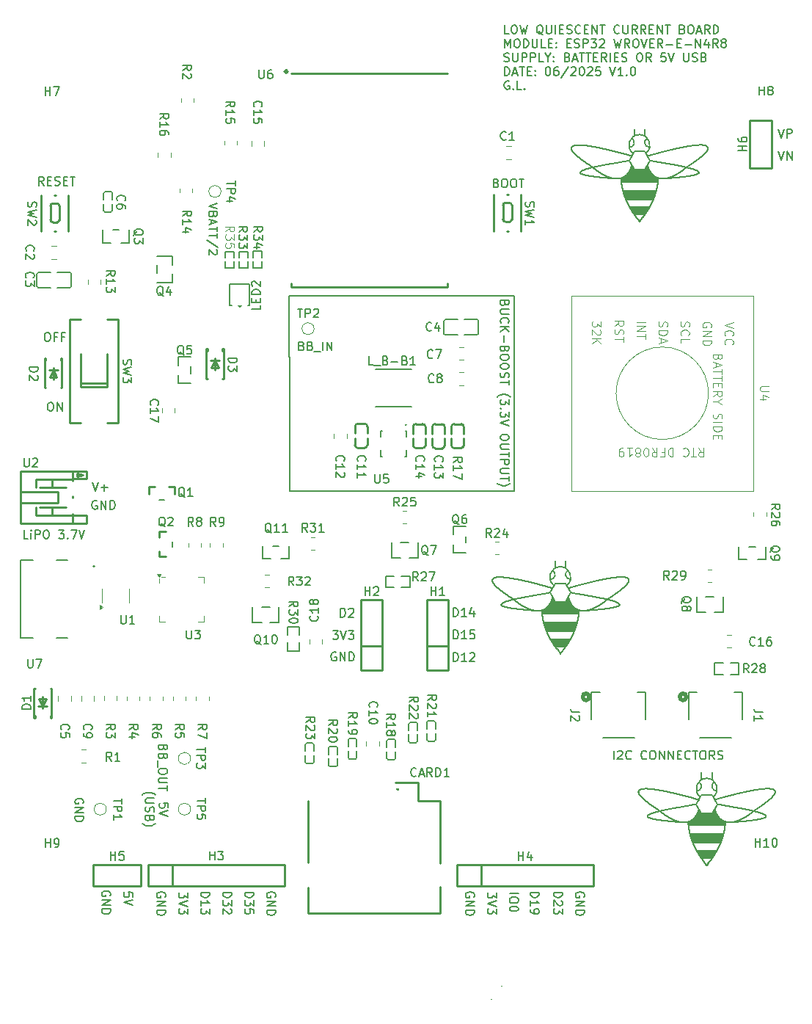
<source format=gbr>
%TF.GenerationSoftware,KiCad,Pcbnew,9.0.1*%
%TF.CreationDate,2025-06-18T08:40:28+02:00*%
%TF.ProjectId,MY-ESP32,4d592d45-5350-4333-922e-6b696361645f,1*%
%TF.SameCoordinates,Original*%
%TF.FileFunction,Legend,Top*%
%TF.FilePolarity,Positive*%
%FSLAX46Y46*%
G04 Gerber Fmt 4.6, Leading zero omitted, Abs format (unit mm)*
G04 Created by KiCad (PCBNEW 9.0.1) date 2025-06-18 08:40:28*
%MOMM*%
%LPD*%
G01*
G04 APERTURE LIST*
%ADD10C,0.150000*%
%ADD11C,0.125000*%
%ADD12C,0.100000*%
%ADD13C,0.152500*%
%ADD14C,0.152000*%
%ADD15C,0.000000*%
%ADD16C,0.120000*%
%ADD17C,0.254000*%
%ADD18C,0.200000*%
%ADD19C,0.300000*%
%ADD20C,0.152400*%
%ADD21C,0.508000*%
G04 APERTURE END LIST*
D10*
X166293000Y-50356400D02*
X165683000Y-51416400D01*
X165988000Y-50886400D02*
X165979363Y-50883831D01*
X165953931Y-50876306D01*
X165935141Y-50870770D01*
X165912421Y-50864098D01*
X165885860Y-50856324D01*
X165855549Y-50847482D01*
X165821576Y-50837605D01*
X165784032Y-50826730D01*
X165743006Y-50814888D01*
X165698587Y-50802116D01*
X165650866Y-50788446D01*
X165599931Y-50773913D01*
X165545873Y-50758552D01*
X165488781Y-50742396D01*
X165428745Y-50725480D01*
X165365854Y-50707837D01*
X165333366Y-50698755D01*
X165300198Y-50689503D01*
X165266361Y-50680087D01*
X165231866Y-50670511D01*
X165196725Y-50660779D01*
X165160948Y-50650895D01*
X165124548Y-50640864D01*
X165087534Y-50630690D01*
X165049919Y-50620377D01*
X165011714Y-50609930D01*
X164972929Y-50599352D01*
X164933576Y-50588649D01*
X164893666Y-50577823D01*
X164853211Y-50566880D01*
X164812221Y-50555824D01*
X164770708Y-50544660D01*
X164728683Y-50533390D01*
X164686157Y-50522020D01*
X164643141Y-50510554D01*
X164599647Y-50498997D01*
X164555685Y-50487352D01*
X164511268Y-50475623D01*
X164466405Y-50463816D01*
X164421109Y-50451934D01*
X164375391Y-50439981D01*
X164329261Y-50427962D01*
X164282731Y-50415882D01*
X164235813Y-50403744D01*
X164188516Y-50391552D01*
X164140853Y-50379312D01*
X164092835Y-50367026D01*
X164044473Y-50354701D01*
X163995778Y-50342339D01*
X163946762Y-50329945D01*
X163897435Y-50317523D01*
X163847808Y-50305078D01*
X163797894Y-50292613D01*
X163747703Y-50280134D01*
X163697246Y-50267645D01*
X163646535Y-50255149D01*
X163595580Y-50242650D01*
X163544394Y-50230155D01*
X163492986Y-50217665D01*
X163441369Y-50205187D01*
X163389554Y-50192723D01*
X163337551Y-50180279D01*
X163285372Y-50167858D01*
X163233029Y-50155466D01*
X163180531Y-50143105D01*
X163127892Y-50130781D01*
X163075121Y-50118497D01*
X163022230Y-50106259D01*
X162969230Y-50094069D01*
X162916133Y-50081934D01*
X162862949Y-50069856D01*
X162809690Y-50057840D01*
X162756366Y-50045890D01*
X162729684Y-50039942D01*
X162702991Y-50034011D01*
X162676286Y-50028099D01*
X162649573Y-50022207D01*
X162622852Y-50016334D01*
X162596125Y-50010482D01*
X162569393Y-50004651D01*
X162542658Y-49998840D01*
X162515920Y-49993052D01*
X162489183Y-49987287D01*
X162462445Y-49981544D01*
X162435710Y-49975825D01*
X162408979Y-49970130D01*
X162382253Y-49964459D01*
X162355533Y-49958814D01*
X162328821Y-49953194D01*
X162302118Y-49947601D01*
X162275425Y-49942034D01*
X162248745Y-49936494D01*
X162222078Y-49930983D01*
X162195426Y-49925499D01*
X162168790Y-49920045D01*
X162142171Y-49914620D01*
X162115572Y-49909224D01*
X162088993Y-49903860D01*
X162062436Y-49898526D01*
X162035902Y-49893224D01*
X162009392Y-49887954D01*
X161982909Y-49882716D01*
X161956453Y-49877512D01*
X161930026Y-49872341D01*
X161903629Y-49867205D01*
X161877263Y-49862103D01*
X161850931Y-49857037D01*
X161824633Y-49852006D01*
X161798370Y-49847012D01*
X161772145Y-49842055D01*
X161745959Y-49837135D01*
X161719813Y-49832253D01*
X161693707Y-49827409D01*
X161667645Y-49822605D01*
X161641627Y-49817840D01*
X161615655Y-49813115D01*
X161589729Y-49808431D01*
X161563852Y-49803788D01*
X161538025Y-49799187D01*
X161512249Y-49794627D01*
X161486525Y-49790111D01*
X161460856Y-49785638D01*
X161435242Y-49781209D01*
X161409684Y-49776824D01*
X161384185Y-49772484D01*
X161358746Y-49768189D01*
X161333367Y-49763941D01*
X161308051Y-49759738D01*
X161282799Y-49755583D01*
X161257612Y-49751476D01*
X161232491Y-49747416D01*
X161207439Y-49743406D01*
X161182456Y-49739444D01*
X161157544Y-49735532D01*
X161132704Y-49731671D01*
X161107937Y-49727860D01*
X161083246Y-49724100D01*
X161058630Y-49720392D01*
X161034093Y-49716737D01*
X161009635Y-49713135D01*
X160985258Y-49709586D01*
X160960962Y-49706091D01*
X160936750Y-49702650D01*
X160912623Y-49699265D01*
X160888582Y-49695935D01*
X160864628Y-49692661D01*
X160840764Y-49689444D01*
X160816990Y-49686284D01*
X160793307Y-49683182D01*
X160769718Y-49680138D01*
X160746224Y-49677152D01*
X160722825Y-49674226D01*
X160699524Y-49671360D01*
X160676322Y-49668555D01*
X160653220Y-49665810D01*
X160630219Y-49663127D01*
X160607322Y-49660506D01*
X160584529Y-49657947D01*
X160561842Y-49655451D01*
X160539261Y-49653019D01*
X160516790Y-49650651D01*
X160494429Y-49648348D01*
X160472179Y-49646110D01*
X160450041Y-49643937D01*
X160428018Y-49641831D01*
X160406111Y-49639792D01*
X160384320Y-49637820D01*
X160362648Y-49635916D01*
X160341096Y-49634080D01*
X160319665Y-49632313D01*
X160298357Y-49630616D01*
X160277172Y-49628989D01*
X160256113Y-49627432D01*
X160235181Y-49625946D01*
X160214377Y-49624532D01*
X160193703Y-49623190D01*
X160173159Y-49621921D01*
X160152748Y-49620725D01*
X160132471Y-49619603D01*
X160112329Y-49618555D01*
X160092324Y-49617582D01*
X160072456Y-49616684D01*
X160052728Y-49615862D01*
X160033141Y-49615116D01*
X160013696Y-49614447D01*
X159994395Y-49613856D01*
X159975238Y-49613343D01*
X159956228Y-49612909D01*
X159937366Y-49612553D01*
X159918653Y-49612277D01*
X159900091Y-49612081D01*
X159890867Y-49612014D01*
X159881681Y-49611966D01*
X159872533Y-49611939D01*
X159863424Y-49611933D01*
X159854353Y-49611946D01*
X159845322Y-49611981D01*
X159836329Y-49612035D01*
X159827376Y-49612111D01*
X159818462Y-49612207D01*
X159809588Y-49612324D01*
X159800753Y-49612462D01*
X159791958Y-49612620D01*
X159783204Y-49612800D01*
X159774489Y-49613001D01*
X159765816Y-49613222D01*
X159757182Y-49613465D01*
X159748590Y-49613730D01*
X159740038Y-49614015D01*
X159731528Y-49614322D01*
X159723059Y-49614650D01*
X159714632Y-49615000D01*
X159706246Y-49615371D01*
X159697902Y-49615764D01*
X159689600Y-49616179D01*
X159681340Y-49616616D01*
X159673123Y-49617074D01*
X159664948Y-49617554D01*
X159656816Y-49618057D01*
X159648727Y-49618581D01*
X159640681Y-49619127D01*
X159632678Y-49619696D01*
X159624719Y-49620287D01*
X159616803Y-49620900D01*
X159608931Y-49621535D01*
X159601103Y-49622193D01*
X159593319Y-49622874D01*
X159585579Y-49623577D01*
X159577884Y-49624302D01*
X159570234Y-49625051D01*
X159562628Y-49625822D01*
X159555067Y-49626616D01*
X159547552Y-49627433D01*
X159540082Y-49628273D01*
X159532657Y-49629136D01*
X159525278Y-49630022D01*
X159517945Y-49630931D01*
X159510658Y-49631863D01*
X159503417Y-49632819D01*
X159496223Y-49633798D01*
X159489075Y-49634801D01*
X159481974Y-49635827D01*
X159474920Y-49636877D01*
X159467913Y-49637950D01*
X159460953Y-49639047D01*
X159454041Y-49640168D01*
X159447176Y-49641313D01*
X159440360Y-49642481D01*
X159433591Y-49643674D01*
X159426870Y-49644890D01*
X159420198Y-49646131D01*
X159413574Y-49647396D01*
X159406999Y-49648685D01*
X159400472Y-49649998D01*
X159393995Y-49651336D01*
X159387567Y-49652698D01*
X159381188Y-49654085D01*
X159374859Y-49655497D01*
X159368579Y-49656933D01*
X159362350Y-49658393D01*
X159356170Y-49659879D01*
X159350041Y-49661389D01*
X159343962Y-49662924D01*
X159337934Y-49664485D01*
X159331957Y-49666070D01*
X159326030Y-49667680D01*
X159320155Y-49669316D01*
X159314331Y-49670977D01*
X159308558Y-49672663D01*
X159302837Y-49674374D01*
X159297168Y-49676111D01*
X159291551Y-49677874D01*
X159285986Y-49679662D01*
X159280474Y-49681476D01*
X159275014Y-49683315D01*
X159269606Y-49685180D01*
X159264252Y-49687071D01*
X159258951Y-49688988D01*
X159253702Y-49690931D01*
X159248508Y-49692900D01*
X159243366Y-49694895D01*
X159238279Y-49696917D01*
X159233246Y-49698964D01*
X159228266Y-49701038D01*
X159223341Y-49703138D01*
X159218470Y-49705265D01*
X159213654Y-49707418D01*
X159208893Y-49709598D01*
X159204187Y-49711804D01*
X159199536Y-49714037D01*
X159194940Y-49716297D01*
X159190400Y-49718584D01*
X159185915Y-49720898D01*
X159181486Y-49723239D01*
X159177114Y-49725606D01*
X159172797Y-49728001D01*
X159168537Y-49730423D01*
X159164333Y-49732872D01*
X159160187Y-49735349D01*
X159156097Y-49737853D01*
X159152064Y-49740384D01*
X159148088Y-49742943D01*
X159144170Y-49745530D01*
X159140309Y-49748144D01*
X159136506Y-49750786D01*
X159132762Y-49753456D01*
X159129075Y-49756153D01*
X159125446Y-49758879D01*
X159121877Y-49761632D01*
X159118365Y-49764414D01*
X159114913Y-49767223D01*
X159111519Y-49770061D01*
X159108185Y-49772927D01*
X159104910Y-49775821D01*
X159101695Y-49778744D01*
X159098539Y-49781695D01*
X159095443Y-49784675D01*
X159092407Y-49787683D01*
X159089432Y-49790720D01*
X159086517Y-49793786D01*
X159083662Y-49796881D01*
X159080868Y-49800004D01*
X159078136Y-49803156D01*
X159075464Y-49806337D01*
X159072853Y-49809548D01*
X159070304Y-49812787D01*
X159067817Y-49816056D01*
X159065391Y-49819353D01*
X159063028Y-49822681D01*
X159060726Y-49826037D01*
X159058487Y-49829423D01*
X159056310Y-49832839D01*
X159054196Y-49836284D01*
X159052145Y-49839759D01*
X159050157Y-49843263D01*
X159048232Y-49846797D01*
X159046371Y-49850361D01*
X159044573Y-49853955D01*
X159042839Y-49857579D01*
X159041168Y-49861234D01*
X159039562Y-49864918D01*
X159038020Y-49868632D01*
X159036542Y-49872377D01*
X159035130Y-49876152D01*
X159033781Y-49879957D01*
X159032498Y-49883793D01*
X159031280Y-49887659D01*
X159030127Y-49891556D01*
X159029040Y-49895484D01*
X159028018Y-49899442D01*
X159027063Y-49903431D01*
X159026173Y-49907451D01*
X159025349Y-49911502D01*
X159024592Y-49915584D01*
X159023901Y-49919697D01*
X159023277Y-49923841D01*
X159022720Y-49928016D01*
X159022230Y-49932223D01*
X159021807Y-49936460D01*
X159021451Y-49940730D01*
X159021163Y-49945030D01*
X159020943Y-49949363D01*
X159020791Y-49953726D01*
X159020707Y-49958122D01*
X159020691Y-49962549D01*
X159020744Y-49967008D01*
X159020865Y-49971499D01*
X159021055Y-49976021D01*
X159021314Y-49980576D01*
X159021642Y-49985163D01*
X159022040Y-49989782D01*
X159022507Y-49994433D01*
X159023043Y-49999116D01*
X159023650Y-50003832D01*
X159024326Y-50008580D01*
X159025073Y-50013361D01*
X159025890Y-50018174D01*
X159026778Y-50023019D01*
X159027736Y-50027898D01*
X159028766Y-50032809D01*
X159029866Y-50037752D01*
X159031038Y-50042729D01*
X159032281Y-50047739D01*
X159033596Y-50052781D01*
X159034982Y-50057857D01*
X159036441Y-50062966D01*
X159037971Y-50068108D01*
X159039574Y-50073283D01*
X159041249Y-50078492D01*
X159042997Y-50083734D01*
X159044818Y-50089009D01*
X159046712Y-50094318D01*
X159048679Y-50099661D01*
X159050720Y-50105037D01*
X159052833Y-50110447D01*
X159055021Y-50115890D01*
X159057283Y-50121368D01*
X159059618Y-50126880D01*
X159062028Y-50132425D01*
X159064512Y-50138005D01*
X159067071Y-50143618D01*
X159069704Y-50149266D01*
X159072413Y-50154948D01*
X159075196Y-50160665D01*
X159078055Y-50166416D01*
X159080989Y-50172201D01*
X159083999Y-50178021D01*
X159087085Y-50183876D01*
X159090247Y-50189765D01*
X159093485Y-50195689D01*
X159096799Y-50201647D01*
X159100189Y-50207641D01*
X159103657Y-50213669D01*
X159107201Y-50219733D01*
X159110822Y-50225831D01*
X159114521Y-50231965D01*
X159118297Y-50238134D01*
X159122150Y-50244338D01*
X159126081Y-50250577D01*
X159130090Y-50256852D01*
X159134177Y-50263162D01*
X159138343Y-50269508D01*
X159142586Y-50275890D01*
X159146909Y-50282307D01*
X159151310Y-50288759D01*
X159155790Y-50295248D01*
X159160349Y-50301773D01*
X159164988Y-50308333D01*
X159169706Y-50314929D01*
X159174504Y-50321562D01*
X159179381Y-50328230D01*
X159184339Y-50334935D01*
X159189376Y-50341676D01*
X159194494Y-50348454D01*
X159199693Y-50355267D01*
X159204972Y-50362118D01*
X159210332Y-50369005D01*
X159215774Y-50375928D01*
X159221296Y-50382888D01*
X159226900Y-50389885D01*
X159232585Y-50396918D01*
X159238353Y-50403989D01*
X159244202Y-50411096D01*
X159250133Y-50418241D01*
X159256147Y-50425422D01*
X159262243Y-50432641D01*
X159268421Y-50439896D01*
X159274683Y-50447189D01*
X159281027Y-50454520D01*
X159287454Y-50461888D01*
X159293965Y-50469293D01*
X159300560Y-50476736D01*
X159307238Y-50484216D01*
X159314000Y-50491734D01*
X159320846Y-50499290D01*
X159327776Y-50506883D01*
X159334790Y-50514515D01*
X159341889Y-50522184D01*
X159349073Y-50529892D01*
X159356342Y-50537637D01*
X159363696Y-50545421D01*
X159371135Y-50553243D01*
X159378659Y-50561103D01*
X159386269Y-50569001D01*
X159393965Y-50576938D01*
X159401747Y-50584913D01*
X159409615Y-50592927D01*
X159417569Y-50600979D01*
X159425610Y-50609070D01*
X159433738Y-50617200D01*
X159441952Y-50625369D01*
X159450253Y-50633576D01*
X159458641Y-50641823D01*
X159467117Y-50650108D01*
X159475680Y-50658433D01*
X159484331Y-50666796D01*
X159493070Y-50675199D01*
X159501897Y-50683641D01*
X159510813Y-50692123D01*
X159519816Y-50700643D01*
X159528908Y-50709204D01*
X159538089Y-50717804D01*
X159547359Y-50726443D01*
X159556718Y-50735122D01*
X159566166Y-50743841D01*
X159575704Y-50752600D01*
X159585331Y-50761398D01*
X159595048Y-50770237D01*
X159604855Y-50779115D01*
X159614753Y-50788034D01*
X159624740Y-50796992D01*
X159634818Y-50805991D01*
X159644987Y-50815031D01*
X159655247Y-50824110D01*
X159665598Y-50833230D01*
X159676039Y-50842390D01*
X159686573Y-50851591D01*
X159697197Y-50860833D01*
X159707914Y-50870115D01*
X159718722Y-50879438D01*
X159729623Y-50888802D01*
X159740616Y-50898206D01*
X159751701Y-50907652D01*
X159762879Y-50917138D01*
X159774149Y-50926666D01*
X159785513Y-50936235D01*
X159796970Y-50945845D01*
X159808520Y-50955496D01*
X159820163Y-50965189D01*
X159831900Y-50974923D01*
X159843731Y-50984698D01*
X159855656Y-50994515D01*
X159867675Y-51004374D01*
X159879789Y-51014274D01*
X159891997Y-51024216D01*
X159904300Y-51034200D01*
X159916697Y-51044226D01*
X159929190Y-51054293D01*
X159941778Y-51064403D01*
X159954461Y-51074555D01*
X159967240Y-51084748D01*
X159980115Y-51094985D01*
X159993085Y-51105263D01*
X160006152Y-51115584D01*
X160019315Y-51125947D01*
X160032574Y-51136352D01*
X160045930Y-51146800D01*
X160059383Y-51157291D01*
X160072933Y-51167825D01*
X160086580Y-51178401D01*
X160100325Y-51189020D01*
X160114166Y-51199682D01*
X160128106Y-51210386D01*
X160142143Y-51221134D01*
X160156279Y-51231925D01*
X160170512Y-51242759D01*
X160184844Y-51253636D01*
X160199275Y-51264557D01*
X160213804Y-51275521D01*
X160228432Y-51286528D01*
X160243160Y-51297578D01*
X160257986Y-51308673D01*
X160272912Y-51319811D01*
X160287938Y-51330992D01*
X160303063Y-51342217D01*
X160318288Y-51353487D01*
X160333614Y-51364800D01*
X160349040Y-51376157D01*
X160364566Y-51387557D01*
X160380193Y-51399002D01*
X160395920Y-51410492D01*
X160411749Y-51422025D01*
X160427679Y-51433603D01*
X160443710Y-51445225D01*
X160459843Y-51456891D01*
X160476078Y-51468602D01*
X160492414Y-51480357D01*
X160508852Y-51492157D01*
X160525393Y-51504002D01*
X160542036Y-51515892D01*
X160558782Y-51527826D01*
X160575630Y-51539805D01*
X160592582Y-51551829D01*
X160609636Y-51563898D01*
X160626794Y-51576013D01*
X160644055Y-51588172D01*
X160661420Y-51600376D01*
X160678888Y-51612626D01*
X160696461Y-51624921D01*
X160714138Y-51637262D01*
X160731919Y-51649648D01*
X160749804Y-51662080D01*
X160767795Y-51674557D01*
X160785890Y-51687080D01*
X160804090Y-51699649D01*
X160822395Y-51712263D01*
X160840806Y-51724923D01*
X160859323Y-51737630D01*
X160877945Y-51750382D01*
X160896673Y-51763180D01*
X160915507Y-51776025D01*
X160934447Y-51788916D01*
X160953494Y-51801853D01*
X160972647Y-51814836D01*
X160991907Y-51827866D01*
X161011274Y-51840942D01*
X161030748Y-51854065D01*
X161050330Y-51867235D01*
X161070019Y-51880451D01*
X161089816Y-51893714D01*
X161109720Y-51907023D01*
X161129733Y-51920380D01*
X161149853Y-51933783D01*
X161170082Y-51947234D01*
X161190420Y-51960732D01*
X161210866Y-51974276D01*
X161231421Y-51987868D01*
X161252086Y-52001508D01*
X161272859Y-52015194D01*
X161293742Y-52028928D01*
X161314734Y-52042710D01*
X161335837Y-52056539D01*
X161357049Y-52070416D01*
X161378371Y-52084340D01*
X161399803Y-52098312D01*
X161421346Y-52112332D01*
X161443000Y-52126400D01*
X168123000Y-51416400D02*
X168318259Y-51449063D01*
X168492129Y-51478115D01*
X168687340Y-51510735D01*
X168882974Y-51543466D01*
X168980858Y-51559872D01*
X169078738Y-51576303D01*
X169176577Y-51592758D01*
X169274339Y-51609238D01*
X169371987Y-51625739D01*
X169469485Y-51642263D01*
X169566796Y-51658807D01*
X169663884Y-51675371D01*
X169760711Y-51691954D01*
X169857242Y-51708556D01*
X169953440Y-51725175D01*
X170001403Y-51733490D01*
X170049268Y-51741810D01*
X170097032Y-51750133D01*
X170144690Y-51758460D01*
X170192237Y-51766791D01*
X170239669Y-51775125D01*
X170286981Y-51783463D01*
X170334168Y-51791804D01*
X170381227Y-51800148D01*
X170428152Y-51808495D01*
X170474939Y-51816845D01*
X170521583Y-51825198D01*
X170568080Y-51833554D01*
X170614424Y-51841912D01*
X170660613Y-51850273D01*
X170706641Y-51858637D01*
X170752502Y-51867002D01*
X170798194Y-51875370D01*
X170843711Y-51883740D01*
X170889049Y-51892112D01*
X170934203Y-51900485D01*
X170979169Y-51908860D01*
X171023941Y-51917237D01*
X171068516Y-51925616D01*
X171112889Y-51933995D01*
X171157055Y-51942377D01*
X171201010Y-51950759D01*
X171244749Y-51959142D01*
X171288268Y-51967526D01*
X171331562Y-51975911D01*
X171374626Y-51984297D01*
X171417456Y-51992683D01*
X171460047Y-52001070D01*
X171502395Y-52009457D01*
X171544495Y-52017845D01*
X171586343Y-52026232D01*
X171627934Y-52034620D01*
X171669263Y-52043007D01*
X171710326Y-52051394D01*
X171751118Y-52059781D01*
X171791635Y-52068168D01*
X171831873Y-52076554D01*
X171871826Y-52084939D01*
X171911490Y-52093324D01*
X171950860Y-52101708D01*
X171989932Y-52110091D01*
X172028702Y-52118472D01*
X172067164Y-52126853D01*
X172105314Y-52135232D01*
X172143148Y-52143610D01*
X172180661Y-52151986D01*
X172217849Y-52160360D01*
X172254706Y-52168733D01*
X172291229Y-52177104D01*
X172327413Y-52185473D01*
X172363252Y-52193839D01*
X172398743Y-52202204D01*
X172416357Y-52206385D01*
X172433882Y-52210566D01*
X172451317Y-52214746D01*
X172468662Y-52218926D01*
X172485917Y-52223105D01*
X172503081Y-52227283D01*
X172520153Y-52231461D01*
X172537133Y-52235637D01*
X172554020Y-52239814D01*
X172570814Y-52243989D01*
X172587513Y-52248164D01*
X172604118Y-52252338D01*
X172620628Y-52256511D01*
X172637043Y-52260684D01*
X172653361Y-52264855D01*
X172669582Y-52269026D01*
X172685706Y-52273196D01*
X172701732Y-52277366D01*
X172717660Y-52281534D01*
X172733488Y-52285702D01*
X172749217Y-52289869D01*
X172764845Y-52294034D01*
X172780373Y-52298199D01*
X172795799Y-52302363D01*
X172811124Y-52306527D01*
X172826345Y-52310689D01*
X172841464Y-52314850D01*
X172856479Y-52319010D01*
X172871390Y-52323170D01*
X172886196Y-52327328D01*
X172900896Y-52331485D01*
X172915491Y-52335642D01*
X172929979Y-52339797D01*
X172944360Y-52343951D01*
X172958633Y-52348104D01*
X172972799Y-52352256D01*
X172986855Y-52356407D01*
X173000802Y-52360557D01*
X173014639Y-52364706D01*
X173028365Y-52368853D01*
X173041980Y-52373000D01*
X173055484Y-52377145D01*
X173068875Y-52381289D01*
X173082154Y-52385432D01*
X173095319Y-52389574D01*
X173108371Y-52393715D01*
X173121307Y-52397854D01*
X173134129Y-52401992D01*
X173146835Y-52406129D01*
X173159425Y-52410264D01*
X173171898Y-52414398D01*
X173184253Y-52418531D01*
X173196491Y-52422663D01*
X173208610Y-52426793D01*
X173220610Y-52430922D01*
X173232490Y-52435050D01*
X173244250Y-52439176D01*
X173255890Y-52443301D01*
X173267407Y-52447424D01*
X173278803Y-52451546D01*
X173290077Y-52455667D01*
X173301227Y-52459786D01*
X173312254Y-52463903D01*
X173323156Y-52468020D01*
X173333934Y-52472134D01*
X173344586Y-52476247D01*
X173355112Y-52480359D01*
X173365512Y-52484469D01*
X173375785Y-52488578D01*
X173385930Y-52492685D01*
X173395946Y-52496791D01*
X173405834Y-52500894D01*
X173415593Y-52504997D01*
X173425222Y-52509097D01*
X173434720Y-52513197D01*
X173444087Y-52517294D01*
X173453322Y-52521390D01*
X173462425Y-52525484D01*
X173471395Y-52529576D01*
X173480232Y-52533667D01*
X173488935Y-52537756D01*
X173497504Y-52541843D01*
X173505937Y-52545929D01*
X173514235Y-52550013D01*
X173522396Y-52554095D01*
X173530421Y-52558175D01*
X173538308Y-52562253D01*
X173546057Y-52566330D01*
X173553668Y-52570405D01*
X173561140Y-52574478D01*
X173568472Y-52578549D01*
X173575664Y-52582618D01*
X173582715Y-52586686D01*
X173589624Y-52590751D01*
X173596392Y-52594815D01*
X173603017Y-52598876D01*
X173609499Y-52602936D01*
X173615837Y-52606994D01*
X173622032Y-52611050D01*
X173628081Y-52615104D01*
X173631051Y-52617130D01*
X173633985Y-52619155D01*
X173636882Y-52621181D01*
X173639743Y-52623205D01*
X173642567Y-52625229D01*
X173645354Y-52627253D01*
X173648105Y-52629276D01*
X173650819Y-52631299D01*
X173653496Y-52633321D01*
X173656135Y-52635343D01*
X173658738Y-52637364D01*
X173661304Y-52639384D01*
X173663832Y-52641404D01*
X173666324Y-52643424D01*
X173668778Y-52645443D01*
X173671194Y-52647461D01*
X173673573Y-52649479D01*
X173675914Y-52651497D01*
X173678218Y-52653514D01*
X173680484Y-52655530D01*
X173682712Y-52657546D01*
X173684903Y-52659561D01*
X173687055Y-52661576D01*
X173689170Y-52663590D01*
X173691247Y-52665604D01*
X173693285Y-52667617D01*
X173695285Y-52669630D01*
X173697247Y-52671642D01*
X173699171Y-52673653D01*
X173701056Y-52675664D01*
X173702902Y-52677675D01*
X173704710Y-52679684D01*
X173706480Y-52681694D01*
X173708211Y-52683702D01*
X173709903Y-52685711D01*
X173711556Y-52687718D01*
X173713170Y-52689725D01*
X173714745Y-52691732D01*
X173716281Y-52693738D01*
X173717778Y-52695743D01*
X173719236Y-52697748D01*
X173720655Y-52699752D01*
X173722034Y-52701756D01*
X173723374Y-52703759D01*
X173724674Y-52705761D01*
X173725935Y-52707763D01*
X173727156Y-52709765D01*
X173728338Y-52711765D01*
X173729479Y-52713766D01*
X173730581Y-52715765D01*
X173731643Y-52717764D01*
X173732665Y-52719763D01*
X173733647Y-52721761D01*
X173734588Y-52723758D01*
X173735490Y-52725754D01*
X173736351Y-52727751D01*
X173737172Y-52729746D01*
X173737953Y-52731741D01*
X173738693Y-52733735D01*
X173739392Y-52735729D01*
X173740051Y-52737722D01*
X173740669Y-52739714D01*
X173741246Y-52741706D01*
X173741783Y-52743697D01*
X173742279Y-52745688D01*
X173742733Y-52747678D01*
X173743147Y-52749667D01*
X173743519Y-52751656D01*
X173743850Y-52753644D01*
X173744140Y-52755632D01*
X173744389Y-52757619D01*
X173744596Y-52759605D01*
X173744762Y-52761591D01*
X173744886Y-52763576D01*
X173744968Y-52765560D01*
X173745009Y-52767544D01*
X173745008Y-52769527D01*
X173744965Y-52771510D01*
X173744881Y-52773492D01*
X173744754Y-52775473D01*
X173744585Y-52777454D01*
X173744374Y-52779434D01*
X173744121Y-52781413D01*
X173743826Y-52783392D01*
X173743488Y-52785370D01*
X173743108Y-52787347D01*
X173742685Y-52789324D01*
X173742220Y-52791300D01*
X173741712Y-52793275D01*
X173741162Y-52795250D01*
X173740569Y-52797224D01*
X173739933Y-52799198D01*
X173739254Y-52801170D01*
X173738532Y-52803143D01*
X173737766Y-52805114D01*
X173736958Y-52807085D01*
X173736107Y-52809055D01*
X173735212Y-52811025D01*
X173734274Y-52812993D01*
X173733293Y-52814962D01*
X173732268Y-52816929D01*
X173731199Y-52818896D01*
X173730087Y-52820862D01*
X173728931Y-52822827D01*
X173727732Y-52824792D01*
X173726488Y-52826756D01*
X173725201Y-52828720D01*
X173723870Y-52830682D01*
X173722494Y-52832644D01*
X173721075Y-52834606D01*
X173719611Y-52836566D01*
X173718103Y-52838526D01*
X173716551Y-52840485D01*
X173714954Y-52842444D01*
X173713313Y-52844402D01*
X173711627Y-52846359D01*
X173709897Y-52848315D01*
X173708122Y-52850271D01*
X173706302Y-52852226D01*
X173704437Y-52854180D01*
X173702527Y-52856134D01*
X173700573Y-52858087D01*
X173698573Y-52860039D01*
X173696528Y-52861991D01*
X173694438Y-52863941D01*
X173692303Y-52865891D01*
X173690122Y-52867841D01*
X173687896Y-52869789D01*
X173685625Y-52871737D01*
X173683308Y-52873684D01*
X173680945Y-52875631D01*
X173678536Y-52877576D01*
X173676082Y-52879521D01*
X173673582Y-52881466D01*
X173671036Y-52883409D01*
X173668444Y-52885352D01*
X173665806Y-52887294D01*
X173663122Y-52889235D01*
X173660392Y-52891176D01*
X173657615Y-52893116D01*
X173654792Y-52895055D01*
X173651923Y-52896993D01*
X173649007Y-52898930D01*
X173646045Y-52900867D01*
X173643036Y-52902803D01*
X173639980Y-52904739D01*
X173636877Y-52906673D01*
X173633728Y-52908607D01*
X173630532Y-52910540D01*
X173627289Y-52912472D01*
X173623998Y-52914404D01*
X173620661Y-52916335D01*
X173617276Y-52918264D01*
X173613844Y-52920194D01*
X173610365Y-52922122D01*
X173606838Y-52924050D01*
X173603264Y-52925977D01*
X173599643Y-52927903D01*
X173595973Y-52929828D01*
X173592256Y-52931753D01*
X173588492Y-52933677D01*
X173584679Y-52935600D01*
X173580818Y-52937522D01*
X173576910Y-52939443D01*
X173572953Y-52941364D01*
X173568948Y-52943284D01*
X173564896Y-52945203D01*
X173560794Y-52947121D01*
X173556645Y-52949039D01*
X173552447Y-52950955D01*
X173548200Y-52952871D01*
X173543905Y-52954786D01*
X173539562Y-52956701D01*
X173535169Y-52958614D01*
X173526238Y-52962439D01*
X173517112Y-52966260D01*
X173507789Y-52970078D01*
X173498269Y-52973893D01*
X173488552Y-52977705D01*
X173478637Y-52981513D01*
X173468523Y-52985318D01*
X173458211Y-52989119D01*
X173447698Y-52992918D01*
X173436986Y-52996713D01*
X173426073Y-53000504D01*
X173414958Y-53004293D01*
X173403641Y-53008077D01*
X173392122Y-53011859D01*
X173380400Y-53015637D01*
X173368474Y-53019412D01*
X173356344Y-53023183D01*
X173344009Y-53026950D01*
X173331469Y-53030715D01*
X173318723Y-53034475D01*
X173305770Y-53038233D01*
X173292610Y-53041986D01*
X173279243Y-53045737D01*
X173265667Y-53049483D01*
X173251882Y-53053226D01*
X173237889Y-53056966D01*
X173223685Y-53060702D01*
X173209270Y-53064434D01*
X173194645Y-53068163D01*
X173179808Y-53071888D01*
X173164759Y-53075610D01*
X173149497Y-53079328D01*
X173134021Y-53083042D01*
X173118332Y-53086752D01*
X173102428Y-53090459D01*
X173086309Y-53094162D01*
X173069974Y-53097861D01*
X173053424Y-53101557D01*
X173036656Y-53105249D01*
X173019671Y-53108937D01*
X173002468Y-53112621D01*
X172985046Y-53116302D01*
X172967406Y-53119978D01*
X172949546Y-53123651D01*
X172931465Y-53127320D01*
X172913164Y-53130986D01*
X172894641Y-53134647D01*
X172875897Y-53138304D01*
X172856930Y-53141958D01*
X172837740Y-53145607D01*
X172818326Y-53149253D01*
X172798688Y-53152895D01*
X172778825Y-53156533D01*
X172758737Y-53160167D01*
X172738423Y-53163797D01*
X172717882Y-53167422D01*
X172697115Y-53171044D01*
X172676119Y-53174662D01*
X172654896Y-53178276D01*
X172633443Y-53181886D01*
X172611762Y-53185492D01*
X172589850Y-53189093D01*
X172567708Y-53192691D01*
X172545334Y-53196284D01*
X172522730Y-53199874D01*
X172499892Y-53203459D01*
X172476823Y-53207040D01*
X172453519Y-53210617D01*
X172429982Y-53214189D01*
X172406210Y-53217758D01*
X172382203Y-53221322D01*
X172357961Y-53224882D01*
X172333482Y-53228438D01*
X172308767Y-53231990D01*
X172283814Y-53235537D01*
X172258623Y-53239080D01*
X172233194Y-53242619D01*
X172207525Y-53246154D01*
X172181617Y-53249684D01*
X172155469Y-53253210D01*
X172129080Y-53256731D01*
X172102450Y-53260248D01*
X172075577Y-53263761D01*
X172048463Y-53267269D01*
X172021105Y-53270773D01*
X171993503Y-53274273D01*
X171965657Y-53277768D01*
X171937567Y-53281259D01*
X171909231Y-53284745D01*
X171880649Y-53288227D01*
X171851820Y-53291704D01*
X171822745Y-53295177D01*
X171793422Y-53298645D01*
X171763850Y-53302109D01*
X171734030Y-53305568D01*
X171703961Y-53309023D01*
X171673641Y-53312473D01*
X171643071Y-53315918D01*
X171612250Y-53319359D01*
X171581178Y-53322796D01*
X171549853Y-53326227D01*
X171518275Y-53329654D01*
X171486444Y-53333077D01*
X171454359Y-53336494D01*
X171422020Y-53339907D01*
X171389425Y-53343316D01*
X171356575Y-53346719D01*
X171323468Y-53350118D01*
X171290105Y-53353512D01*
X171256485Y-53356902D01*
X171222606Y-53360286D01*
X171188469Y-53363666D01*
X171154073Y-53367041D01*
X171119417Y-53370411D01*
X171084501Y-53373777D01*
X171049324Y-53377137D01*
X171013886Y-53380493D01*
X170978186Y-53383844D01*
X170942224Y-53387190D01*
X170905998Y-53390531D01*
X170869509Y-53393867D01*
X170832755Y-53397198D01*
X170795737Y-53400525D01*
X170758453Y-53403846D01*
X170720904Y-53407162D01*
X170683088Y-53410474D01*
X170645004Y-53413780D01*
X170606654Y-53417082D01*
X170568035Y-53420378D01*
X170529147Y-53423669D01*
X170489989Y-53426956D01*
X170450562Y-53430237D01*
X170410865Y-53433513D01*
X170370896Y-53436784D01*
X170330656Y-53440050D01*
X170290143Y-53443311D01*
X170249358Y-53446567D01*
X170208299Y-53449817D01*
X170166966Y-53453063D01*
X170125359Y-53456303D01*
X170083477Y-53459538D01*
X170041319Y-53462768D01*
X169998885Y-53465993D01*
X169956174Y-53469212D01*
X169913186Y-53472426D01*
X169869920Y-53475635D01*
X169826375Y-53478839D01*
X169782551Y-53482037D01*
X169738448Y-53485230D01*
X169694064Y-53488418D01*
X169649400Y-53491600D01*
X161443000Y-52126400D02*
X161455058Y-52136372D01*
X161467095Y-52146302D01*
X161479103Y-52156181D01*
X161491091Y-52166018D01*
X161503050Y-52175806D01*
X161514989Y-52185551D01*
X161526899Y-52195247D01*
X161538789Y-52204900D01*
X161550650Y-52214505D01*
X161562491Y-52224068D01*
X161574304Y-52233582D01*
X161586096Y-52243053D01*
X161597860Y-52252477D01*
X161609604Y-52261859D01*
X161621320Y-52271193D01*
X161633015Y-52280485D01*
X161644683Y-52289729D01*
X161656330Y-52298932D01*
X161667950Y-52308088D01*
X161679549Y-52317202D01*
X161691121Y-52326269D01*
X161702672Y-52335295D01*
X161714196Y-52344273D01*
X161725700Y-52353211D01*
X161737176Y-52362102D01*
X161748633Y-52370953D01*
X161760061Y-52379757D01*
X161771470Y-52388520D01*
X161782852Y-52397237D01*
X161794214Y-52405914D01*
X161805548Y-52414545D01*
X161816863Y-52423136D01*
X161828150Y-52431680D01*
X161839418Y-52440185D01*
X161850659Y-52448645D01*
X161861880Y-52457064D01*
X161873074Y-52465439D01*
X161884248Y-52473774D01*
X161895396Y-52482063D01*
X161906524Y-52490314D01*
X161917625Y-52498519D01*
X161928706Y-52506686D01*
X161939761Y-52514808D01*
X161950797Y-52522890D01*
X161961806Y-52530929D01*
X161972795Y-52538929D01*
X161983759Y-52546884D01*
X161994702Y-52554801D01*
X162005620Y-52562674D01*
X162016518Y-52570509D01*
X162027390Y-52578300D01*
X162038242Y-52586053D01*
X162049069Y-52593762D01*
X162059876Y-52601434D01*
X162070657Y-52609062D01*
X162081419Y-52616653D01*
X162092155Y-52624200D01*
X162102872Y-52631710D01*
X162113564Y-52639177D01*
X162124236Y-52646607D01*
X162134882Y-52653994D01*
X162145510Y-52661344D01*
X162156111Y-52668652D01*
X162166694Y-52675922D01*
X162177252Y-52683151D01*
X162187790Y-52690342D01*
X162198303Y-52697492D01*
X162208798Y-52704606D01*
X162219266Y-52711677D01*
X162229717Y-52718712D01*
X162240141Y-52725706D01*
X162250548Y-52732663D01*
X162260929Y-52739580D01*
X162271291Y-52746460D01*
X162281629Y-52753299D01*
X162291948Y-52760103D01*
X162302241Y-52766865D01*
X162312517Y-52773592D01*
X162322767Y-52780279D01*
X162333000Y-52786929D01*
X162343207Y-52793540D01*
X162353396Y-52800115D01*
X162363560Y-52806651D01*
X162373706Y-52813150D01*
X162383828Y-52819611D01*
X162393931Y-52826036D01*
X162404009Y-52832422D01*
X162414070Y-52838772D01*
X162424106Y-52845084D01*
X162434124Y-52851360D01*
X162444118Y-52857598D01*
X162454093Y-52863801D01*
X162464045Y-52869966D01*
X162473978Y-52876095D01*
X162483888Y-52882187D01*
X162493779Y-52888244D01*
X162503647Y-52894262D01*
X162513496Y-52900247D01*
X162523322Y-52906193D01*
X162533130Y-52912106D01*
X162542914Y-52917981D01*
X162552680Y-52923821D01*
X162562423Y-52929625D01*
X162572148Y-52935394D01*
X162581849Y-52941127D01*
X162591533Y-52946825D01*
X162601193Y-52952487D01*
X162610835Y-52958115D01*
X162620455Y-52963707D01*
X162630056Y-52969265D01*
X162639635Y-52974786D01*
X162649195Y-52980275D01*
X162658733Y-52985727D01*
X162668253Y-52991146D01*
X162677751Y-52996529D01*
X162687230Y-53001879D01*
X162696687Y-53007193D01*
X162706127Y-53012475D01*
X162715544Y-53017721D01*
X162724943Y-53022934D01*
X162734320Y-53028112D01*
X162743679Y-53033258D01*
X162753016Y-53038368D01*
X162762336Y-53043446D01*
X162771633Y-53048490D01*
X162780913Y-53053501D01*
X162790170Y-53058477D01*
X162799411Y-53063421D01*
X162808629Y-53068331D01*
X162817830Y-53073210D01*
X162827009Y-53078053D01*
X162836171Y-53082866D01*
X162845311Y-53087644D01*
X162854434Y-53092390D01*
X162863535Y-53097103D01*
X162872619Y-53101785D01*
X162881681Y-53106432D01*
X162890727Y-53111049D01*
X162899751Y-53115632D01*
X162908758Y-53120184D01*
X162917743Y-53124703D01*
X162926711Y-53129191D01*
X162935658Y-53133646D01*
X162944589Y-53138071D01*
X162953498Y-53142462D01*
X162962390Y-53146823D01*
X162971261Y-53151152D01*
X162980115Y-53155449D01*
X162988949Y-53159715D01*
X162997765Y-53163950D01*
X163006561Y-53168153D01*
X163015340Y-53172326D01*
X163024098Y-53176467D01*
X163032840Y-53180578D01*
X163041561Y-53184657D01*
X163050265Y-53188707D01*
X163058949Y-53192725D01*
X163067616Y-53196713D01*
X163076263Y-53200669D01*
X163084893Y-53204597D01*
X163093503Y-53208493D01*
X163102097Y-53212359D01*
X163110670Y-53216195D01*
X163119228Y-53220001D01*
X163127764Y-53223777D01*
X163136285Y-53227524D01*
X163144786Y-53231239D01*
X163153270Y-53234927D01*
X163161734Y-53238583D01*
X163170183Y-53242211D01*
X163178611Y-53245809D01*
X163187023Y-53249377D01*
X163195416Y-53252916D01*
X163203792Y-53256427D01*
X163212149Y-53259907D01*
X163220490Y-53263360D01*
X163228811Y-53266782D01*
X163237117Y-53270177D01*
X163245403Y-53273542D01*
X163253673Y-53276878D01*
X163261924Y-53280186D01*
X163270159Y-53283466D01*
X163278375Y-53286716D01*
X163286574Y-53289939D01*
X163294755Y-53293133D01*
X163302921Y-53296299D01*
X163311067Y-53299437D01*
X163319197Y-53302547D01*
X163327309Y-53305628D01*
X163335405Y-53308682D01*
X163343482Y-53311708D01*
X163351544Y-53314706D01*
X163359587Y-53317677D01*
X163367615Y-53320620D01*
X163375624Y-53323535D01*
X163383617Y-53326423D01*
X163391593Y-53329284D01*
X163399552Y-53332117D01*
X163407494Y-53334923D01*
X163415420Y-53337702D01*
X163423328Y-53340454D01*
X163431220Y-53343179D01*
X163439095Y-53345877D01*
X163446954Y-53348549D01*
X163454795Y-53351193D01*
X163462621Y-53353811D01*
X163470429Y-53356402D01*
X163478222Y-53358967D01*
X163485998Y-53361506D01*
X163493758Y-53364018D01*
X163501500Y-53366503D01*
X163509227Y-53368963D01*
X163516937Y-53371396D01*
X163524632Y-53373803D01*
X163532310Y-53376184D01*
X163539972Y-53378540D01*
X163547618Y-53380869D01*
X163555248Y-53383173D01*
X163562861Y-53385451D01*
X163570459Y-53387703D01*
X163578041Y-53389930D01*
X163585607Y-53392131D01*
X163593157Y-53394307D01*
X163600691Y-53396458D01*
X163608209Y-53398583D01*
X163615712Y-53400683D01*
X163623199Y-53402758D01*
X163630670Y-53404808D01*
X163638126Y-53406833D01*
X163645566Y-53408832D01*
X163652990Y-53410807D01*
X163660399Y-53412758D01*
X163667793Y-53414683D01*
X163675171Y-53416584D01*
X163682534Y-53418460D01*
X163689881Y-53420312D01*
X163697213Y-53422139D01*
X163704530Y-53423942D01*
X163711832Y-53425721D01*
X163719118Y-53427475D01*
X163726389Y-53429205D01*
X163733646Y-53430911D01*
X163740887Y-53432593D01*
X163748113Y-53434251D01*
X163755324Y-53435885D01*
X163762521Y-53437495D01*
X163769702Y-53439082D01*
X163776869Y-53440644D01*
X163784020Y-53442183D01*
X163791157Y-53443699D01*
X163798279Y-53445190D01*
X163805387Y-53446659D01*
X163812480Y-53448104D01*
X163819558Y-53449525D01*
X163826622Y-53450924D01*
X163833671Y-53452299D01*
X163840706Y-53453650D01*
X163847726Y-53454979D01*
X163854732Y-53456285D01*
X163861724Y-53457567D01*
X163868701Y-53458827D01*
X163875664Y-53460064D01*
X163882613Y-53461278D01*
X163889547Y-53462469D01*
X163896467Y-53463638D01*
X163903373Y-53464784D01*
X163910266Y-53465907D01*
X163917144Y-53467008D01*
X163924008Y-53468087D01*
X163930858Y-53469143D01*
X163937695Y-53470176D01*
X163944517Y-53471188D01*
X163951326Y-53472177D01*
X163958120Y-53473144D01*
X163964901Y-53474088D01*
X163971668Y-53475011D01*
X163978422Y-53475912D01*
X163985162Y-53476790D01*
X163991889Y-53477647D01*
X163998601Y-53478482D01*
X164005301Y-53479295D01*
X164011987Y-53480087D01*
X164018659Y-53480856D01*
X164025318Y-53481604D01*
X164031964Y-53482331D01*
X164038596Y-53483036D01*
X164045216Y-53483719D01*
X164051821Y-53484381D01*
X164058415Y-53485022D01*
X164064994Y-53485641D01*
X164071561Y-53486239D01*
X164078114Y-53486816D01*
X164084655Y-53487371D01*
X164091181Y-53487905D01*
X164097697Y-53488419D01*
X164104197Y-53488911D01*
X164110687Y-53489382D01*
X164117162Y-53489832D01*
X164123626Y-53490262D01*
X164130075Y-53490670D01*
X164136514Y-53491058D01*
X164142938Y-53491425D01*
X164149351Y-53491771D01*
X164155750Y-53492097D01*
X164162138Y-53492401D01*
X164168512Y-53492686D01*
X164174875Y-53492949D01*
X164181224Y-53493193D01*
X164187562Y-53493415D01*
X164193886Y-53493618D01*
X164200200Y-53493800D01*
X164206499Y-53493961D01*
X164212788Y-53494103D01*
X164219063Y-53494224D01*
X164225328Y-53494325D01*
X164231579Y-53494406D01*
X164237819Y-53494466D01*
X164244046Y-53494507D01*
X164250263Y-53494527D01*
X164256465Y-53494528D01*
X164262658Y-53494508D01*
X164268837Y-53494469D01*
X164275006Y-53494410D01*
X164281161Y-53494330D01*
X164287306Y-53494231D01*
X164293438Y-53494113D01*
X164299560Y-53493974D01*
X164305668Y-53493816D01*
X164311767Y-53493638D01*
X164317851Y-53493441D01*
X164323927Y-53493223D01*
X164329989Y-53492987D01*
X164336042Y-53492731D01*
X164342081Y-53492455D01*
X164348111Y-53492160D01*
X164354127Y-53491845D01*
X164360134Y-53491511D01*
X164366127Y-53491158D01*
X164372112Y-53490785D01*
X164378083Y-53490393D01*
X164384046Y-53489982D01*
X164389994Y-53489551D01*
X164395935Y-53489101D01*
X164401861Y-53488632D01*
X164407779Y-53488144D01*
X164413683Y-53487637D01*
X164419580Y-53487111D01*
X164425462Y-53486565D01*
X164437197Y-53485418D01*
X164448890Y-53484194D01*
X164460539Y-53482894D01*
X164472145Y-53481519D01*
X164483709Y-53480069D01*
X164495231Y-53478543D01*
X164506711Y-53476943D01*
X164518150Y-53475267D01*
X164529547Y-53473517D01*
X164540904Y-53471693D01*
X164552219Y-53469794D01*
X164563495Y-53467822D01*
X164574730Y-53465775D01*
X164585925Y-53463654D01*
X164597081Y-53461460D01*
X164608197Y-53459192D01*
X164619274Y-53456851D01*
X164630312Y-53454436D01*
X164641312Y-53451948D01*
X164652273Y-53449387D01*
X164663196Y-53446753D01*
X164674081Y-53444046D01*
X164684929Y-53441266D01*
X164695739Y-53438414D01*
X164706513Y-53435488D01*
X164717249Y-53432490D01*
X164727949Y-53429420D01*
X164738612Y-53426276D01*
X164749239Y-53423061D01*
X164759830Y-53419772D01*
X164770385Y-53416412D01*
X164780905Y-53412979D01*
X164791389Y-53409473D01*
X164801838Y-53405895D01*
X164812253Y-53402245D01*
X164822632Y-53398522D01*
X164832977Y-53394727D01*
X164843288Y-53390859D01*
X164853565Y-53386920D01*
X164863808Y-53382907D01*
X164874017Y-53378822D01*
X164884192Y-53374665D01*
X164894335Y-53370435D01*
X164904444Y-53366132D01*
X164914519Y-53361757D01*
X164924563Y-53357309D01*
X164934573Y-53352789D01*
X164944551Y-53348195D01*
X164954496Y-53343529D01*
X164964409Y-53338789D01*
X164974290Y-53333977D01*
X164984140Y-53329091D01*
X164993957Y-53324132D01*
X165003743Y-53319099D01*
X165013497Y-53313993D01*
X165023220Y-53308814D01*
X165032911Y-53303560D01*
X165042571Y-53298233D01*
X165052200Y-53292832D01*
X165061799Y-53287357D01*
X165071366Y-53281808D01*
X165080902Y-53276184D01*
X165090408Y-53270486D01*
X165099883Y-53264713D01*
X165109328Y-53258865D01*
X165118742Y-53252942D01*
X165128126Y-53246944D01*
X165137479Y-53240871D01*
X165146803Y-53234722D01*
X165156096Y-53228498D01*
X165165358Y-53222198D01*
X165174591Y-53215822D01*
X165183794Y-53209370D01*
X165192966Y-53202841D01*
X165202109Y-53196236D01*
X165211221Y-53189555D01*
X165220304Y-53182796D01*
X165229356Y-53175960D01*
X165238379Y-53169047D01*
X165247371Y-53162057D01*
X165256333Y-53154988D01*
X165265266Y-53147842D01*
X165274168Y-53140618D01*
X165283040Y-53133316D01*
X165291882Y-53125935D01*
X165300694Y-53118476D01*
X165309475Y-53110937D01*
X165318226Y-53103320D01*
X165326947Y-53095623D01*
X165335638Y-53087847D01*
X165344297Y-53079991D01*
X165352927Y-53072056D01*
X165361525Y-53064040D01*
X165370093Y-53055944D01*
X165378629Y-53047767D01*
X165387135Y-53039510D01*
X165395610Y-53031172D01*
X165404053Y-53022753D01*
X165412464Y-53014253D01*
X165420844Y-53005672D01*
X165429193Y-52997009D01*
X165437509Y-52988264D01*
X165445793Y-52979437D01*
X165454045Y-52970529D01*
X165462265Y-52961538D01*
X165470451Y-52952465D01*
X165478605Y-52943309D01*
X165486726Y-52934071D01*
X165494813Y-52924750D01*
X165502867Y-52915346D01*
X165510887Y-52905859D01*
X165518873Y-52896289D01*
X165526824Y-52886637D01*
X165534741Y-52876900D01*
X165542623Y-52867081D01*
X165550469Y-52857178D01*
X165558281Y-52847192D01*
X165566056Y-52837123D01*
X165573795Y-52826970D01*
X165581497Y-52816733D01*
X165589163Y-52806414D01*
X165596791Y-52796011D01*
X165604382Y-52785525D01*
X165611934Y-52774955D01*
X165619448Y-52764303D01*
X165626923Y-52753568D01*
X165634359Y-52742749D01*
X165641756Y-52731849D01*
X165649112Y-52720866D01*
X165656427Y-52709800D01*
X165663701Y-52698653D01*
X165670933Y-52687424D01*
X165678123Y-52676114D01*
X165685271Y-52664723D01*
X165692375Y-52653251D01*
X165699435Y-52641699D01*
X165706451Y-52630068D01*
X165713422Y-52618358D01*
X165720346Y-52606569D01*
X165727225Y-52594702D01*
X165734056Y-52582758D01*
X165740840Y-52570738D01*
X165747575Y-52558641D01*
X165754261Y-52546471D01*
X165760897Y-52534226D01*
X165767483Y-52521909D01*
X165774016Y-52509519D01*
X165780497Y-52497060D01*
X165786925Y-52484531D01*
X165793299Y-52471934D01*
X165799617Y-52459270D01*
X165805879Y-52446542D01*
X165812084Y-52433751D01*
X165818230Y-52420898D01*
X165824318Y-52407987D01*
X165830344Y-52395017D01*
X165836309Y-52381993D01*
X165842211Y-52368917D01*
X165848049Y-52355791D01*
X165853821Y-52342618D01*
X165859526Y-52329401D01*
X165865163Y-52316144D01*
X165870729Y-52302850D01*
X165876224Y-52289523D01*
X165881645Y-52276168D01*
X165886991Y-52262788D01*
X165892260Y-52249390D01*
X165897449Y-52235978D01*
X165902557Y-52222559D01*
X165907582Y-52209139D01*
X165912520Y-52195725D01*
X165917370Y-52182326D01*
X165922128Y-52168949D01*
X165926791Y-52155604D01*
X165931357Y-52142303D01*
X165935821Y-52129058D01*
X165940180Y-52115880D01*
X165944430Y-52102787D01*
X165948565Y-52089794D01*
X165952581Y-52076922D01*
X165956472Y-52064193D01*
X165960230Y-52051634D01*
X165963849Y-52039275D01*
X165967319Y-52027154D01*
X165970629Y-52015315D01*
X165973767Y-52003815D01*
X165976717Y-51992724D01*
X165979457Y-51982137D01*
X165981960Y-51972183D01*
X165984183Y-51963055D01*
X165986061Y-51955073D01*
X165987462Y-51948880D01*
X165988000Y-51946400D01*
X168423800Y-55879200D02*
X165325000Y-55879200D01*
X165020200Y-54914000D01*
X168779400Y-54863200D01*
X168423800Y-55879200D01*
G36*
X168423800Y-55879200D02*
G01*
X165325000Y-55879200D01*
X165020200Y-54914000D01*
X168779400Y-54863200D01*
X168423800Y-55879200D01*
G37*
X166903000Y-52476400D02*
X167513000Y-52476400D01*
X166903000Y-58466400D02*
X166713000Y-58176400D01*
X165325000Y-55879200D02*
X168423800Y-55879200D01*
X166708000Y-58176400D02*
X166523000Y-57926400D01*
X166293000Y-52476400D02*
X165683000Y-51416400D01*
X166341000Y-57606400D02*
X167458600Y-57606400D01*
X167915800Y-52323200D02*
X168136782Y-52838822D01*
X169018860Y-53533409D01*
X168931800Y-53847200D01*
X164867800Y-53847200D01*
X164791174Y-53554151D01*
X165643425Y-52911620D01*
X166037166Y-52059830D01*
X166239400Y-52526400D01*
X167509400Y-52475600D01*
X167818000Y-51946400D01*
X167915800Y-52323200D01*
G36*
X167915800Y-52323200D02*
G01*
X168136782Y-52838822D01*
X169018860Y-53533409D01*
X168931800Y-53847200D01*
X164867800Y-53847200D01*
X164791174Y-53554151D01*
X165643425Y-52911620D01*
X166037166Y-52059830D01*
X166239400Y-52526400D01*
X167509400Y-52475600D01*
X167818000Y-51946400D01*
X167915800Y-52323200D01*
G37*
X167509400Y-57606400D02*
X166341000Y-57606400D01*
X165833000Y-56793600D01*
X168017400Y-56793600D01*
X167509400Y-57606400D01*
G36*
X167509400Y-57606400D02*
G01*
X166341000Y-57606400D01*
X165833000Y-56793600D01*
X168017400Y-56793600D01*
X167509400Y-57606400D01*
G37*
X168056382Y-49867368D02*
G75*
G02*
X167788800Y-48817999I7J558802D01*
G01*
X166908000Y-58466400D02*
X167098000Y-58176400D01*
X166903000Y-52476400D02*
X166293000Y-52476400D01*
X166903000Y-50356400D02*
X166293000Y-50356400D01*
X166133000Y-50566400D02*
G75*
G02*
X167646329Y-50560953I753265J947320D01*
G01*
X172373000Y-52116400D02*
X172360942Y-52126372D01*
X172348905Y-52136302D01*
X172336897Y-52146181D01*
X172324909Y-52156018D01*
X172312950Y-52165806D01*
X172301011Y-52175551D01*
X172289101Y-52185247D01*
X172277211Y-52194900D01*
X172265350Y-52204505D01*
X172253509Y-52214068D01*
X172241696Y-52223582D01*
X172229904Y-52233053D01*
X172218140Y-52242477D01*
X172206396Y-52251859D01*
X172194680Y-52261193D01*
X172182985Y-52270485D01*
X172171317Y-52279729D01*
X172159670Y-52288932D01*
X172148050Y-52298088D01*
X172136451Y-52307202D01*
X172124879Y-52316269D01*
X172113328Y-52325295D01*
X172101804Y-52334273D01*
X172090300Y-52343211D01*
X172078824Y-52352102D01*
X172067367Y-52360953D01*
X172055939Y-52369757D01*
X172044530Y-52378520D01*
X172033148Y-52387237D01*
X172021786Y-52395914D01*
X172010452Y-52404545D01*
X171999137Y-52413136D01*
X171987850Y-52421680D01*
X171976582Y-52430185D01*
X171965341Y-52438645D01*
X171954120Y-52447064D01*
X171942926Y-52455439D01*
X171931752Y-52463774D01*
X171920604Y-52472063D01*
X171909476Y-52480314D01*
X171898375Y-52488519D01*
X171887294Y-52496686D01*
X171876239Y-52504808D01*
X171865203Y-52512890D01*
X171854194Y-52520929D01*
X171843205Y-52528929D01*
X171832241Y-52536884D01*
X171821298Y-52544801D01*
X171810380Y-52552674D01*
X171799482Y-52560509D01*
X171788610Y-52568300D01*
X171777758Y-52576053D01*
X171766931Y-52583762D01*
X171756124Y-52591434D01*
X171745343Y-52599062D01*
X171734581Y-52606653D01*
X171723845Y-52614200D01*
X171713128Y-52621710D01*
X171702436Y-52629177D01*
X171691764Y-52636607D01*
X171681118Y-52643994D01*
X171670490Y-52651344D01*
X171659889Y-52658652D01*
X171649306Y-52665922D01*
X171638748Y-52673151D01*
X171628210Y-52680342D01*
X171617697Y-52687492D01*
X171607202Y-52694606D01*
X171596734Y-52701677D01*
X171586283Y-52708712D01*
X171575859Y-52715706D01*
X171565452Y-52722663D01*
X171555071Y-52729580D01*
X171544709Y-52736460D01*
X171534371Y-52743299D01*
X171524052Y-52750103D01*
X171513759Y-52756865D01*
X171503483Y-52763592D01*
X171493233Y-52770279D01*
X171483000Y-52776929D01*
X171472793Y-52783540D01*
X171462604Y-52790115D01*
X171452440Y-52796651D01*
X171442294Y-52803150D01*
X171432172Y-52809611D01*
X171422069Y-52816036D01*
X171411991Y-52822422D01*
X171401930Y-52828772D01*
X171391894Y-52835084D01*
X171381876Y-52841360D01*
X171371882Y-52847598D01*
X171361907Y-52853801D01*
X171351955Y-52859966D01*
X171342022Y-52866095D01*
X171332112Y-52872187D01*
X171322221Y-52878244D01*
X171312353Y-52884262D01*
X171302504Y-52890247D01*
X171292678Y-52896193D01*
X171282870Y-52902106D01*
X171273086Y-52907981D01*
X171263320Y-52913821D01*
X171253577Y-52919625D01*
X171243852Y-52925394D01*
X171234151Y-52931127D01*
X171224467Y-52936825D01*
X171214807Y-52942487D01*
X171205165Y-52948115D01*
X171195545Y-52953707D01*
X171185944Y-52959265D01*
X171176365Y-52964786D01*
X171166805Y-52970275D01*
X171157267Y-52975727D01*
X171147747Y-52981146D01*
X171138249Y-52986529D01*
X171128770Y-52991879D01*
X171119313Y-52997193D01*
X171109873Y-53002475D01*
X171100456Y-53007721D01*
X171091057Y-53012934D01*
X171081680Y-53018112D01*
X171072321Y-53023258D01*
X171062984Y-53028368D01*
X171053664Y-53033446D01*
X171044367Y-53038490D01*
X171035087Y-53043501D01*
X171025830Y-53048477D01*
X171016589Y-53053421D01*
X171007371Y-53058331D01*
X170998170Y-53063210D01*
X170988991Y-53068053D01*
X170979829Y-53072866D01*
X170970689Y-53077644D01*
X170961566Y-53082390D01*
X170952465Y-53087103D01*
X170943381Y-53091785D01*
X170934319Y-53096432D01*
X170925273Y-53101049D01*
X170916249Y-53105632D01*
X170907242Y-53110184D01*
X170898257Y-53114703D01*
X170889289Y-53119191D01*
X170880342Y-53123646D01*
X170871411Y-53128071D01*
X170862502Y-53132462D01*
X170853610Y-53136823D01*
X170844739Y-53141152D01*
X170835885Y-53145449D01*
X170827051Y-53149715D01*
X170818235Y-53153950D01*
X170809439Y-53158153D01*
X170800660Y-53162326D01*
X170791902Y-53166467D01*
X170783160Y-53170578D01*
X170774439Y-53174657D01*
X170765735Y-53178707D01*
X170757051Y-53182725D01*
X170748384Y-53186713D01*
X170739737Y-53190669D01*
X170731107Y-53194597D01*
X170722497Y-53198493D01*
X170713903Y-53202359D01*
X170705330Y-53206195D01*
X170696772Y-53210001D01*
X170688236Y-53213777D01*
X170679715Y-53217524D01*
X170671214Y-53221239D01*
X170662730Y-53224927D01*
X170654266Y-53228583D01*
X170645817Y-53232211D01*
X170637389Y-53235809D01*
X170628977Y-53239377D01*
X170620584Y-53242916D01*
X170612208Y-53246427D01*
X170603851Y-53249907D01*
X170595510Y-53253360D01*
X170587189Y-53256782D01*
X170578883Y-53260177D01*
X170570597Y-53263542D01*
X170562327Y-53266878D01*
X170554076Y-53270186D01*
X170545841Y-53273466D01*
X170537625Y-53276716D01*
X170529426Y-53279939D01*
X170521245Y-53283133D01*
X170513079Y-53286299D01*
X170504933Y-53289437D01*
X170496803Y-53292547D01*
X170488691Y-53295628D01*
X170480595Y-53298682D01*
X170472518Y-53301708D01*
X170464456Y-53304706D01*
X170456413Y-53307677D01*
X170448385Y-53310620D01*
X170440376Y-53313535D01*
X170432383Y-53316423D01*
X170424407Y-53319284D01*
X170416448Y-53322117D01*
X170408506Y-53324923D01*
X170400580Y-53327702D01*
X170392672Y-53330454D01*
X170384780Y-53333179D01*
X170376905Y-53335877D01*
X170369046Y-53338549D01*
X170361205Y-53341193D01*
X170353379Y-53343811D01*
X170345571Y-53346402D01*
X170337778Y-53348967D01*
X170330002Y-53351506D01*
X170322242Y-53354018D01*
X170314500Y-53356503D01*
X170306773Y-53358963D01*
X170299063Y-53361396D01*
X170291368Y-53363803D01*
X170283690Y-53366184D01*
X170276028Y-53368540D01*
X170268382Y-53370869D01*
X170260752Y-53373173D01*
X170253139Y-53375451D01*
X170245541Y-53377703D01*
X170237959Y-53379930D01*
X170230393Y-53382131D01*
X170222843Y-53384307D01*
X170215309Y-53386458D01*
X170207791Y-53388583D01*
X170200288Y-53390683D01*
X170192801Y-53392758D01*
X170185330Y-53394808D01*
X170177874Y-53396833D01*
X170170434Y-53398832D01*
X170163010Y-53400807D01*
X170155601Y-53402758D01*
X170148207Y-53404683D01*
X170140829Y-53406584D01*
X170133466Y-53408460D01*
X170126119Y-53410312D01*
X170118787Y-53412139D01*
X170111470Y-53413942D01*
X170104168Y-53415721D01*
X170096882Y-53417475D01*
X170089611Y-53419205D01*
X170082354Y-53420911D01*
X170075113Y-53422593D01*
X170067887Y-53424251D01*
X170060676Y-53425885D01*
X170053479Y-53427495D01*
X170046298Y-53429082D01*
X170039131Y-53430644D01*
X170031980Y-53432183D01*
X170024843Y-53433699D01*
X170017721Y-53435190D01*
X170010613Y-53436659D01*
X170003520Y-53438104D01*
X169996442Y-53439525D01*
X169989378Y-53440924D01*
X169982329Y-53442299D01*
X169975294Y-53443650D01*
X169968274Y-53444979D01*
X169961268Y-53446285D01*
X169954276Y-53447567D01*
X169947299Y-53448827D01*
X169940336Y-53450064D01*
X169933387Y-53451278D01*
X169926453Y-53452469D01*
X169919533Y-53453638D01*
X169912627Y-53454784D01*
X169905734Y-53455907D01*
X169898856Y-53457008D01*
X169891992Y-53458087D01*
X169885142Y-53459143D01*
X169878305Y-53460176D01*
X169871483Y-53461188D01*
X169864674Y-53462177D01*
X169857880Y-53463144D01*
X169851099Y-53464088D01*
X169844332Y-53465011D01*
X169837578Y-53465912D01*
X169830838Y-53466790D01*
X169824111Y-53467647D01*
X169817399Y-53468482D01*
X169810699Y-53469295D01*
X169804013Y-53470087D01*
X169797341Y-53470856D01*
X169790682Y-53471604D01*
X169784036Y-53472331D01*
X169777404Y-53473036D01*
X169770784Y-53473719D01*
X169764179Y-53474381D01*
X169757585Y-53475022D01*
X169751006Y-53475641D01*
X169744439Y-53476239D01*
X169737886Y-53476816D01*
X169731345Y-53477371D01*
X169724819Y-53477905D01*
X169718303Y-53478419D01*
X169711803Y-53478911D01*
X169705313Y-53479382D01*
X169698838Y-53479832D01*
X169692374Y-53480262D01*
X169685925Y-53480670D01*
X169679486Y-53481058D01*
X169673062Y-53481425D01*
X169666649Y-53481771D01*
X169660250Y-53482097D01*
X169653862Y-53482401D01*
X169647488Y-53482686D01*
X169641125Y-53482949D01*
X169634776Y-53483193D01*
X169628438Y-53483415D01*
X169622114Y-53483618D01*
X169615800Y-53483800D01*
X169609501Y-53483961D01*
X169603212Y-53484103D01*
X169596937Y-53484224D01*
X169590672Y-53484325D01*
X169584421Y-53484406D01*
X169578181Y-53484466D01*
X169571954Y-53484507D01*
X169565737Y-53484527D01*
X169559535Y-53484528D01*
X169553342Y-53484508D01*
X169547163Y-53484469D01*
X169540994Y-53484410D01*
X169534839Y-53484330D01*
X169528694Y-53484231D01*
X169522562Y-53484113D01*
X169516440Y-53483974D01*
X169510332Y-53483816D01*
X169504233Y-53483638D01*
X169498149Y-53483441D01*
X169492073Y-53483223D01*
X169486011Y-53482987D01*
X169479958Y-53482731D01*
X169473919Y-53482455D01*
X169467889Y-53482160D01*
X169461873Y-53481845D01*
X169455866Y-53481511D01*
X169449873Y-53481158D01*
X169443888Y-53480785D01*
X169437917Y-53480393D01*
X169431954Y-53479982D01*
X169426006Y-53479551D01*
X169420065Y-53479101D01*
X169414139Y-53478632D01*
X169408221Y-53478144D01*
X169402317Y-53477637D01*
X169396420Y-53477111D01*
X169390538Y-53476565D01*
X169378803Y-53475418D01*
X169367110Y-53474194D01*
X169355461Y-53472894D01*
X169343855Y-53471519D01*
X169332291Y-53470069D01*
X169320769Y-53468543D01*
X169309289Y-53466943D01*
X169297850Y-53465267D01*
X169286453Y-53463517D01*
X169275096Y-53461693D01*
X169263781Y-53459794D01*
X169252505Y-53457822D01*
X169241270Y-53455775D01*
X169230075Y-53453654D01*
X169218919Y-53451460D01*
X169207803Y-53449192D01*
X169196726Y-53446851D01*
X169185688Y-53444436D01*
X169174688Y-53441948D01*
X169163727Y-53439387D01*
X169152804Y-53436753D01*
X169141919Y-53434046D01*
X169131071Y-53431266D01*
X169120261Y-53428414D01*
X169109487Y-53425488D01*
X169098751Y-53422490D01*
X169088051Y-53419420D01*
X169077388Y-53416276D01*
X169066761Y-53413061D01*
X169056170Y-53409772D01*
X169045615Y-53406412D01*
X169035095Y-53402979D01*
X169024611Y-53399473D01*
X169014162Y-53395895D01*
X169003747Y-53392245D01*
X168993368Y-53388522D01*
X168983023Y-53384727D01*
X168972712Y-53380859D01*
X168962435Y-53376920D01*
X168952192Y-53372907D01*
X168941983Y-53368822D01*
X168931808Y-53364665D01*
X168921665Y-53360435D01*
X168911556Y-53356132D01*
X168901481Y-53351757D01*
X168891437Y-53347309D01*
X168881427Y-53342789D01*
X168871449Y-53338195D01*
X168861504Y-53333529D01*
X168851591Y-53328789D01*
X168841710Y-53323977D01*
X168831860Y-53319091D01*
X168822043Y-53314132D01*
X168812257Y-53309099D01*
X168802503Y-53303993D01*
X168792780Y-53298814D01*
X168783089Y-53293560D01*
X168773429Y-53288233D01*
X168763800Y-53282832D01*
X168754201Y-53277357D01*
X168744634Y-53271808D01*
X168735098Y-53266184D01*
X168725592Y-53260486D01*
X168716117Y-53254713D01*
X168706672Y-53248865D01*
X168697258Y-53242942D01*
X168687874Y-53236944D01*
X168678521Y-53230871D01*
X168669197Y-53224722D01*
X168659904Y-53218498D01*
X168650642Y-53212198D01*
X168641409Y-53205822D01*
X168632206Y-53199370D01*
X168623034Y-53192841D01*
X168613891Y-53186236D01*
X168604779Y-53179555D01*
X168595696Y-53172796D01*
X168586644Y-53165960D01*
X168577621Y-53159047D01*
X168568629Y-53152057D01*
X168559667Y-53144988D01*
X168550734Y-53137842D01*
X168541832Y-53130618D01*
X168532960Y-53123316D01*
X168524118Y-53115935D01*
X168515306Y-53108476D01*
X168506525Y-53100937D01*
X168497774Y-53093320D01*
X168489053Y-53085623D01*
X168480362Y-53077847D01*
X168471703Y-53069991D01*
X168463073Y-53062056D01*
X168454475Y-53054040D01*
X168445907Y-53045944D01*
X168437371Y-53037767D01*
X168428865Y-53029510D01*
X168420390Y-53021172D01*
X168411947Y-53012753D01*
X168403536Y-53004253D01*
X168395156Y-52995672D01*
X168386807Y-52987009D01*
X168378491Y-52978264D01*
X168370207Y-52969437D01*
X168361955Y-52960529D01*
X168353735Y-52951538D01*
X168345549Y-52942465D01*
X168337395Y-52933309D01*
X168329274Y-52924071D01*
X168321187Y-52914750D01*
X168313133Y-52905346D01*
X168305113Y-52895859D01*
X168297127Y-52886289D01*
X168289176Y-52876637D01*
X168281259Y-52866900D01*
X168273377Y-52857081D01*
X168265531Y-52847178D01*
X168257719Y-52837192D01*
X168249944Y-52827123D01*
X168242205Y-52816970D01*
X168234503Y-52806733D01*
X168226837Y-52796414D01*
X168219209Y-52786011D01*
X168211618Y-52775525D01*
X168204066Y-52764955D01*
X168196552Y-52754303D01*
X168189077Y-52743568D01*
X168181641Y-52732749D01*
X168174244Y-52721849D01*
X168166888Y-52710866D01*
X168159573Y-52699800D01*
X168152299Y-52688653D01*
X168145067Y-52677424D01*
X168137877Y-52666114D01*
X168130729Y-52654723D01*
X168123625Y-52643251D01*
X168116565Y-52631699D01*
X168109549Y-52620068D01*
X168102578Y-52608358D01*
X168095654Y-52596569D01*
X168088775Y-52584702D01*
X168081944Y-52572758D01*
X168075160Y-52560738D01*
X168068425Y-52548641D01*
X168061739Y-52536471D01*
X168055103Y-52524226D01*
X168048517Y-52511909D01*
X168041984Y-52499519D01*
X168035503Y-52487060D01*
X168029075Y-52474531D01*
X168022701Y-52461934D01*
X168016383Y-52449270D01*
X168010121Y-52436542D01*
X168003916Y-52423751D01*
X167997770Y-52410898D01*
X167991682Y-52397987D01*
X167985656Y-52385017D01*
X167979691Y-52371993D01*
X167973789Y-52358917D01*
X167967951Y-52345791D01*
X167962179Y-52332618D01*
X167956474Y-52319401D01*
X167950837Y-52306144D01*
X167945271Y-52292850D01*
X167939776Y-52279523D01*
X167934355Y-52266168D01*
X167929009Y-52252788D01*
X167923740Y-52239390D01*
X167918551Y-52225978D01*
X167913443Y-52212559D01*
X167908418Y-52199139D01*
X167903480Y-52185725D01*
X167898630Y-52172326D01*
X167893872Y-52158949D01*
X167889209Y-52145604D01*
X167884643Y-52132303D01*
X167880179Y-52119058D01*
X167875820Y-52105880D01*
X167871570Y-52092787D01*
X167867435Y-52079794D01*
X167863419Y-52066922D01*
X167859528Y-52054193D01*
X167855770Y-52041634D01*
X167852151Y-52029275D01*
X167848681Y-52017154D01*
X167845371Y-52005315D01*
X167842233Y-51993815D01*
X167839283Y-51982724D01*
X167836543Y-51972137D01*
X167834040Y-51962183D01*
X167831817Y-51953055D01*
X167829939Y-51945073D01*
X167828538Y-51938880D01*
X167828000Y-51936400D01*
X166898000Y-58466400D02*
X166708000Y-58176400D01*
X167052200Y-58241400D02*
X167283000Y-57926400D01*
X166523000Y-57926400D02*
X166522847Y-57925798D01*
X166522553Y-57924985D01*
X166522074Y-57923905D01*
X166521357Y-57922494D01*
X166520340Y-57920677D01*
X166518952Y-57918366D01*
X166517106Y-57915454D01*
X166514700Y-57911810D01*
X166511603Y-57907269D01*
X166507649Y-57901615D01*
X166502606Y-57894546D01*
X166496134Y-57885610D01*
X166487660Y-57874046D01*
X166476040Y-57858317D01*
X166457114Y-57832823D01*
X166441898Y-57812334D01*
X166425285Y-57789919D01*
X166407328Y-57765597D01*
X166397860Y-57752727D01*
X166388075Y-57739387D01*
X166377978Y-57725580D01*
X166367577Y-57711309D01*
X166356877Y-57696575D01*
X166345884Y-57681381D01*
X166334606Y-57665730D01*
X166323047Y-57649625D01*
X166311215Y-57633066D01*
X166299116Y-57616058D01*
X166286756Y-57598601D01*
X166274141Y-57580700D01*
X166261278Y-57562356D01*
X166248172Y-57543571D01*
X166234831Y-57524348D01*
X166221260Y-57504690D01*
X166207466Y-57484599D01*
X166193455Y-57464077D01*
X166179233Y-57443126D01*
X166164807Y-57421750D01*
X166150182Y-57399951D01*
X166135366Y-57377730D01*
X166120364Y-57355091D01*
X166112795Y-57343615D01*
X166105182Y-57332036D01*
X166097526Y-57320353D01*
X166089828Y-57308567D01*
X166082087Y-57296678D01*
X166074306Y-57284687D01*
X166066485Y-57272593D01*
X166058625Y-57260398D01*
X166050726Y-57248101D01*
X166042789Y-57235702D01*
X166034815Y-57223203D01*
X166026805Y-57210603D01*
X166018759Y-57197902D01*
X166010679Y-57185102D01*
X166002565Y-57172201D01*
X165994418Y-57159202D01*
X165986239Y-57146103D01*
X165978028Y-57132905D01*
X165969787Y-57119608D01*
X165961516Y-57106214D01*
X165953215Y-57092721D01*
X165944886Y-57079131D01*
X165936530Y-57065443D01*
X165928147Y-57051658D01*
X165919737Y-57037777D01*
X165911303Y-57023799D01*
X165902844Y-57009725D01*
X165894362Y-56995555D01*
X165885857Y-56981289D01*
X165877329Y-56966928D01*
X165868780Y-56952473D01*
X165860211Y-56937923D01*
X165851622Y-56923278D01*
X165843015Y-56908539D01*
X165834389Y-56893707D01*
X165825746Y-56878781D01*
X165817086Y-56863762D01*
X165808410Y-56848651D01*
X165799719Y-56833447D01*
X165791015Y-56818150D01*
X165782296Y-56802762D01*
X165773565Y-56787282D01*
X165764822Y-56771711D01*
X165756069Y-56756049D01*
X165747304Y-56740296D01*
X165738531Y-56724453D01*
X165729748Y-56708519D01*
X165720958Y-56692496D01*
X165712161Y-56676384D01*
X165703357Y-56660182D01*
X165694547Y-56643891D01*
X165685733Y-56627512D01*
X165676915Y-56611045D01*
X165668093Y-56594490D01*
X165659269Y-56577847D01*
X165650444Y-56561116D01*
X165641617Y-56544299D01*
X165632791Y-56527395D01*
X165623965Y-56510404D01*
X165615141Y-56493327D01*
X165606319Y-56476165D01*
X165597500Y-56458917D01*
X165588685Y-56441584D01*
X165579874Y-56424165D01*
X165571069Y-56406663D01*
X165562270Y-56389075D01*
X165553478Y-56371404D01*
X165544694Y-56353649D01*
X165535918Y-56335811D01*
X165527152Y-56317890D01*
X165518396Y-56299886D01*
X165509650Y-56281799D01*
X165500917Y-56263630D01*
X165492196Y-56245379D01*
X165483488Y-56227047D01*
X165474794Y-56208633D01*
X165466115Y-56190139D01*
X165457452Y-56171564D01*
X165448805Y-56152908D01*
X165440175Y-56134172D01*
X165431563Y-56115357D01*
X165422970Y-56096462D01*
X165414397Y-56077488D01*
X165405843Y-56058435D01*
X165397311Y-56039303D01*
X165388801Y-56020094D01*
X165380314Y-56000806D01*
X165371850Y-55981441D01*
X165363410Y-55961998D01*
X165354995Y-55942478D01*
X165346606Y-55922882D01*
X165338244Y-55903209D01*
X165329909Y-55883460D01*
X165321602Y-55863635D01*
X165313325Y-55843735D01*
X165305076Y-55823760D01*
X165296859Y-55803709D01*
X165288673Y-55783584D01*
X165280519Y-55763385D01*
X165272398Y-55743111D01*
X165264310Y-55722764D01*
X165256257Y-55702344D01*
X165248239Y-55681850D01*
X165240257Y-55661284D01*
X165232312Y-55640645D01*
X165224405Y-55619934D01*
X165216536Y-55599151D01*
X165208706Y-55578297D01*
X165200916Y-55557371D01*
X165193167Y-55536375D01*
X165185459Y-55515307D01*
X165177794Y-55494170D01*
X165170172Y-55472962D01*
X165162594Y-55451684D01*
X165155060Y-55430338D01*
X165147572Y-55408921D01*
X165140130Y-55387436D01*
X165132735Y-55365883D01*
X165125387Y-55344261D01*
X165118089Y-55322572D01*
X165110840Y-55300814D01*
X165103641Y-55278990D01*
X165096493Y-55257098D01*
X165089396Y-55235140D01*
X165082352Y-55213115D01*
X165075362Y-55191024D01*
X165068425Y-55168868D01*
X165061544Y-55146645D01*
X165054718Y-55124358D01*
X165047948Y-55102006D01*
X165041236Y-55079589D01*
X165034581Y-55057108D01*
X165027986Y-55034562D01*
X165021450Y-55011954D01*
X165014974Y-54989281D01*
X165008560Y-54966546D01*
X165002208Y-54943748D01*
X164995918Y-54920887D01*
X164989692Y-54897965D01*
X164983530Y-54874980D01*
X164977433Y-54851934D01*
X164971402Y-54828826D01*
X164968411Y-54817250D01*
X164965437Y-54805658D01*
X164962480Y-54794051D01*
X164959540Y-54782429D01*
X164956617Y-54770792D01*
X164953712Y-54759140D01*
X164950823Y-54747472D01*
X164947952Y-54735790D01*
X164945098Y-54724093D01*
X164942262Y-54712381D01*
X164939443Y-54700654D01*
X164936643Y-54688912D01*
X164933860Y-54677156D01*
X164931095Y-54665385D01*
X164928348Y-54653599D01*
X164925619Y-54641798D01*
X164922908Y-54629983D01*
X164920216Y-54618153D01*
X164917542Y-54606308D01*
X164914886Y-54594449D01*
X164912250Y-54582576D01*
X164909632Y-54570688D01*
X164907032Y-54558786D01*
X164904452Y-54546869D01*
X164901891Y-54534938D01*
X164899349Y-54522993D01*
X164896826Y-54511034D01*
X164894322Y-54499060D01*
X164891838Y-54487072D01*
X164889373Y-54475070D01*
X164886928Y-54463054D01*
X164884503Y-54451024D01*
X164882097Y-54438979D01*
X164879711Y-54426921D01*
X164877346Y-54414849D01*
X164875000Y-54402763D01*
X164872675Y-54390663D01*
X164870370Y-54378549D01*
X164868085Y-54366422D01*
X164865821Y-54354280D01*
X164863577Y-54342125D01*
X164861354Y-54329957D01*
X164859152Y-54317774D01*
X164856971Y-54305578D01*
X164854810Y-54293369D01*
X164852671Y-54281145D01*
X164850553Y-54268909D01*
X164848456Y-54256659D01*
X164846381Y-54244395D01*
X164844327Y-54232118D01*
X164842294Y-54219828D01*
X164840284Y-54207525D01*
X164838295Y-54195208D01*
X164836328Y-54182878D01*
X164834382Y-54170535D01*
X164832459Y-54158178D01*
X164830558Y-54145809D01*
X164828680Y-54133426D01*
X164826823Y-54121031D01*
X164824990Y-54108622D01*
X164823178Y-54096201D01*
X164821390Y-54083766D01*
X164819624Y-54071319D01*
X164817881Y-54058859D01*
X164816160Y-54046386D01*
X164814463Y-54033900D01*
X164812789Y-54021401D01*
X164811139Y-54008890D01*
X164809511Y-53996366D01*
X164807907Y-53983830D01*
X164806327Y-53971281D01*
X164804770Y-53958719D01*
X164803237Y-53946145D01*
X164801728Y-53933558D01*
X164800242Y-53920959D01*
X164798781Y-53908348D01*
X164797344Y-53895724D01*
X164795931Y-53883088D01*
X164794542Y-53870439D01*
X164793178Y-53857779D01*
X164791838Y-53845106D01*
X164790523Y-53832421D01*
X164789233Y-53819724D01*
X164787967Y-53807014D01*
X164786726Y-53794293D01*
X164785511Y-53781560D01*
X164784320Y-53768814D01*
X164783155Y-53756057D01*
X164782015Y-53743288D01*
X164780900Y-53730507D01*
X164779811Y-53717714D01*
X164778747Y-53704910D01*
X164777709Y-53692093D01*
X164776697Y-53679265D01*
X164775711Y-53666425D01*
X164774751Y-53653574D01*
X164773816Y-53640711D01*
X164772908Y-53627836D01*
X164772027Y-53614950D01*
X164771171Y-53602053D01*
X164770342Y-53589144D01*
X164769540Y-53576223D01*
X164768764Y-53563292D01*
X164768016Y-53550348D01*
X164767294Y-53537394D01*
X164766598Y-53524428D01*
X164765930Y-53511451D01*
X164765290Y-53498463D01*
X164764676Y-53485464D01*
X164764090Y-53472454D01*
X164763531Y-53459432D01*
X164763000Y-53446400D01*
X165833000Y-56793600D02*
X168017400Y-56793600D01*
X165998982Y-48835432D02*
G75*
G02*
X165731400Y-49884799I-267538J-490579D01*
G01*
X167513000Y-52476400D02*
X168123000Y-51416400D01*
X165020200Y-54863200D02*
X168779400Y-54863200D01*
X167509400Y-48564000D02*
X167513000Y-47751200D01*
X166290200Y-48564000D02*
X166293000Y-47751200D01*
X164867800Y-53847200D02*
X168931800Y-53847200D01*
X166903000Y-58466400D02*
X167093000Y-58176400D01*
X167283000Y-57926400D02*
X167283153Y-57925798D01*
X167283447Y-57924985D01*
X167283926Y-57923905D01*
X167284643Y-57922494D01*
X167285660Y-57920677D01*
X167287048Y-57918366D01*
X167288894Y-57915454D01*
X167291300Y-57911810D01*
X167294397Y-57907269D01*
X167298351Y-57901615D01*
X167303394Y-57894546D01*
X167309866Y-57885610D01*
X167318340Y-57874046D01*
X167329960Y-57858317D01*
X167348886Y-57832823D01*
X167364102Y-57812334D01*
X167380715Y-57789919D01*
X167398672Y-57765597D01*
X167408140Y-57752727D01*
X167417925Y-57739387D01*
X167428022Y-57725580D01*
X167438423Y-57711309D01*
X167449123Y-57696575D01*
X167460116Y-57681381D01*
X167471394Y-57665730D01*
X167482953Y-57649625D01*
X167494785Y-57633066D01*
X167506884Y-57616058D01*
X167519244Y-57598601D01*
X167531859Y-57580700D01*
X167544722Y-57562356D01*
X167557828Y-57543571D01*
X167571169Y-57524348D01*
X167584740Y-57504690D01*
X167598534Y-57484599D01*
X167612545Y-57464077D01*
X167626767Y-57443126D01*
X167641193Y-57421750D01*
X167655818Y-57399951D01*
X167670634Y-57377730D01*
X167685636Y-57355091D01*
X167693205Y-57343615D01*
X167700818Y-57332036D01*
X167708474Y-57320353D01*
X167716172Y-57308567D01*
X167723913Y-57296678D01*
X167731694Y-57284687D01*
X167739515Y-57272593D01*
X167747375Y-57260398D01*
X167755274Y-57248101D01*
X167763211Y-57235702D01*
X167771185Y-57223203D01*
X167779195Y-57210603D01*
X167787241Y-57197902D01*
X167795321Y-57185102D01*
X167803435Y-57172201D01*
X167811582Y-57159202D01*
X167819761Y-57146103D01*
X167827972Y-57132905D01*
X167836213Y-57119608D01*
X167844484Y-57106214D01*
X167852785Y-57092721D01*
X167861114Y-57079131D01*
X167869470Y-57065443D01*
X167877853Y-57051658D01*
X167886263Y-57037777D01*
X167894697Y-57023799D01*
X167903156Y-57009725D01*
X167911638Y-56995555D01*
X167920143Y-56981289D01*
X167928671Y-56966928D01*
X167937220Y-56952473D01*
X167945789Y-56937923D01*
X167954378Y-56923278D01*
X167962985Y-56908539D01*
X167971611Y-56893707D01*
X167980254Y-56878781D01*
X167988914Y-56863762D01*
X167997590Y-56848651D01*
X168006281Y-56833447D01*
X168014985Y-56818150D01*
X168023704Y-56802762D01*
X168032435Y-56787282D01*
X168041178Y-56771711D01*
X168049931Y-56756049D01*
X168058696Y-56740296D01*
X168067469Y-56724453D01*
X168076252Y-56708519D01*
X168085042Y-56692496D01*
X168093839Y-56676384D01*
X168102643Y-56660182D01*
X168111453Y-56643891D01*
X168120267Y-56627512D01*
X168129085Y-56611045D01*
X168137907Y-56594490D01*
X168146731Y-56577847D01*
X168155556Y-56561116D01*
X168164383Y-56544299D01*
X168173209Y-56527395D01*
X168182035Y-56510404D01*
X168190859Y-56493327D01*
X168199681Y-56476165D01*
X168208500Y-56458917D01*
X168217315Y-56441584D01*
X168226126Y-56424165D01*
X168234931Y-56406663D01*
X168243730Y-56389075D01*
X168252522Y-56371404D01*
X168261306Y-56353649D01*
X168270082Y-56335811D01*
X168278848Y-56317890D01*
X168287604Y-56299886D01*
X168296350Y-56281799D01*
X168305083Y-56263630D01*
X168313804Y-56245379D01*
X168322512Y-56227047D01*
X168331206Y-56208633D01*
X168339885Y-56190139D01*
X168348548Y-56171564D01*
X168357195Y-56152908D01*
X168365825Y-56134172D01*
X168374437Y-56115357D01*
X168383030Y-56096462D01*
X168391603Y-56077488D01*
X168400157Y-56058435D01*
X168408689Y-56039303D01*
X168417199Y-56020094D01*
X168425686Y-56000806D01*
X168434150Y-55981441D01*
X168442590Y-55961998D01*
X168451005Y-55942478D01*
X168459394Y-55922882D01*
X168467756Y-55903209D01*
X168476091Y-55883460D01*
X168484398Y-55863635D01*
X168492675Y-55843735D01*
X168500924Y-55823760D01*
X168509141Y-55803709D01*
X168517327Y-55783584D01*
X168525481Y-55763385D01*
X168533602Y-55743111D01*
X168541690Y-55722764D01*
X168549743Y-55702344D01*
X168557761Y-55681850D01*
X168565743Y-55661284D01*
X168573688Y-55640645D01*
X168581595Y-55619934D01*
X168589464Y-55599151D01*
X168597294Y-55578297D01*
X168605084Y-55557371D01*
X168612833Y-55536375D01*
X168620541Y-55515307D01*
X168628206Y-55494170D01*
X168635828Y-55472962D01*
X168643406Y-55451684D01*
X168650940Y-55430338D01*
X168658428Y-55408921D01*
X168665870Y-55387436D01*
X168673265Y-55365883D01*
X168680613Y-55344261D01*
X168687911Y-55322572D01*
X168695160Y-55300814D01*
X168702359Y-55278990D01*
X168709507Y-55257098D01*
X168716604Y-55235140D01*
X168723648Y-55213115D01*
X168730638Y-55191024D01*
X168737575Y-55168868D01*
X168744456Y-55146645D01*
X168751282Y-55124358D01*
X168758052Y-55102006D01*
X168764764Y-55079589D01*
X168771419Y-55057108D01*
X168778014Y-55034562D01*
X168784550Y-55011954D01*
X168791026Y-54989281D01*
X168797440Y-54966546D01*
X168803792Y-54943748D01*
X168810082Y-54920887D01*
X168816308Y-54897965D01*
X168822470Y-54874980D01*
X168828567Y-54851934D01*
X168834598Y-54828826D01*
X168837589Y-54817250D01*
X168840563Y-54805658D01*
X168843520Y-54794051D01*
X168846460Y-54782429D01*
X168849383Y-54770792D01*
X168852288Y-54759140D01*
X168855177Y-54747472D01*
X168858048Y-54735790D01*
X168860902Y-54724093D01*
X168863738Y-54712381D01*
X168866557Y-54700654D01*
X168869357Y-54688912D01*
X168872140Y-54677156D01*
X168874905Y-54665385D01*
X168877652Y-54653599D01*
X168880381Y-54641798D01*
X168883092Y-54629983D01*
X168885784Y-54618153D01*
X168888458Y-54606308D01*
X168891114Y-54594449D01*
X168893750Y-54582576D01*
X168896368Y-54570688D01*
X168898968Y-54558786D01*
X168901548Y-54546869D01*
X168904109Y-54534938D01*
X168906651Y-54522993D01*
X168909174Y-54511034D01*
X168911678Y-54499060D01*
X168914162Y-54487072D01*
X168916627Y-54475070D01*
X168919072Y-54463054D01*
X168921497Y-54451024D01*
X168923903Y-54438979D01*
X168926289Y-54426921D01*
X168928654Y-54414849D01*
X168931000Y-54402763D01*
X168933325Y-54390663D01*
X168935630Y-54378549D01*
X168937915Y-54366422D01*
X168940179Y-54354280D01*
X168942423Y-54342125D01*
X168944646Y-54329957D01*
X168946848Y-54317774D01*
X168949029Y-54305578D01*
X168951190Y-54293369D01*
X168953329Y-54281145D01*
X168955447Y-54268909D01*
X168957544Y-54256659D01*
X168959619Y-54244395D01*
X168961673Y-54232118D01*
X168963706Y-54219828D01*
X168965716Y-54207525D01*
X168967705Y-54195208D01*
X168969672Y-54182878D01*
X168971618Y-54170535D01*
X168973541Y-54158178D01*
X168975442Y-54145809D01*
X168977320Y-54133426D01*
X168979177Y-54121031D01*
X168981010Y-54108622D01*
X168982822Y-54096201D01*
X168984610Y-54083766D01*
X168986376Y-54071319D01*
X168988119Y-54058859D01*
X168989840Y-54046386D01*
X168991537Y-54033900D01*
X168993211Y-54021401D01*
X168994861Y-54008890D01*
X168996489Y-53996366D01*
X168998093Y-53983830D01*
X168999673Y-53971281D01*
X169001230Y-53958719D01*
X169002763Y-53946145D01*
X169004272Y-53933558D01*
X169005758Y-53920959D01*
X169007219Y-53908348D01*
X169008656Y-53895724D01*
X169010069Y-53883088D01*
X169011458Y-53870439D01*
X169012822Y-53857779D01*
X169014162Y-53845106D01*
X169015477Y-53832421D01*
X169016767Y-53819724D01*
X169018033Y-53807014D01*
X169019274Y-53794293D01*
X169020489Y-53781560D01*
X169021680Y-53768814D01*
X169022845Y-53756057D01*
X169023985Y-53743288D01*
X169025100Y-53730507D01*
X169026189Y-53717714D01*
X169027253Y-53704910D01*
X169028291Y-53692093D01*
X169029303Y-53679265D01*
X169030289Y-53666425D01*
X169031249Y-53653574D01*
X169032184Y-53640711D01*
X169033092Y-53627836D01*
X169033973Y-53614950D01*
X169034829Y-53602053D01*
X169035658Y-53589144D01*
X169036460Y-53576223D01*
X169037236Y-53563292D01*
X169037984Y-53550348D01*
X169038706Y-53537394D01*
X169039402Y-53524428D01*
X169040070Y-53511451D01*
X169040710Y-53498463D01*
X169041324Y-53485464D01*
X169041910Y-53472454D01*
X169042469Y-53459432D01*
X169043000Y-53446400D01*
X167828000Y-50876400D02*
X167836637Y-50873831D01*
X167862069Y-50866306D01*
X167880859Y-50860770D01*
X167903579Y-50854098D01*
X167930140Y-50846324D01*
X167960451Y-50837482D01*
X167994424Y-50827605D01*
X168031968Y-50816730D01*
X168072994Y-50804888D01*
X168117413Y-50792116D01*
X168165134Y-50778446D01*
X168216069Y-50763913D01*
X168270127Y-50748552D01*
X168327219Y-50732396D01*
X168387255Y-50715480D01*
X168450146Y-50697837D01*
X168482634Y-50688755D01*
X168515802Y-50679503D01*
X168549639Y-50670087D01*
X168584134Y-50660511D01*
X168619275Y-50650779D01*
X168655052Y-50640895D01*
X168691452Y-50630864D01*
X168728466Y-50620690D01*
X168766081Y-50610377D01*
X168804286Y-50599930D01*
X168843071Y-50589352D01*
X168882424Y-50578649D01*
X168922334Y-50567823D01*
X168962789Y-50556880D01*
X169003779Y-50545824D01*
X169045292Y-50534660D01*
X169087317Y-50523390D01*
X169129843Y-50512020D01*
X169172859Y-50500554D01*
X169216353Y-50488997D01*
X169260315Y-50477352D01*
X169304732Y-50465623D01*
X169349595Y-50453816D01*
X169394891Y-50441934D01*
X169440609Y-50429981D01*
X169486739Y-50417962D01*
X169533269Y-50405882D01*
X169580188Y-50393744D01*
X169627484Y-50381552D01*
X169675147Y-50369312D01*
X169723165Y-50357026D01*
X169771527Y-50344701D01*
X169820222Y-50332339D01*
X169869238Y-50319945D01*
X169918565Y-50307523D01*
X169968192Y-50295078D01*
X170018106Y-50282613D01*
X170068297Y-50270134D01*
X170118754Y-50257645D01*
X170169465Y-50245149D01*
X170220420Y-50232650D01*
X170271606Y-50220155D01*
X170323014Y-50207665D01*
X170374631Y-50195187D01*
X170426446Y-50182723D01*
X170478449Y-50170279D01*
X170530628Y-50157858D01*
X170582971Y-50145466D01*
X170635469Y-50133105D01*
X170688108Y-50120781D01*
X170740879Y-50108497D01*
X170793770Y-50096259D01*
X170846770Y-50084069D01*
X170899867Y-50071934D01*
X170953051Y-50059856D01*
X171006310Y-50047840D01*
X171059634Y-50035890D01*
X171086316Y-50029942D01*
X171113009Y-50024011D01*
X171139714Y-50018099D01*
X171166427Y-50012207D01*
X171193148Y-50006334D01*
X171219875Y-50000482D01*
X171246607Y-49994651D01*
X171273342Y-49988840D01*
X171300080Y-49983052D01*
X171326817Y-49977287D01*
X171353555Y-49971544D01*
X171380290Y-49965825D01*
X171407021Y-49960130D01*
X171433747Y-49954459D01*
X171460467Y-49948814D01*
X171487179Y-49943194D01*
X171513882Y-49937601D01*
X171540575Y-49932034D01*
X171567255Y-49926494D01*
X171593922Y-49920983D01*
X171620574Y-49915499D01*
X171647210Y-49910045D01*
X171673829Y-49904620D01*
X171700428Y-49899224D01*
X171727007Y-49893860D01*
X171753564Y-49888526D01*
X171780098Y-49883224D01*
X171806608Y-49877954D01*
X171833091Y-49872716D01*
X171859547Y-49867512D01*
X171885974Y-49862341D01*
X171912371Y-49857205D01*
X171938737Y-49852103D01*
X171965069Y-49847037D01*
X171991367Y-49842006D01*
X172017630Y-49837012D01*
X172043855Y-49832055D01*
X172070041Y-49827135D01*
X172096187Y-49822253D01*
X172122293Y-49817409D01*
X172148355Y-49812605D01*
X172174373Y-49807840D01*
X172200345Y-49803115D01*
X172226271Y-49798431D01*
X172252148Y-49793788D01*
X172277975Y-49789187D01*
X172303751Y-49784627D01*
X172329475Y-49780111D01*
X172355144Y-49775638D01*
X172380758Y-49771209D01*
X172406316Y-49766824D01*
X172431815Y-49762484D01*
X172457254Y-49758189D01*
X172482633Y-49753941D01*
X172507949Y-49749738D01*
X172533201Y-49745583D01*
X172558388Y-49741476D01*
X172583509Y-49737416D01*
X172608561Y-49733406D01*
X172633544Y-49729444D01*
X172658456Y-49725532D01*
X172683296Y-49721671D01*
X172708063Y-49717860D01*
X172732754Y-49714100D01*
X172757370Y-49710392D01*
X172781907Y-49706737D01*
X172806365Y-49703135D01*
X172830742Y-49699586D01*
X172855038Y-49696091D01*
X172879250Y-49692650D01*
X172903377Y-49689265D01*
X172927418Y-49685935D01*
X172951372Y-49682661D01*
X172975236Y-49679444D01*
X172999010Y-49676284D01*
X173022693Y-49673182D01*
X173046282Y-49670138D01*
X173069776Y-49667152D01*
X173093175Y-49664226D01*
X173116476Y-49661360D01*
X173139678Y-49658555D01*
X173162780Y-49655810D01*
X173185781Y-49653127D01*
X173208678Y-49650506D01*
X173231471Y-49647947D01*
X173254158Y-49645451D01*
X173276739Y-49643019D01*
X173299210Y-49640651D01*
X173321571Y-49638348D01*
X173343821Y-49636110D01*
X173365959Y-49633937D01*
X173387982Y-49631831D01*
X173409889Y-49629792D01*
X173431680Y-49627820D01*
X173453352Y-49625916D01*
X173474904Y-49624080D01*
X173496335Y-49622313D01*
X173517643Y-49620616D01*
X173538828Y-49618989D01*
X173559887Y-49617432D01*
X173580819Y-49615946D01*
X173601623Y-49614532D01*
X173622297Y-49613190D01*
X173642841Y-49611921D01*
X173663252Y-49610725D01*
X173683529Y-49609603D01*
X173703671Y-49608555D01*
X173723676Y-49607582D01*
X173743544Y-49606684D01*
X173763272Y-49605862D01*
X173782859Y-49605116D01*
X173802304Y-49604447D01*
X173821605Y-49603856D01*
X173840762Y-49603343D01*
X173859772Y-49602909D01*
X173878634Y-49602553D01*
X173897347Y-49602277D01*
X173915909Y-49602081D01*
X173925133Y-49602014D01*
X173934319Y-49601966D01*
X173943467Y-49601939D01*
X173952576Y-49601933D01*
X173961647Y-49601946D01*
X173970678Y-49601981D01*
X173979671Y-49602035D01*
X173988624Y-49602111D01*
X173997538Y-49602207D01*
X174006412Y-49602324D01*
X174015247Y-49602462D01*
X174024042Y-49602620D01*
X174032796Y-49602800D01*
X174041511Y-49603001D01*
X174050184Y-49603222D01*
X174058818Y-49603465D01*
X174067410Y-49603730D01*
X174075962Y-49604015D01*
X174084472Y-49604322D01*
X174092941Y-49604650D01*
X174101368Y-49605000D01*
X174109754Y-49605371D01*
X174118098Y-49605764D01*
X174126400Y-49606179D01*
X174134660Y-49606616D01*
X174142877Y-49607074D01*
X174151052Y-49607554D01*
X174159184Y-49608057D01*
X174167273Y-49608581D01*
X174175319Y-49609127D01*
X174183322Y-49609696D01*
X174191281Y-49610287D01*
X174199197Y-49610900D01*
X174207069Y-49611535D01*
X174214897Y-49612193D01*
X174222681Y-49612874D01*
X174230421Y-49613577D01*
X174238116Y-49614302D01*
X174245766Y-49615051D01*
X174253372Y-49615822D01*
X174260933Y-49616616D01*
X174268448Y-49617433D01*
X174275918Y-49618273D01*
X174283343Y-49619136D01*
X174290722Y-49620022D01*
X174298055Y-49620931D01*
X174305342Y-49621863D01*
X174312583Y-49622819D01*
X174319777Y-49623798D01*
X174326925Y-49624801D01*
X174334026Y-49625827D01*
X174341080Y-49626877D01*
X174348087Y-49627950D01*
X174355047Y-49629047D01*
X174361959Y-49630168D01*
X174368824Y-49631313D01*
X174375640Y-49632481D01*
X174382409Y-49633674D01*
X174389130Y-49634890D01*
X174395802Y-49636131D01*
X174402426Y-49637396D01*
X174409001Y-49638685D01*
X174415528Y-49639998D01*
X174422005Y-49641336D01*
X174428433Y-49642698D01*
X174434812Y-49644085D01*
X174441141Y-49645497D01*
X174447421Y-49646933D01*
X174453650Y-49648393D01*
X174459830Y-49649879D01*
X174465959Y-49651389D01*
X174472038Y-49652924D01*
X174478066Y-49654485D01*
X174484043Y-49656070D01*
X174489970Y-49657680D01*
X174495845Y-49659316D01*
X174501669Y-49660977D01*
X174507442Y-49662663D01*
X174513163Y-49664374D01*
X174518832Y-49666111D01*
X174524449Y-49667874D01*
X174530014Y-49669662D01*
X174535526Y-49671476D01*
X174540986Y-49673315D01*
X174546394Y-49675180D01*
X174551748Y-49677071D01*
X174557049Y-49678988D01*
X174562298Y-49680931D01*
X174567492Y-49682900D01*
X174572634Y-49684895D01*
X174577721Y-49686917D01*
X174582754Y-49688964D01*
X174587734Y-49691038D01*
X174592659Y-49693138D01*
X174597530Y-49695265D01*
X174602346Y-49697418D01*
X174607107Y-49699598D01*
X174611813Y-49701804D01*
X174616464Y-49704037D01*
X174621060Y-49706297D01*
X174625600Y-49708584D01*
X174630085Y-49710898D01*
X174634514Y-49713239D01*
X174638886Y-49715606D01*
X174643203Y-49718001D01*
X174647463Y-49720423D01*
X174651667Y-49722872D01*
X174655813Y-49725349D01*
X174659903Y-49727853D01*
X174663936Y-49730384D01*
X174667912Y-49732943D01*
X174671830Y-49735530D01*
X174675691Y-49738144D01*
X174679494Y-49740786D01*
X174683238Y-49743456D01*
X174686925Y-49746153D01*
X174690554Y-49748879D01*
X174694123Y-49751632D01*
X174697635Y-49754414D01*
X174701087Y-49757223D01*
X174704481Y-49760061D01*
X174707815Y-49762927D01*
X174711090Y-49765821D01*
X174714305Y-49768744D01*
X174717461Y-49771695D01*
X174720557Y-49774675D01*
X174723593Y-49777683D01*
X174726568Y-49780720D01*
X174729483Y-49783786D01*
X174732338Y-49786881D01*
X174735132Y-49790004D01*
X174737864Y-49793156D01*
X174740536Y-49796337D01*
X174743147Y-49799548D01*
X174745696Y-49802787D01*
X174748183Y-49806056D01*
X174750609Y-49809353D01*
X174752972Y-49812681D01*
X174755274Y-49816037D01*
X174757513Y-49819423D01*
X174759690Y-49822839D01*
X174761804Y-49826284D01*
X174763855Y-49829759D01*
X174765843Y-49833263D01*
X174767768Y-49836797D01*
X174769629Y-49840361D01*
X174771427Y-49843955D01*
X174773161Y-49847579D01*
X174774832Y-49851234D01*
X174776438Y-49854918D01*
X174777980Y-49858632D01*
X174779458Y-49862377D01*
X174780870Y-49866152D01*
X174782219Y-49869957D01*
X174783502Y-49873793D01*
X174784720Y-49877659D01*
X174785873Y-49881556D01*
X174786960Y-49885484D01*
X174787982Y-49889442D01*
X174788938Y-49893431D01*
X174789827Y-49897451D01*
X174790651Y-49901502D01*
X174791408Y-49905584D01*
X174792099Y-49909697D01*
X174792723Y-49913841D01*
X174793280Y-49918016D01*
X174793770Y-49922223D01*
X174794193Y-49926460D01*
X174794549Y-49930730D01*
X174794837Y-49935030D01*
X174795057Y-49939363D01*
X174795209Y-49943726D01*
X174795293Y-49948122D01*
X174795309Y-49952549D01*
X174795256Y-49957008D01*
X174795135Y-49961499D01*
X174794945Y-49966021D01*
X174794686Y-49970576D01*
X174794358Y-49975163D01*
X174793960Y-49979782D01*
X174793493Y-49984433D01*
X174792957Y-49989116D01*
X174792350Y-49993832D01*
X174791674Y-49998580D01*
X174790927Y-50003361D01*
X174790110Y-50008174D01*
X174789222Y-50013019D01*
X174788264Y-50017898D01*
X174787234Y-50022809D01*
X174786134Y-50027752D01*
X174784962Y-50032729D01*
X174783719Y-50037739D01*
X174782404Y-50042781D01*
X174781018Y-50047857D01*
X174779559Y-50052966D01*
X174778029Y-50058108D01*
X174776426Y-50063283D01*
X174774751Y-50068492D01*
X174773003Y-50073734D01*
X174771182Y-50079009D01*
X174769288Y-50084318D01*
X174767321Y-50089661D01*
X174765280Y-50095037D01*
X174763167Y-50100447D01*
X174760979Y-50105890D01*
X174758717Y-50111368D01*
X174756382Y-50116880D01*
X174753972Y-50122425D01*
X174751488Y-50128005D01*
X174748929Y-50133618D01*
X174746296Y-50139266D01*
X174743587Y-50144948D01*
X174740804Y-50150665D01*
X174737945Y-50156416D01*
X174735011Y-50162201D01*
X174732001Y-50168021D01*
X174728915Y-50173876D01*
X174725753Y-50179765D01*
X174722515Y-50185689D01*
X174719201Y-50191647D01*
X174715811Y-50197641D01*
X174712343Y-50203669D01*
X174708799Y-50209733D01*
X174705178Y-50215831D01*
X174701479Y-50221965D01*
X174697703Y-50228134D01*
X174693850Y-50234338D01*
X174689919Y-50240577D01*
X174685910Y-50246852D01*
X174681823Y-50253162D01*
X174677657Y-50259508D01*
X174673414Y-50265890D01*
X174669091Y-50272307D01*
X174664690Y-50278759D01*
X174660210Y-50285248D01*
X174655651Y-50291773D01*
X174651012Y-50298333D01*
X174646294Y-50304929D01*
X174641496Y-50311562D01*
X174636619Y-50318230D01*
X174631661Y-50324935D01*
X174626624Y-50331676D01*
X174621506Y-50338454D01*
X174616307Y-50345267D01*
X174611028Y-50352118D01*
X174605668Y-50359005D01*
X174600226Y-50365928D01*
X174594704Y-50372888D01*
X174589100Y-50379885D01*
X174583415Y-50386918D01*
X174577647Y-50393989D01*
X174571798Y-50401096D01*
X174565867Y-50408241D01*
X174559853Y-50415422D01*
X174553757Y-50422641D01*
X174547579Y-50429896D01*
X174541317Y-50437189D01*
X174534973Y-50444520D01*
X174528546Y-50451888D01*
X174522035Y-50459293D01*
X174515440Y-50466736D01*
X174508762Y-50474216D01*
X174502000Y-50481734D01*
X174495154Y-50489290D01*
X174488224Y-50496883D01*
X174481210Y-50504515D01*
X174474111Y-50512184D01*
X174466927Y-50519892D01*
X174459658Y-50527637D01*
X174452304Y-50535421D01*
X174444865Y-50543243D01*
X174437341Y-50551103D01*
X174429731Y-50559001D01*
X174422035Y-50566938D01*
X174414253Y-50574913D01*
X174406385Y-50582927D01*
X174398431Y-50590979D01*
X174390390Y-50599070D01*
X174382262Y-50607200D01*
X174374048Y-50615369D01*
X174365747Y-50623576D01*
X174357359Y-50631823D01*
X174348883Y-50640108D01*
X174340320Y-50648433D01*
X174331669Y-50656796D01*
X174322930Y-50665199D01*
X174314103Y-50673641D01*
X174305188Y-50682123D01*
X174296184Y-50690643D01*
X174287092Y-50699204D01*
X174277911Y-50707804D01*
X174268641Y-50716443D01*
X174259282Y-50725122D01*
X174249834Y-50733841D01*
X174240296Y-50742600D01*
X174230669Y-50751398D01*
X174220952Y-50760237D01*
X174211145Y-50769115D01*
X174201247Y-50778034D01*
X174191260Y-50786992D01*
X174181182Y-50795991D01*
X174171013Y-50805031D01*
X174160753Y-50814110D01*
X174150402Y-50823230D01*
X174139961Y-50832390D01*
X174129427Y-50841591D01*
X174118803Y-50850833D01*
X174108086Y-50860115D01*
X174097278Y-50869438D01*
X174086377Y-50878802D01*
X174075384Y-50888206D01*
X174064299Y-50897652D01*
X174053121Y-50907138D01*
X174041851Y-50916666D01*
X174030487Y-50926235D01*
X174019030Y-50935845D01*
X174007480Y-50945496D01*
X173995837Y-50955189D01*
X173984100Y-50964923D01*
X173972269Y-50974698D01*
X173960344Y-50984515D01*
X173948325Y-50994374D01*
X173936211Y-51004274D01*
X173924003Y-51014216D01*
X173911700Y-51024200D01*
X173899303Y-51034226D01*
X173886810Y-51044293D01*
X173874222Y-51054403D01*
X173861539Y-51064555D01*
X173848760Y-51074748D01*
X173835885Y-51084985D01*
X173822915Y-51095263D01*
X173809848Y-51105584D01*
X173796685Y-51115947D01*
X173783426Y-51126352D01*
X173770070Y-51136800D01*
X173756617Y-51147291D01*
X173743067Y-51157825D01*
X173729420Y-51168401D01*
X173715675Y-51179020D01*
X173701834Y-51189682D01*
X173687894Y-51200386D01*
X173673857Y-51211134D01*
X173659721Y-51221925D01*
X173645488Y-51232759D01*
X173631156Y-51243636D01*
X173616725Y-51254557D01*
X173602196Y-51265521D01*
X173587568Y-51276528D01*
X173572840Y-51287578D01*
X173558014Y-51298673D01*
X173543088Y-51309811D01*
X173528062Y-51320992D01*
X173512937Y-51332217D01*
X173497712Y-51343487D01*
X173482386Y-51354800D01*
X173466960Y-51366157D01*
X173451434Y-51377557D01*
X173435807Y-51389002D01*
X173420080Y-51400492D01*
X173404251Y-51412025D01*
X173388321Y-51423603D01*
X173372290Y-51435225D01*
X173356157Y-51446891D01*
X173339922Y-51458602D01*
X173323586Y-51470357D01*
X173307148Y-51482157D01*
X173290607Y-51494002D01*
X173273964Y-51505892D01*
X173257218Y-51517826D01*
X173240370Y-51529805D01*
X173223418Y-51541829D01*
X173206364Y-51553898D01*
X173189206Y-51566013D01*
X173171945Y-51578172D01*
X173154580Y-51590376D01*
X173137112Y-51602626D01*
X173119539Y-51614921D01*
X173101862Y-51627262D01*
X173084081Y-51639648D01*
X173066196Y-51652080D01*
X173048205Y-51664557D01*
X173030110Y-51677080D01*
X173011910Y-51689649D01*
X172993605Y-51702263D01*
X172975194Y-51714923D01*
X172956677Y-51727630D01*
X172938055Y-51740382D01*
X172919327Y-51753180D01*
X172900493Y-51766025D01*
X172881553Y-51778916D01*
X172862506Y-51791853D01*
X172843353Y-51804836D01*
X172824093Y-51817866D01*
X172804726Y-51830942D01*
X172785252Y-51844065D01*
X172765670Y-51857235D01*
X172745981Y-51870451D01*
X172726184Y-51883714D01*
X172706280Y-51897023D01*
X172686267Y-51910380D01*
X172666147Y-51923783D01*
X172645918Y-51937234D01*
X172625580Y-51950732D01*
X172605134Y-51964276D01*
X172584579Y-51977868D01*
X172563914Y-51991508D01*
X172543141Y-52005194D01*
X172522258Y-52018928D01*
X172501266Y-52032710D01*
X172480163Y-52046539D01*
X172458951Y-52060416D01*
X172437629Y-52074340D01*
X172416197Y-52088312D01*
X172394654Y-52102332D01*
X172373000Y-52116400D01*
X165683000Y-51416400D02*
X165487741Y-51449063D01*
X165313871Y-51478115D01*
X165118660Y-51510735D01*
X164923026Y-51543466D01*
X164825142Y-51559872D01*
X164727262Y-51576303D01*
X164629423Y-51592758D01*
X164531661Y-51609238D01*
X164434013Y-51625739D01*
X164336515Y-51642263D01*
X164239204Y-51658807D01*
X164142116Y-51675371D01*
X164045289Y-51691954D01*
X163948758Y-51708556D01*
X163852560Y-51725175D01*
X163804597Y-51733490D01*
X163756732Y-51741810D01*
X163708968Y-51750133D01*
X163661310Y-51758460D01*
X163613763Y-51766791D01*
X163566331Y-51775125D01*
X163519019Y-51783463D01*
X163471832Y-51791804D01*
X163424773Y-51800148D01*
X163377848Y-51808495D01*
X163331061Y-51816845D01*
X163284417Y-51825198D01*
X163237920Y-51833554D01*
X163191576Y-51841912D01*
X163145387Y-51850273D01*
X163099359Y-51858637D01*
X163053498Y-51867002D01*
X163007806Y-51875370D01*
X162962289Y-51883740D01*
X162916951Y-51892112D01*
X162871797Y-51900485D01*
X162826831Y-51908860D01*
X162782059Y-51917237D01*
X162737484Y-51925616D01*
X162693111Y-51933995D01*
X162648945Y-51942377D01*
X162604990Y-51950759D01*
X162561251Y-51959142D01*
X162517732Y-51967526D01*
X162474438Y-51975911D01*
X162431374Y-51984297D01*
X162388544Y-51992683D01*
X162345953Y-52001070D01*
X162303605Y-52009457D01*
X162261505Y-52017845D01*
X162219657Y-52026232D01*
X162178066Y-52034620D01*
X162136737Y-52043007D01*
X162095674Y-52051394D01*
X162054882Y-52059781D01*
X162014365Y-52068168D01*
X161974127Y-52076554D01*
X161934174Y-52084939D01*
X161894510Y-52093324D01*
X161855140Y-52101708D01*
X161816068Y-52110091D01*
X161777298Y-52118472D01*
X161738836Y-52126853D01*
X161700686Y-52135232D01*
X161662852Y-52143610D01*
X161625339Y-52151986D01*
X161588151Y-52160360D01*
X161551294Y-52168733D01*
X161514771Y-52177104D01*
X161478587Y-52185473D01*
X161442748Y-52193839D01*
X161407257Y-52202204D01*
X161389643Y-52206385D01*
X161372118Y-52210566D01*
X161354683Y-52214746D01*
X161337338Y-52218926D01*
X161320083Y-52223105D01*
X161302919Y-52227283D01*
X161285847Y-52231461D01*
X161268867Y-52235637D01*
X161251980Y-52239814D01*
X161235186Y-52243989D01*
X161218487Y-52248164D01*
X161201882Y-52252338D01*
X161185372Y-52256511D01*
X161168957Y-52260684D01*
X161152639Y-52264855D01*
X161136418Y-52269026D01*
X161120294Y-52273196D01*
X161104268Y-52277366D01*
X161088340Y-52281534D01*
X161072512Y-52285702D01*
X161056783Y-52289869D01*
X161041155Y-52294034D01*
X161025627Y-52298199D01*
X161010201Y-52302363D01*
X160994876Y-52306527D01*
X160979655Y-52310689D01*
X160964536Y-52314850D01*
X160949521Y-52319010D01*
X160934610Y-52323170D01*
X160919804Y-52327328D01*
X160905104Y-52331485D01*
X160890509Y-52335642D01*
X160876021Y-52339797D01*
X160861640Y-52343951D01*
X160847367Y-52348104D01*
X160833201Y-52352256D01*
X160819145Y-52356407D01*
X160805198Y-52360557D01*
X160791361Y-52364706D01*
X160777635Y-52368853D01*
X160764020Y-52373000D01*
X160750516Y-52377145D01*
X160737125Y-52381289D01*
X160723846Y-52385432D01*
X160710681Y-52389574D01*
X160697629Y-52393715D01*
X160684693Y-52397854D01*
X160671871Y-52401992D01*
X160659165Y-52406129D01*
X160646575Y-52410264D01*
X160634102Y-52414398D01*
X160621747Y-52418531D01*
X160609509Y-52422663D01*
X160597390Y-52426793D01*
X160585390Y-52430922D01*
X160573510Y-52435050D01*
X160561750Y-52439176D01*
X160550110Y-52443301D01*
X160538593Y-52447424D01*
X160527197Y-52451546D01*
X160515923Y-52455667D01*
X160504773Y-52459786D01*
X160493746Y-52463903D01*
X160482844Y-52468020D01*
X160472066Y-52472134D01*
X160461414Y-52476247D01*
X160450888Y-52480359D01*
X160440488Y-52484469D01*
X160430215Y-52488578D01*
X160420070Y-52492685D01*
X160410054Y-52496791D01*
X160400166Y-52500894D01*
X160390407Y-52504997D01*
X160380778Y-52509097D01*
X160371280Y-52513197D01*
X160361913Y-52517294D01*
X160352678Y-52521390D01*
X160343575Y-52525484D01*
X160334605Y-52529576D01*
X160325768Y-52533667D01*
X160317065Y-52537756D01*
X160308496Y-52541843D01*
X160300063Y-52545929D01*
X160291765Y-52550013D01*
X160283604Y-52554095D01*
X160275579Y-52558175D01*
X160267692Y-52562253D01*
X160259943Y-52566330D01*
X160252332Y-52570405D01*
X160244860Y-52574478D01*
X160237528Y-52578549D01*
X160230336Y-52582618D01*
X160223285Y-52586686D01*
X160216376Y-52590751D01*
X160209608Y-52594815D01*
X160202983Y-52598876D01*
X160196501Y-52602936D01*
X160190163Y-52606994D01*
X160183968Y-52611050D01*
X160177919Y-52615104D01*
X160174949Y-52617130D01*
X160172015Y-52619155D01*
X160169118Y-52621181D01*
X160166257Y-52623205D01*
X160163433Y-52625229D01*
X160160646Y-52627253D01*
X160157895Y-52629276D01*
X160155181Y-52631299D01*
X160152504Y-52633321D01*
X160149865Y-52635343D01*
X160147262Y-52637364D01*
X160144696Y-52639384D01*
X160142168Y-52641404D01*
X160139676Y-52643424D01*
X160137222Y-52645443D01*
X160134806Y-52647461D01*
X160132427Y-52649479D01*
X160130086Y-52651497D01*
X160127782Y-52653514D01*
X160125516Y-52655530D01*
X160123288Y-52657546D01*
X160121097Y-52659561D01*
X160118945Y-52661576D01*
X160116830Y-52663590D01*
X160114753Y-52665604D01*
X160112715Y-52667617D01*
X160110715Y-52669630D01*
X160108753Y-52671642D01*
X160106829Y-52673653D01*
X160104944Y-52675664D01*
X160103098Y-52677675D01*
X160101290Y-52679684D01*
X160099520Y-52681694D01*
X160097789Y-52683702D01*
X160096097Y-52685711D01*
X160094444Y-52687718D01*
X160092830Y-52689725D01*
X160091255Y-52691732D01*
X160089719Y-52693738D01*
X160088222Y-52695743D01*
X160086764Y-52697748D01*
X160085345Y-52699752D01*
X160083966Y-52701756D01*
X160082626Y-52703759D01*
X160081326Y-52705761D01*
X160080065Y-52707763D01*
X160078844Y-52709765D01*
X160077662Y-52711765D01*
X160076521Y-52713766D01*
X160075419Y-52715765D01*
X160074357Y-52717764D01*
X160073335Y-52719763D01*
X160072353Y-52721761D01*
X160071412Y-52723758D01*
X160070510Y-52725754D01*
X160069649Y-52727751D01*
X160068828Y-52729746D01*
X160068047Y-52731741D01*
X160067307Y-52733735D01*
X160066608Y-52735729D01*
X160065949Y-52737722D01*
X160065331Y-52739714D01*
X160064754Y-52741706D01*
X160064217Y-52743697D01*
X160063721Y-52745688D01*
X160063267Y-52747678D01*
X160062853Y-52749667D01*
X160062481Y-52751656D01*
X160062150Y-52753644D01*
X160061860Y-52755632D01*
X160061611Y-52757619D01*
X160061404Y-52759605D01*
X160061238Y-52761591D01*
X160061114Y-52763576D01*
X160061032Y-52765560D01*
X160060991Y-52767544D01*
X160060992Y-52769527D01*
X160061035Y-52771510D01*
X160061119Y-52773492D01*
X160061246Y-52775473D01*
X160061415Y-52777454D01*
X160061626Y-52779434D01*
X160061879Y-52781413D01*
X160062174Y-52783392D01*
X160062512Y-52785370D01*
X160062892Y-52787347D01*
X160063315Y-52789324D01*
X160063780Y-52791300D01*
X160064288Y-52793275D01*
X160064838Y-52795250D01*
X160065431Y-52797224D01*
X160066067Y-52799198D01*
X160066746Y-52801170D01*
X160067468Y-52803143D01*
X160068234Y-52805114D01*
X160069042Y-52807085D01*
X160069893Y-52809055D01*
X160070788Y-52811025D01*
X160071726Y-52812993D01*
X160072707Y-52814962D01*
X160073732Y-52816929D01*
X160074801Y-52818896D01*
X160075913Y-52820862D01*
X160077069Y-52822827D01*
X160078268Y-52824792D01*
X160079512Y-52826756D01*
X160080799Y-52828720D01*
X160082130Y-52830682D01*
X160083506Y-52832644D01*
X160084925Y-52834606D01*
X160086389Y-52836566D01*
X160087897Y-52838526D01*
X160089449Y-52840485D01*
X160091046Y-52842444D01*
X160092687Y-52844402D01*
X160094373Y-52846359D01*
X160096103Y-52848315D01*
X160097878Y-52850271D01*
X160099698Y-52852226D01*
X160101563Y-52854180D01*
X160103473Y-52856134D01*
X160105427Y-52858087D01*
X160107427Y-52860039D01*
X160109472Y-52861991D01*
X160111562Y-52863941D01*
X160113697Y-52865891D01*
X160115878Y-52867841D01*
X160118104Y-52869789D01*
X160120375Y-52871737D01*
X160122692Y-52873684D01*
X160125055Y-52875631D01*
X160127464Y-52877576D01*
X160129918Y-52879521D01*
X160132418Y-52881466D01*
X160134964Y-52883409D01*
X160137556Y-52885352D01*
X160140194Y-52887294D01*
X160142878Y-52889235D01*
X160145608Y-52891176D01*
X160148385Y-52893116D01*
X160151208Y-52895055D01*
X160154077Y-52896993D01*
X160156993Y-52898930D01*
X160159955Y-52900867D01*
X160162964Y-52902803D01*
X160166020Y-52904739D01*
X160169123Y-52906673D01*
X160172272Y-52908607D01*
X160175468Y-52910540D01*
X160178711Y-52912472D01*
X160182002Y-52914404D01*
X160185339Y-52916335D01*
X160188724Y-52918264D01*
X160192156Y-52920194D01*
X160195635Y-52922122D01*
X160199162Y-52924050D01*
X160202736Y-52925977D01*
X160206357Y-52927903D01*
X160210027Y-52929828D01*
X160213744Y-52931753D01*
X160217508Y-52933677D01*
X160221321Y-52935600D01*
X160225182Y-52937522D01*
X160229090Y-52939443D01*
X160233047Y-52941364D01*
X160237052Y-52943284D01*
X160241104Y-52945203D01*
X160245206Y-52947121D01*
X160249355Y-52949039D01*
X160253553Y-52950955D01*
X160257800Y-52952871D01*
X160262095Y-52954786D01*
X160266438Y-52956701D01*
X160270831Y-52958614D01*
X160279762Y-52962439D01*
X160288888Y-52966260D01*
X160298211Y-52970078D01*
X160307731Y-52973893D01*
X160317448Y-52977705D01*
X160327363Y-52981513D01*
X160337477Y-52985318D01*
X160347789Y-52989119D01*
X160358302Y-52992918D01*
X160369014Y-52996713D01*
X160379927Y-53000504D01*
X160391042Y-53004293D01*
X160402359Y-53008077D01*
X160413878Y-53011859D01*
X160425600Y-53015637D01*
X160437526Y-53019412D01*
X160449656Y-53023183D01*
X160461991Y-53026950D01*
X160474531Y-53030715D01*
X160487277Y-53034475D01*
X160500230Y-53038233D01*
X160513390Y-53041986D01*
X160526757Y-53045737D01*
X160540333Y-53049483D01*
X160554118Y-53053226D01*
X160568111Y-53056966D01*
X160582315Y-53060702D01*
X160596730Y-53064434D01*
X160611355Y-53068163D01*
X160626192Y-53071888D01*
X160641241Y-53075610D01*
X160656503Y-53079328D01*
X160671979Y-53083042D01*
X160687668Y-53086752D01*
X160703572Y-53090459D01*
X160719691Y-53094162D01*
X160736026Y-53097861D01*
X160752576Y-53101557D01*
X160769344Y-53105249D01*
X160786329Y-53108937D01*
X160803532Y-53112621D01*
X160820954Y-53116302D01*
X160838594Y-53119978D01*
X160856454Y-53123651D01*
X160874535Y-53127320D01*
X160892836Y-53130986D01*
X160911359Y-53134647D01*
X160930103Y-53138304D01*
X160949070Y-53141958D01*
X160968260Y-53145607D01*
X160987674Y-53149253D01*
X161007312Y-53152895D01*
X161027175Y-53156533D01*
X161047263Y-53160167D01*
X161067577Y-53163797D01*
X161088118Y-53167422D01*
X161108885Y-53171044D01*
X161129881Y-53174662D01*
X161151104Y-53178276D01*
X161172557Y-53181886D01*
X161194238Y-53185492D01*
X161216150Y-53189093D01*
X161238292Y-53192691D01*
X161260666Y-53196284D01*
X161283270Y-53199874D01*
X161306108Y-53203459D01*
X161329177Y-53207040D01*
X161352481Y-53210617D01*
X161376018Y-53214189D01*
X161399790Y-53217758D01*
X161423797Y-53221322D01*
X161448039Y-53224882D01*
X161472518Y-53228438D01*
X161497233Y-53231990D01*
X161522186Y-53235537D01*
X161547377Y-53239080D01*
X161572806Y-53242619D01*
X161598475Y-53246154D01*
X161624383Y-53249684D01*
X161650531Y-53253210D01*
X161676920Y-53256731D01*
X161703550Y-53260248D01*
X161730423Y-53263761D01*
X161757537Y-53267269D01*
X161784895Y-53270773D01*
X161812497Y-53274273D01*
X161840343Y-53277768D01*
X161868433Y-53281259D01*
X161896769Y-53284745D01*
X161925351Y-53288227D01*
X161954180Y-53291704D01*
X161983255Y-53295177D01*
X162012578Y-53298645D01*
X162042150Y-53302109D01*
X162071970Y-53305568D01*
X162102039Y-53309023D01*
X162132359Y-53312473D01*
X162162929Y-53315918D01*
X162193750Y-53319359D01*
X162224822Y-53322796D01*
X162256147Y-53326227D01*
X162287725Y-53329654D01*
X162319556Y-53333077D01*
X162351641Y-53336494D01*
X162383980Y-53339907D01*
X162416575Y-53343316D01*
X162449425Y-53346719D01*
X162482532Y-53350118D01*
X162515895Y-53353512D01*
X162549515Y-53356902D01*
X162583394Y-53360286D01*
X162617531Y-53363666D01*
X162651927Y-53367041D01*
X162686583Y-53370411D01*
X162721499Y-53373777D01*
X162756676Y-53377137D01*
X162792114Y-53380493D01*
X162827814Y-53383844D01*
X162863776Y-53387190D01*
X162900002Y-53390531D01*
X162936491Y-53393867D01*
X162973245Y-53397198D01*
X163010263Y-53400525D01*
X163047547Y-53403846D01*
X163085096Y-53407162D01*
X163122912Y-53410474D01*
X163160996Y-53413780D01*
X163199346Y-53417082D01*
X163237965Y-53420378D01*
X163276853Y-53423669D01*
X163316011Y-53426956D01*
X163355438Y-53430237D01*
X163395135Y-53433513D01*
X163435104Y-53436784D01*
X163475344Y-53440050D01*
X163515857Y-53443311D01*
X163556642Y-53446567D01*
X163597701Y-53449817D01*
X163639034Y-53453063D01*
X163680641Y-53456303D01*
X163722523Y-53459538D01*
X163764681Y-53462768D01*
X163807115Y-53465993D01*
X163849826Y-53469212D01*
X163892814Y-53472426D01*
X163936080Y-53475635D01*
X163979625Y-53478839D01*
X164023449Y-53482037D01*
X164067552Y-53485230D01*
X164111936Y-53488418D01*
X164156600Y-53491600D01*
X167513000Y-50356400D02*
X168123000Y-51416400D01*
X166903000Y-50356400D02*
X167513000Y-50356400D01*
X173437200Y-125661400D02*
X173241941Y-125694063D01*
X173068071Y-125723115D01*
X172872860Y-125755735D01*
X172677226Y-125788466D01*
X172579342Y-125804872D01*
X172481462Y-125821303D01*
X172383623Y-125837758D01*
X172285861Y-125854238D01*
X172188213Y-125870739D01*
X172090715Y-125887263D01*
X171993404Y-125903807D01*
X171896316Y-125920371D01*
X171799489Y-125936954D01*
X171702958Y-125953556D01*
X171606760Y-125970175D01*
X171558797Y-125978490D01*
X171510932Y-125986810D01*
X171463168Y-125995133D01*
X171415510Y-126003460D01*
X171367963Y-126011791D01*
X171320531Y-126020125D01*
X171273219Y-126028463D01*
X171226032Y-126036804D01*
X171178973Y-126045148D01*
X171132048Y-126053495D01*
X171085261Y-126061845D01*
X171038617Y-126070198D01*
X170992120Y-126078554D01*
X170945776Y-126086912D01*
X170899587Y-126095273D01*
X170853559Y-126103637D01*
X170807698Y-126112002D01*
X170762006Y-126120370D01*
X170716489Y-126128740D01*
X170671151Y-126137112D01*
X170625997Y-126145485D01*
X170581031Y-126153860D01*
X170536259Y-126162237D01*
X170491684Y-126170616D01*
X170447311Y-126178995D01*
X170403145Y-126187377D01*
X170359190Y-126195759D01*
X170315451Y-126204142D01*
X170271932Y-126212526D01*
X170228638Y-126220911D01*
X170185574Y-126229297D01*
X170142744Y-126237683D01*
X170100153Y-126246070D01*
X170057805Y-126254457D01*
X170015705Y-126262845D01*
X169973857Y-126271232D01*
X169932266Y-126279620D01*
X169890937Y-126288007D01*
X169849874Y-126296394D01*
X169809082Y-126304781D01*
X169768565Y-126313168D01*
X169728327Y-126321554D01*
X169688374Y-126329939D01*
X169648710Y-126338324D01*
X169609340Y-126346708D01*
X169570268Y-126355091D01*
X169531498Y-126363472D01*
X169493036Y-126371853D01*
X169454886Y-126380232D01*
X169417052Y-126388610D01*
X169379539Y-126396986D01*
X169342351Y-126405360D01*
X169305494Y-126413733D01*
X169268971Y-126422104D01*
X169232787Y-126430473D01*
X169196948Y-126438839D01*
X169161457Y-126447204D01*
X169143843Y-126451385D01*
X169126318Y-126455566D01*
X169108883Y-126459746D01*
X169091538Y-126463926D01*
X169074283Y-126468105D01*
X169057119Y-126472283D01*
X169040047Y-126476461D01*
X169023067Y-126480637D01*
X169006180Y-126484814D01*
X168989386Y-126488989D01*
X168972687Y-126493164D01*
X168956082Y-126497338D01*
X168939572Y-126501511D01*
X168923157Y-126505684D01*
X168906839Y-126509855D01*
X168890618Y-126514026D01*
X168874494Y-126518196D01*
X168858468Y-126522366D01*
X168842540Y-126526534D01*
X168826712Y-126530702D01*
X168810983Y-126534869D01*
X168795355Y-126539034D01*
X168779827Y-126543199D01*
X168764401Y-126547363D01*
X168749076Y-126551527D01*
X168733855Y-126555689D01*
X168718736Y-126559850D01*
X168703721Y-126564010D01*
X168688810Y-126568170D01*
X168674004Y-126572328D01*
X168659304Y-126576485D01*
X168644709Y-126580642D01*
X168630221Y-126584797D01*
X168615840Y-126588951D01*
X168601567Y-126593104D01*
X168587401Y-126597256D01*
X168573345Y-126601407D01*
X168559398Y-126605557D01*
X168545561Y-126609706D01*
X168531835Y-126613853D01*
X168518220Y-126618000D01*
X168504716Y-126622145D01*
X168491325Y-126626289D01*
X168478046Y-126630432D01*
X168464881Y-126634574D01*
X168451829Y-126638715D01*
X168438893Y-126642854D01*
X168426071Y-126646992D01*
X168413365Y-126651129D01*
X168400775Y-126655264D01*
X168388302Y-126659398D01*
X168375947Y-126663531D01*
X168363709Y-126667663D01*
X168351590Y-126671793D01*
X168339590Y-126675922D01*
X168327710Y-126680050D01*
X168315950Y-126684176D01*
X168304310Y-126688301D01*
X168292793Y-126692424D01*
X168281397Y-126696546D01*
X168270123Y-126700667D01*
X168258973Y-126704786D01*
X168247946Y-126708903D01*
X168237044Y-126713020D01*
X168226266Y-126717134D01*
X168215614Y-126721247D01*
X168205088Y-126725359D01*
X168194688Y-126729469D01*
X168184415Y-126733578D01*
X168174270Y-126737685D01*
X168164254Y-126741791D01*
X168154366Y-126745894D01*
X168144607Y-126749997D01*
X168134978Y-126754097D01*
X168125480Y-126758197D01*
X168116113Y-126762294D01*
X168106878Y-126766390D01*
X168097775Y-126770484D01*
X168088805Y-126774576D01*
X168079968Y-126778667D01*
X168071265Y-126782756D01*
X168062696Y-126786843D01*
X168054263Y-126790929D01*
X168045965Y-126795013D01*
X168037804Y-126799095D01*
X168029779Y-126803175D01*
X168021892Y-126807253D01*
X168014143Y-126811330D01*
X168006532Y-126815405D01*
X167999060Y-126819478D01*
X167991728Y-126823549D01*
X167984536Y-126827618D01*
X167977485Y-126831686D01*
X167970576Y-126835751D01*
X167963808Y-126839815D01*
X167957183Y-126843876D01*
X167950701Y-126847936D01*
X167944363Y-126851994D01*
X167938168Y-126856050D01*
X167932119Y-126860104D01*
X167929149Y-126862130D01*
X167926215Y-126864155D01*
X167923318Y-126866181D01*
X167920457Y-126868205D01*
X167917633Y-126870229D01*
X167914846Y-126872253D01*
X167912095Y-126874276D01*
X167909381Y-126876299D01*
X167906704Y-126878321D01*
X167904065Y-126880343D01*
X167901462Y-126882364D01*
X167898896Y-126884384D01*
X167896368Y-126886404D01*
X167893876Y-126888424D01*
X167891422Y-126890443D01*
X167889006Y-126892461D01*
X167886627Y-126894479D01*
X167884286Y-126896497D01*
X167881982Y-126898514D01*
X167879716Y-126900530D01*
X167877488Y-126902546D01*
X167875297Y-126904561D01*
X167873145Y-126906576D01*
X167871030Y-126908590D01*
X167868953Y-126910604D01*
X167866915Y-126912617D01*
X167864915Y-126914630D01*
X167862953Y-126916642D01*
X167861029Y-126918653D01*
X167859144Y-126920664D01*
X167857298Y-126922675D01*
X167855490Y-126924684D01*
X167853720Y-126926694D01*
X167851989Y-126928702D01*
X167850297Y-126930711D01*
X167848644Y-126932718D01*
X167847030Y-126934725D01*
X167845455Y-126936732D01*
X167843919Y-126938738D01*
X167842422Y-126940743D01*
X167840964Y-126942748D01*
X167839545Y-126944752D01*
X167838166Y-126946756D01*
X167836826Y-126948759D01*
X167835526Y-126950761D01*
X167834265Y-126952763D01*
X167833044Y-126954765D01*
X167831862Y-126956765D01*
X167830721Y-126958766D01*
X167829619Y-126960765D01*
X167828557Y-126962764D01*
X167827535Y-126964763D01*
X167826553Y-126966761D01*
X167825612Y-126968758D01*
X167824710Y-126970754D01*
X167823849Y-126972751D01*
X167823028Y-126974746D01*
X167822247Y-126976741D01*
X167821507Y-126978735D01*
X167820808Y-126980729D01*
X167820149Y-126982722D01*
X167819531Y-126984714D01*
X167818954Y-126986706D01*
X167818417Y-126988697D01*
X167817921Y-126990688D01*
X167817467Y-126992678D01*
X167817053Y-126994667D01*
X167816681Y-126996656D01*
X167816350Y-126998644D01*
X167816060Y-127000632D01*
X167815811Y-127002619D01*
X167815604Y-127004605D01*
X167815438Y-127006591D01*
X167815314Y-127008576D01*
X167815232Y-127010560D01*
X167815191Y-127012544D01*
X167815192Y-127014527D01*
X167815235Y-127016510D01*
X167815319Y-127018492D01*
X167815446Y-127020473D01*
X167815615Y-127022454D01*
X167815826Y-127024434D01*
X167816079Y-127026413D01*
X167816374Y-127028392D01*
X167816712Y-127030370D01*
X167817092Y-127032347D01*
X167817515Y-127034324D01*
X167817980Y-127036300D01*
X167818488Y-127038275D01*
X167819038Y-127040250D01*
X167819631Y-127042224D01*
X167820267Y-127044198D01*
X167820946Y-127046170D01*
X167821668Y-127048143D01*
X167822434Y-127050114D01*
X167823242Y-127052085D01*
X167824093Y-127054055D01*
X167824988Y-127056025D01*
X167825926Y-127057993D01*
X167826907Y-127059962D01*
X167827932Y-127061929D01*
X167829001Y-127063896D01*
X167830113Y-127065862D01*
X167831269Y-127067827D01*
X167832468Y-127069792D01*
X167833712Y-127071756D01*
X167834999Y-127073720D01*
X167836330Y-127075682D01*
X167837706Y-127077644D01*
X167839125Y-127079606D01*
X167840589Y-127081566D01*
X167842097Y-127083526D01*
X167843649Y-127085485D01*
X167845246Y-127087444D01*
X167846887Y-127089402D01*
X167848573Y-127091359D01*
X167850303Y-127093315D01*
X167852078Y-127095271D01*
X167853898Y-127097226D01*
X167855763Y-127099180D01*
X167857673Y-127101134D01*
X167859627Y-127103087D01*
X167861627Y-127105039D01*
X167863672Y-127106991D01*
X167865762Y-127108941D01*
X167867897Y-127110891D01*
X167870078Y-127112841D01*
X167872304Y-127114789D01*
X167874575Y-127116737D01*
X167876892Y-127118684D01*
X167879255Y-127120631D01*
X167881664Y-127122576D01*
X167884118Y-127124521D01*
X167886618Y-127126466D01*
X167889164Y-127128409D01*
X167891756Y-127130352D01*
X167894394Y-127132294D01*
X167897078Y-127134235D01*
X167899808Y-127136176D01*
X167902585Y-127138116D01*
X167905408Y-127140055D01*
X167908277Y-127141993D01*
X167911193Y-127143930D01*
X167914155Y-127145867D01*
X167917164Y-127147803D01*
X167920220Y-127149739D01*
X167923323Y-127151673D01*
X167926472Y-127153607D01*
X167929668Y-127155540D01*
X167932911Y-127157472D01*
X167936202Y-127159404D01*
X167939539Y-127161335D01*
X167942924Y-127163264D01*
X167946356Y-127165194D01*
X167949835Y-127167122D01*
X167953362Y-127169050D01*
X167956936Y-127170977D01*
X167960557Y-127172903D01*
X167964227Y-127174828D01*
X167967944Y-127176753D01*
X167971708Y-127178677D01*
X167975521Y-127180600D01*
X167979382Y-127182522D01*
X167983290Y-127184443D01*
X167987247Y-127186364D01*
X167991252Y-127188284D01*
X167995304Y-127190203D01*
X167999406Y-127192121D01*
X168003555Y-127194039D01*
X168007753Y-127195955D01*
X168012000Y-127197871D01*
X168016295Y-127199786D01*
X168020638Y-127201701D01*
X168025031Y-127203614D01*
X168033962Y-127207439D01*
X168043088Y-127211260D01*
X168052411Y-127215078D01*
X168061931Y-127218893D01*
X168071648Y-127222705D01*
X168081563Y-127226513D01*
X168091677Y-127230318D01*
X168101989Y-127234119D01*
X168112502Y-127237918D01*
X168123214Y-127241713D01*
X168134127Y-127245504D01*
X168145242Y-127249293D01*
X168156559Y-127253077D01*
X168168078Y-127256859D01*
X168179800Y-127260637D01*
X168191726Y-127264412D01*
X168203856Y-127268183D01*
X168216191Y-127271950D01*
X168228731Y-127275715D01*
X168241477Y-127279475D01*
X168254430Y-127283233D01*
X168267590Y-127286986D01*
X168280957Y-127290737D01*
X168294533Y-127294483D01*
X168308318Y-127298226D01*
X168322311Y-127301966D01*
X168336515Y-127305702D01*
X168350930Y-127309434D01*
X168365555Y-127313163D01*
X168380392Y-127316888D01*
X168395441Y-127320610D01*
X168410703Y-127324328D01*
X168426179Y-127328042D01*
X168441868Y-127331752D01*
X168457772Y-127335459D01*
X168473891Y-127339162D01*
X168490226Y-127342861D01*
X168506776Y-127346557D01*
X168523544Y-127350249D01*
X168540529Y-127353937D01*
X168557732Y-127357621D01*
X168575154Y-127361302D01*
X168592794Y-127364978D01*
X168610654Y-127368651D01*
X168628735Y-127372320D01*
X168647036Y-127375986D01*
X168665559Y-127379647D01*
X168684303Y-127383304D01*
X168703270Y-127386958D01*
X168722460Y-127390607D01*
X168741874Y-127394253D01*
X168761512Y-127397895D01*
X168781375Y-127401533D01*
X168801463Y-127405167D01*
X168821777Y-127408797D01*
X168842318Y-127412422D01*
X168863085Y-127416044D01*
X168884081Y-127419662D01*
X168905304Y-127423276D01*
X168926757Y-127426886D01*
X168948438Y-127430492D01*
X168970350Y-127434093D01*
X168992492Y-127437691D01*
X169014866Y-127441284D01*
X169037470Y-127444874D01*
X169060308Y-127448459D01*
X169083377Y-127452040D01*
X169106681Y-127455617D01*
X169130218Y-127459189D01*
X169153990Y-127462758D01*
X169177997Y-127466322D01*
X169202239Y-127469882D01*
X169226718Y-127473438D01*
X169251433Y-127476990D01*
X169276386Y-127480537D01*
X169301577Y-127484080D01*
X169327006Y-127487619D01*
X169352675Y-127491154D01*
X169378583Y-127494684D01*
X169404731Y-127498210D01*
X169431120Y-127501731D01*
X169457750Y-127505248D01*
X169484623Y-127508761D01*
X169511737Y-127512269D01*
X169539095Y-127515773D01*
X169566697Y-127519273D01*
X169594543Y-127522768D01*
X169622633Y-127526259D01*
X169650969Y-127529745D01*
X169679551Y-127533227D01*
X169708380Y-127536704D01*
X169737455Y-127540177D01*
X169766778Y-127543645D01*
X169796350Y-127547109D01*
X169826170Y-127550568D01*
X169856239Y-127554023D01*
X169886559Y-127557473D01*
X169917129Y-127560918D01*
X169947950Y-127564359D01*
X169979022Y-127567796D01*
X170010347Y-127571227D01*
X170041925Y-127574654D01*
X170073756Y-127578077D01*
X170105841Y-127581494D01*
X170138180Y-127584907D01*
X170170775Y-127588316D01*
X170203625Y-127591719D01*
X170236732Y-127595118D01*
X170270095Y-127598512D01*
X170303715Y-127601902D01*
X170337594Y-127605286D01*
X170371731Y-127608666D01*
X170406127Y-127612041D01*
X170440783Y-127615411D01*
X170475699Y-127618777D01*
X170510876Y-127622137D01*
X170546314Y-127625493D01*
X170582014Y-127628844D01*
X170617976Y-127632190D01*
X170654202Y-127635531D01*
X170690691Y-127638867D01*
X170727445Y-127642198D01*
X170764463Y-127645525D01*
X170801747Y-127648846D01*
X170839296Y-127652162D01*
X170877112Y-127655474D01*
X170915196Y-127658780D01*
X170953546Y-127662082D01*
X170992165Y-127665378D01*
X171031053Y-127668669D01*
X171070211Y-127671956D01*
X171109638Y-127675237D01*
X171149335Y-127678513D01*
X171189304Y-127681784D01*
X171229544Y-127685050D01*
X171270057Y-127688311D01*
X171310842Y-127691567D01*
X171351901Y-127694817D01*
X171393234Y-127698063D01*
X171434841Y-127701303D01*
X171476723Y-127704538D01*
X171518881Y-127707768D01*
X171561315Y-127710993D01*
X171604026Y-127714212D01*
X171647014Y-127717426D01*
X171690280Y-127720635D01*
X171733825Y-127723839D01*
X171777649Y-127727037D01*
X171821752Y-127730230D01*
X171866136Y-127733418D01*
X171910800Y-127736600D01*
X156188200Y-105717200D02*
X159287000Y-105717200D01*
X156851200Y-100724400D02*
X156842563Y-100721831D01*
X156817131Y-100714306D01*
X156798341Y-100708770D01*
X156775621Y-100702098D01*
X156749060Y-100694324D01*
X156718749Y-100685482D01*
X156684776Y-100675605D01*
X156647232Y-100664730D01*
X156606206Y-100652888D01*
X156561787Y-100640116D01*
X156514066Y-100626446D01*
X156463131Y-100611913D01*
X156409073Y-100596552D01*
X156351981Y-100580396D01*
X156291945Y-100563480D01*
X156229054Y-100545837D01*
X156196566Y-100536755D01*
X156163398Y-100527503D01*
X156129561Y-100518087D01*
X156095066Y-100508511D01*
X156059925Y-100498779D01*
X156024148Y-100488895D01*
X155987748Y-100478864D01*
X155950734Y-100468690D01*
X155913119Y-100458377D01*
X155874914Y-100447930D01*
X155836129Y-100437352D01*
X155796776Y-100426649D01*
X155756866Y-100415823D01*
X155716411Y-100404880D01*
X155675421Y-100393824D01*
X155633908Y-100382660D01*
X155591883Y-100371390D01*
X155549357Y-100360020D01*
X155506341Y-100348554D01*
X155462847Y-100336997D01*
X155418885Y-100325352D01*
X155374468Y-100313623D01*
X155329605Y-100301816D01*
X155284309Y-100289934D01*
X155238591Y-100277981D01*
X155192461Y-100265962D01*
X155145931Y-100253882D01*
X155099013Y-100241744D01*
X155051716Y-100229552D01*
X155004053Y-100217312D01*
X154956035Y-100205026D01*
X154907673Y-100192701D01*
X154858978Y-100180339D01*
X154809962Y-100167945D01*
X154760635Y-100155523D01*
X154711008Y-100143078D01*
X154661094Y-100130613D01*
X154610903Y-100118134D01*
X154560446Y-100105645D01*
X154509735Y-100093149D01*
X154458780Y-100080650D01*
X154407594Y-100068155D01*
X154356186Y-100055665D01*
X154304569Y-100043187D01*
X154252754Y-100030723D01*
X154200751Y-100018279D01*
X154148572Y-100005858D01*
X154096229Y-99993466D01*
X154043731Y-99981105D01*
X153991092Y-99968781D01*
X153938321Y-99956497D01*
X153885430Y-99944259D01*
X153832430Y-99932069D01*
X153779333Y-99919934D01*
X153726149Y-99907856D01*
X153672890Y-99895840D01*
X153619566Y-99883890D01*
X153592884Y-99877942D01*
X153566191Y-99872011D01*
X153539486Y-99866099D01*
X153512773Y-99860207D01*
X153486052Y-99854334D01*
X153459325Y-99848482D01*
X153432593Y-99842651D01*
X153405858Y-99836840D01*
X153379120Y-99831052D01*
X153352383Y-99825287D01*
X153325645Y-99819544D01*
X153298910Y-99813825D01*
X153272179Y-99808130D01*
X153245453Y-99802459D01*
X153218733Y-99796814D01*
X153192021Y-99791194D01*
X153165318Y-99785601D01*
X153138625Y-99780034D01*
X153111945Y-99774494D01*
X153085278Y-99768983D01*
X153058626Y-99763499D01*
X153031990Y-99758045D01*
X153005371Y-99752620D01*
X152978772Y-99747224D01*
X152952193Y-99741860D01*
X152925636Y-99736526D01*
X152899102Y-99731224D01*
X152872592Y-99725954D01*
X152846109Y-99720716D01*
X152819653Y-99715512D01*
X152793226Y-99710341D01*
X152766829Y-99705205D01*
X152740463Y-99700103D01*
X152714131Y-99695037D01*
X152687833Y-99690006D01*
X152661570Y-99685012D01*
X152635345Y-99680055D01*
X152609159Y-99675135D01*
X152583013Y-99670253D01*
X152556907Y-99665409D01*
X152530845Y-99660605D01*
X152504827Y-99655840D01*
X152478855Y-99651115D01*
X152452929Y-99646431D01*
X152427052Y-99641788D01*
X152401225Y-99637187D01*
X152375449Y-99632627D01*
X152349725Y-99628111D01*
X152324056Y-99623638D01*
X152298442Y-99619209D01*
X152272884Y-99614824D01*
X152247385Y-99610484D01*
X152221946Y-99606189D01*
X152196567Y-99601941D01*
X152171251Y-99597738D01*
X152145999Y-99593583D01*
X152120812Y-99589476D01*
X152095691Y-99585416D01*
X152070639Y-99581406D01*
X152045656Y-99577444D01*
X152020744Y-99573532D01*
X151995904Y-99569671D01*
X151971137Y-99565860D01*
X151946446Y-99562100D01*
X151921830Y-99558392D01*
X151897293Y-99554737D01*
X151872835Y-99551135D01*
X151848458Y-99547586D01*
X151824162Y-99544091D01*
X151799950Y-99540650D01*
X151775823Y-99537265D01*
X151751782Y-99533935D01*
X151727828Y-99530661D01*
X151703964Y-99527444D01*
X151680190Y-99524284D01*
X151656507Y-99521182D01*
X151632918Y-99518138D01*
X151609424Y-99515152D01*
X151586025Y-99512226D01*
X151562724Y-99509360D01*
X151539522Y-99506555D01*
X151516420Y-99503810D01*
X151493419Y-99501127D01*
X151470522Y-99498506D01*
X151447729Y-99495947D01*
X151425042Y-99493451D01*
X151402461Y-99491019D01*
X151379990Y-99488651D01*
X151357629Y-99486348D01*
X151335379Y-99484110D01*
X151313241Y-99481937D01*
X151291218Y-99479831D01*
X151269311Y-99477792D01*
X151247520Y-99475820D01*
X151225848Y-99473916D01*
X151204296Y-99472080D01*
X151182865Y-99470313D01*
X151161557Y-99468616D01*
X151140372Y-99466989D01*
X151119313Y-99465432D01*
X151098381Y-99463946D01*
X151077577Y-99462532D01*
X151056903Y-99461190D01*
X151036359Y-99459921D01*
X151015948Y-99458725D01*
X150995671Y-99457603D01*
X150975529Y-99456555D01*
X150955524Y-99455582D01*
X150935656Y-99454684D01*
X150915928Y-99453862D01*
X150896341Y-99453116D01*
X150876896Y-99452447D01*
X150857595Y-99451856D01*
X150838438Y-99451343D01*
X150819428Y-99450909D01*
X150800566Y-99450553D01*
X150781853Y-99450277D01*
X150763291Y-99450081D01*
X150754067Y-99450014D01*
X150744881Y-99449966D01*
X150735733Y-99449939D01*
X150726624Y-99449933D01*
X150717553Y-99449946D01*
X150708522Y-99449981D01*
X150699529Y-99450035D01*
X150690576Y-99450111D01*
X150681662Y-99450207D01*
X150672788Y-99450324D01*
X150663953Y-99450462D01*
X150655158Y-99450620D01*
X150646404Y-99450800D01*
X150637689Y-99451001D01*
X150629016Y-99451222D01*
X150620382Y-99451465D01*
X150611790Y-99451730D01*
X150603238Y-99452015D01*
X150594728Y-99452322D01*
X150586259Y-99452650D01*
X150577832Y-99453000D01*
X150569446Y-99453371D01*
X150561102Y-99453764D01*
X150552800Y-99454179D01*
X150544540Y-99454616D01*
X150536323Y-99455074D01*
X150528148Y-99455554D01*
X150520016Y-99456057D01*
X150511927Y-99456581D01*
X150503881Y-99457127D01*
X150495878Y-99457696D01*
X150487919Y-99458287D01*
X150480003Y-99458900D01*
X150472131Y-99459535D01*
X150464303Y-99460193D01*
X150456519Y-99460874D01*
X150448779Y-99461577D01*
X150441084Y-99462302D01*
X150433434Y-99463051D01*
X150425828Y-99463822D01*
X150418267Y-99464616D01*
X150410752Y-99465433D01*
X150403282Y-99466273D01*
X150395857Y-99467136D01*
X150388478Y-99468022D01*
X150381145Y-99468931D01*
X150373858Y-99469863D01*
X150366617Y-99470819D01*
X150359423Y-99471798D01*
X150352275Y-99472801D01*
X150345174Y-99473827D01*
X150338120Y-99474877D01*
X150331113Y-99475950D01*
X150324153Y-99477047D01*
X150317241Y-99478168D01*
X150310376Y-99479313D01*
X150303560Y-99480481D01*
X150296791Y-99481674D01*
X150290070Y-99482890D01*
X150283398Y-99484131D01*
X150276774Y-99485396D01*
X150270199Y-99486685D01*
X150263672Y-99487998D01*
X150257195Y-99489336D01*
X150250767Y-99490698D01*
X150244388Y-99492085D01*
X150238059Y-99493497D01*
X150231779Y-99494933D01*
X150225550Y-99496393D01*
X150219370Y-99497879D01*
X150213241Y-99499389D01*
X150207162Y-99500924D01*
X150201134Y-99502485D01*
X150195157Y-99504070D01*
X150189230Y-99505680D01*
X150183355Y-99507316D01*
X150177531Y-99508977D01*
X150171758Y-99510663D01*
X150166037Y-99512374D01*
X150160368Y-99514111D01*
X150154751Y-99515874D01*
X150149186Y-99517662D01*
X150143674Y-99519476D01*
X150138214Y-99521315D01*
X150132806Y-99523180D01*
X150127452Y-99525071D01*
X150122151Y-99526988D01*
X150116902Y-99528931D01*
X150111708Y-99530900D01*
X150106566Y-99532895D01*
X150101479Y-99534917D01*
X150096446Y-99536964D01*
X150091466Y-99539038D01*
X150086541Y-99541138D01*
X150081670Y-99543265D01*
X150076854Y-99545418D01*
X150072093Y-99547598D01*
X150067387Y-99549804D01*
X150062736Y-99552037D01*
X150058140Y-99554297D01*
X150053600Y-99556584D01*
X150049115Y-99558898D01*
X150044686Y-99561239D01*
X150040314Y-99563606D01*
X150035997Y-99566001D01*
X150031737Y-99568423D01*
X150027533Y-99570872D01*
X150023387Y-99573349D01*
X150019297Y-99575853D01*
X150015264Y-99578384D01*
X150011288Y-99580943D01*
X150007370Y-99583530D01*
X150003509Y-99586144D01*
X149999706Y-99588786D01*
X149995962Y-99591456D01*
X149992275Y-99594153D01*
X149988646Y-99596879D01*
X149985077Y-99599632D01*
X149981565Y-99602414D01*
X149978113Y-99605223D01*
X149974719Y-99608061D01*
X149971385Y-99610927D01*
X149968110Y-99613821D01*
X149964895Y-99616744D01*
X149961739Y-99619695D01*
X149958643Y-99622675D01*
X149955607Y-99625683D01*
X149952632Y-99628720D01*
X149949717Y-99631786D01*
X149946862Y-99634881D01*
X149944068Y-99638004D01*
X149941336Y-99641156D01*
X149938664Y-99644337D01*
X149936053Y-99647548D01*
X149933504Y-99650787D01*
X149931017Y-99654056D01*
X149928591Y-99657353D01*
X149926228Y-99660681D01*
X149923926Y-99664037D01*
X149921687Y-99667423D01*
X149919510Y-99670839D01*
X149917396Y-99674284D01*
X149915345Y-99677759D01*
X149913357Y-99681263D01*
X149911432Y-99684797D01*
X149909571Y-99688361D01*
X149907773Y-99691955D01*
X149906039Y-99695579D01*
X149904368Y-99699234D01*
X149902762Y-99702918D01*
X149901220Y-99706632D01*
X149899742Y-99710377D01*
X149898330Y-99714152D01*
X149896981Y-99717957D01*
X149895698Y-99721793D01*
X149894480Y-99725659D01*
X149893327Y-99729556D01*
X149892240Y-99733484D01*
X149891218Y-99737442D01*
X149890263Y-99741431D01*
X149889373Y-99745451D01*
X149888549Y-99749502D01*
X149887792Y-99753584D01*
X149887101Y-99757697D01*
X149886477Y-99761841D01*
X149885920Y-99766016D01*
X149885430Y-99770223D01*
X149885007Y-99774460D01*
X149884651Y-99778730D01*
X149884363Y-99783030D01*
X149884143Y-99787363D01*
X149883991Y-99791726D01*
X149883907Y-99796122D01*
X149883891Y-99800549D01*
X149883944Y-99805008D01*
X149884065Y-99809499D01*
X149884255Y-99814021D01*
X149884514Y-99818576D01*
X149884842Y-99823163D01*
X149885240Y-99827782D01*
X149885707Y-99832433D01*
X149886243Y-99837116D01*
X149886850Y-99841832D01*
X149887526Y-99846580D01*
X149888273Y-99851361D01*
X149889090Y-99856174D01*
X149889978Y-99861019D01*
X149890936Y-99865898D01*
X149891966Y-99870809D01*
X149893066Y-99875752D01*
X149894238Y-99880729D01*
X149895481Y-99885739D01*
X149896796Y-99890781D01*
X149898182Y-99895857D01*
X149899641Y-99900966D01*
X149901171Y-99906108D01*
X149902774Y-99911283D01*
X149904449Y-99916492D01*
X149906197Y-99921734D01*
X149908018Y-99927009D01*
X149909912Y-99932318D01*
X149911879Y-99937661D01*
X149913920Y-99943037D01*
X149916033Y-99948447D01*
X149918221Y-99953890D01*
X149920483Y-99959368D01*
X149922818Y-99964880D01*
X149925228Y-99970425D01*
X149927712Y-99976005D01*
X149930271Y-99981618D01*
X149932904Y-99987266D01*
X149935613Y-99992948D01*
X149938396Y-99998665D01*
X149941255Y-100004416D01*
X149944189Y-100010201D01*
X149947199Y-100016021D01*
X149950285Y-100021876D01*
X149953447Y-100027765D01*
X149956685Y-100033689D01*
X149959999Y-100039647D01*
X149963389Y-100045641D01*
X149966857Y-100051669D01*
X149970401Y-100057733D01*
X149974022Y-100063831D01*
X149977721Y-100069965D01*
X149981497Y-100076134D01*
X149985350Y-100082338D01*
X149989281Y-100088577D01*
X149993290Y-100094852D01*
X149997377Y-100101162D01*
X150001543Y-100107508D01*
X150005786Y-100113890D01*
X150010109Y-100120307D01*
X150014510Y-100126759D01*
X150018990Y-100133248D01*
X150023549Y-100139773D01*
X150028188Y-100146333D01*
X150032906Y-100152929D01*
X150037704Y-100159562D01*
X150042581Y-100166230D01*
X150047539Y-100172935D01*
X150052576Y-100179676D01*
X150057694Y-100186454D01*
X150062893Y-100193267D01*
X150068172Y-100200118D01*
X150073532Y-100207005D01*
X150078974Y-100213928D01*
X150084496Y-100220888D01*
X150090100Y-100227885D01*
X150095785Y-100234918D01*
X150101553Y-100241989D01*
X150107402Y-100249096D01*
X150113333Y-100256241D01*
X150119347Y-100263422D01*
X150125443Y-100270641D01*
X150131621Y-100277896D01*
X150137883Y-100285189D01*
X150144227Y-100292520D01*
X150150654Y-100299888D01*
X150157165Y-100307293D01*
X150163760Y-100314736D01*
X150170438Y-100322216D01*
X150177200Y-100329734D01*
X150184046Y-100337290D01*
X150190976Y-100344883D01*
X150197990Y-100352515D01*
X150205089Y-100360184D01*
X150212273Y-100367892D01*
X150219542Y-100375637D01*
X150226896Y-100383421D01*
X150234335Y-100391243D01*
X150241859Y-100399103D01*
X150249469Y-100407001D01*
X150257165Y-100414938D01*
X150264947Y-100422913D01*
X150272815Y-100430927D01*
X150280769Y-100438979D01*
X150288810Y-100447070D01*
X150296938Y-100455200D01*
X150305152Y-100463369D01*
X150313453Y-100471576D01*
X150321841Y-100479823D01*
X150330317Y-100488108D01*
X150338880Y-100496433D01*
X150347531Y-100504796D01*
X150356270Y-100513199D01*
X150365097Y-100521641D01*
X150374013Y-100530123D01*
X150383016Y-100538643D01*
X150392108Y-100547204D01*
X150401289Y-100555804D01*
X150410559Y-100564443D01*
X150419918Y-100573122D01*
X150429366Y-100581841D01*
X150438904Y-100590600D01*
X150448531Y-100599398D01*
X150458248Y-100608237D01*
X150468055Y-100617115D01*
X150477953Y-100626034D01*
X150487940Y-100634992D01*
X150498018Y-100643991D01*
X150508187Y-100653031D01*
X150518447Y-100662110D01*
X150528798Y-100671230D01*
X150539239Y-100680390D01*
X150549773Y-100689591D01*
X150560397Y-100698833D01*
X150571114Y-100708115D01*
X150581922Y-100717438D01*
X150592823Y-100726802D01*
X150603816Y-100736206D01*
X150614901Y-100745652D01*
X150626079Y-100755138D01*
X150637349Y-100764666D01*
X150648713Y-100774235D01*
X150660170Y-100783845D01*
X150671720Y-100793496D01*
X150683363Y-100803189D01*
X150695100Y-100812923D01*
X150706931Y-100822698D01*
X150718856Y-100832515D01*
X150730875Y-100842374D01*
X150742989Y-100852274D01*
X150755197Y-100862216D01*
X150767500Y-100872200D01*
X150779897Y-100882226D01*
X150792390Y-100892293D01*
X150804978Y-100902403D01*
X150817661Y-100912555D01*
X150830440Y-100922748D01*
X150843315Y-100932985D01*
X150856285Y-100943263D01*
X150869352Y-100953584D01*
X150882515Y-100963947D01*
X150895774Y-100974352D01*
X150909130Y-100984800D01*
X150922583Y-100995291D01*
X150936133Y-101005825D01*
X150949780Y-101016401D01*
X150963525Y-101027020D01*
X150977366Y-101037682D01*
X150991306Y-101048386D01*
X151005343Y-101059134D01*
X151019479Y-101069925D01*
X151033712Y-101080759D01*
X151048044Y-101091636D01*
X151062475Y-101102557D01*
X151077004Y-101113521D01*
X151091632Y-101124528D01*
X151106360Y-101135578D01*
X151121186Y-101146673D01*
X151136112Y-101157811D01*
X151151138Y-101168992D01*
X151166263Y-101180217D01*
X151181488Y-101191487D01*
X151196814Y-101202800D01*
X151212240Y-101214157D01*
X151227766Y-101225557D01*
X151243393Y-101237002D01*
X151259120Y-101248492D01*
X151274949Y-101260025D01*
X151290879Y-101271603D01*
X151306910Y-101283225D01*
X151323043Y-101294891D01*
X151339278Y-101306602D01*
X151355614Y-101318357D01*
X151372052Y-101330157D01*
X151388593Y-101342002D01*
X151405236Y-101353892D01*
X151421982Y-101365826D01*
X151438830Y-101377805D01*
X151455782Y-101389829D01*
X151472836Y-101401898D01*
X151489994Y-101414013D01*
X151507255Y-101426172D01*
X151524620Y-101438376D01*
X151542088Y-101450626D01*
X151559661Y-101462921D01*
X151577338Y-101475262D01*
X151595119Y-101487648D01*
X151613004Y-101500080D01*
X151630995Y-101512557D01*
X151649090Y-101525080D01*
X151667290Y-101537649D01*
X151685595Y-101550263D01*
X151704006Y-101562923D01*
X151722523Y-101575630D01*
X151741145Y-101588382D01*
X151759873Y-101601180D01*
X151778707Y-101614025D01*
X151797647Y-101626916D01*
X151816694Y-101639853D01*
X151835847Y-101652836D01*
X151855107Y-101665866D01*
X151874474Y-101678942D01*
X151893948Y-101692065D01*
X151913530Y-101705235D01*
X151933219Y-101718451D01*
X151953016Y-101731714D01*
X151972920Y-101745023D01*
X151992933Y-101758380D01*
X152013053Y-101771783D01*
X152033282Y-101785234D01*
X152053620Y-101798732D01*
X152074066Y-101812276D01*
X152094621Y-101825868D01*
X152115286Y-101839508D01*
X152136059Y-101853194D01*
X152156942Y-101866928D01*
X152177934Y-101880710D01*
X152199037Y-101894539D01*
X152220249Y-101908416D01*
X152241571Y-101922340D01*
X152263003Y-101936312D01*
X152284546Y-101950332D01*
X152306200Y-101964400D01*
X175582200Y-125121400D02*
X175590837Y-125118831D01*
X175616269Y-125111306D01*
X175635059Y-125105770D01*
X175657779Y-125099098D01*
X175684340Y-125091324D01*
X175714651Y-125082482D01*
X175748624Y-125072605D01*
X175786168Y-125061730D01*
X175827194Y-125049888D01*
X175871613Y-125037116D01*
X175919334Y-125023446D01*
X175970269Y-125008913D01*
X176024327Y-124993552D01*
X176081419Y-124977396D01*
X176141455Y-124960480D01*
X176204346Y-124942837D01*
X176236834Y-124933755D01*
X176270002Y-124924503D01*
X176303839Y-124915087D01*
X176338334Y-124905511D01*
X176373475Y-124895779D01*
X176409252Y-124885895D01*
X176445652Y-124875864D01*
X176482666Y-124865690D01*
X176520281Y-124855377D01*
X176558486Y-124844930D01*
X176597271Y-124834352D01*
X176636624Y-124823649D01*
X176676534Y-124812823D01*
X176716989Y-124801880D01*
X176757979Y-124790824D01*
X176799492Y-124779660D01*
X176841517Y-124768390D01*
X176884043Y-124757020D01*
X176927059Y-124745554D01*
X176970553Y-124733997D01*
X177014515Y-124722352D01*
X177058932Y-124710623D01*
X177103795Y-124698816D01*
X177149091Y-124686934D01*
X177194809Y-124674981D01*
X177240939Y-124662962D01*
X177287469Y-124650882D01*
X177334388Y-124638744D01*
X177381684Y-124626552D01*
X177429347Y-124614312D01*
X177477365Y-124602026D01*
X177525727Y-124589701D01*
X177574422Y-124577339D01*
X177623438Y-124564945D01*
X177672765Y-124552523D01*
X177722392Y-124540078D01*
X177772306Y-124527613D01*
X177822497Y-124515134D01*
X177872954Y-124502645D01*
X177923665Y-124490149D01*
X177974620Y-124477650D01*
X178025806Y-124465155D01*
X178077214Y-124452665D01*
X178128831Y-124440187D01*
X178180646Y-124427723D01*
X178232649Y-124415279D01*
X178284828Y-124402858D01*
X178337171Y-124390466D01*
X178389669Y-124378105D01*
X178442308Y-124365781D01*
X178495079Y-124353497D01*
X178547970Y-124341259D01*
X178600970Y-124329069D01*
X178654067Y-124316934D01*
X178707251Y-124304856D01*
X178760510Y-124292840D01*
X178813834Y-124280890D01*
X178840516Y-124274942D01*
X178867209Y-124269011D01*
X178893914Y-124263099D01*
X178920627Y-124257207D01*
X178947348Y-124251334D01*
X178974075Y-124245482D01*
X179000807Y-124239651D01*
X179027542Y-124233840D01*
X179054280Y-124228052D01*
X179081017Y-124222287D01*
X179107755Y-124216544D01*
X179134490Y-124210825D01*
X179161221Y-124205130D01*
X179187947Y-124199459D01*
X179214667Y-124193814D01*
X179241379Y-124188194D01*
X179268082Y-124182601D01*
X179294775Y-124177034D01*
X179321455Y-124171494D01*
X179348122Y-124165983D01*
X179374774Y-124160499D01*
X179401410Y-124155045D01*
X179428029Y-124149620D01*
X179454628Y-124144224D01*
X179481207Y-124138860D01*
X179507764Y-124133526D01*
X179534298Y-124128224D01*
X179560808Y-124122954D01*
X179587291Y-124117716D01*
X179613747Y-124112512D01*
X179640174Y-124107341D01*
X179666571Y-124102205D01*
X179692937Y-124097103D01*
X179719269Y-124092037D01*
X179745567Y-124087006D01*
X179771830Y-124082012D01*
X179798055Y-124077055D01*
X179824241Y-124072135D01*
X179850387Y-124067253D01*
X179876493Y-124062409D01*
X179902555Y-124057605D01*
X179928573Y-124052840D01*
X179954545Y-124048115D01*
X179980471Y-124043431D01*
X180006348Y-124038788D01*
X180032175Y-124034187D01*
X180057951Y-124029627D01*
X180083675Y-124025111D01*
X180109344Y-124020638D01*
X180134958Y-124016209D01*
X180160516Y-124011824D01*
X180186015Y-124007484D01*
X180211454Y-124003189D01*
X180236833Y-123998941D01*
X180262149Y-123994738D01*
X180287401Y-123990583D01*
X180312588Y-123986476D01*
X180337709Y-123982416D01*
X180362761Y-123978406D01*
X180387744Y-123974444D01*
X180412656Y-123970532D01*
X180437496Y-123966671D01*
X180462263Y-123962860D01*
X180486954Y-123959100D01*
X180511570Y-123955392D01*
X180536107Y-123951737D01*
X180560565Y-123948135D01*
X180584942Y-123944586D01*
X180609238Y-123941091D01*
X180633450Y-123937650D01*
X180657577Y-123934265D01*
X180681618Y-123930935D01*
X180705572Y-123927661D01*
X180729436Y-123924444D01*
X180753210Y-123921284D01*
X180776893Y-123918182D01*
X180800482Y-123915138D01*
X180823976Y-123912152D01*
X180847375Y-123909226D01*
X180870676Y-123906360D01*
X180893878Y-123903555D01*
X180916980Y-123900810D01*
X180939981Y-123898127D01*
X180962878Y-123895506D01*
X180985671Y-123892947D01*
X181008358Y-123890451D01*
X181030939Y-123888019D01*
X181053410Y-123885651D01*
X181075771Y-123883348D01*
X181098021Y-123881110D01*
X181120159Y-123878937D01*
X181142182Y-123876831D01*
X181164089Y-123874792D01*
X181185880Y-123872820D01*
X181207552Y-123870916D01*
X181229104Y-123869080D01*
X181250535Y-123867313D01*
X181271843Y-123865616D01*
X181293028Y-123863989D01*
X181314087Y-123862432D01*
X181335019Y-123860946D01*
X181355823Y-123859532D01*
X181376497Y-123858190D01*
X181397041Y-123856921D01*
X181417452Y-123855725D01*
X181437729Y-123854603D01*
X181457871Y-123853555D01*
X181477876Y-123852582D01*
X181497744Y-123851684D01*
X181517472Y-123850862D01*
X181537059Y-123850116D01*
X181556504Y-123849447D01*
X181575805Y-123848856D01*
X181594962Y-123848343D01*
X181613972Y-123847909D01*
X181632834Y-123847553D01*
X181651547Y-123847277D01*
X181670109Y-123847081D01*
X181679333Y-123847014D01*
X181688519Y-123846966D01*
X181697667Y-123846939D01*
X181706776Y-123846933D01*
X181715847Y-123846946D01*
X181724878Y-123846981D01*
X181733871Y-123847035D01*
X181742824Y-123847111D01*
X181751738Y-123847207D01*
X181760612Y-123847324D01*
X181769447Y-123847462D01*
X181778242Y-123847620D01*
X181786996Y-123847800D01*
X181795711Y-123848001D01*
X181804384Y-123848222D01*
X181813018Y-123848465D01*
X181821610Y-123848730D01*
X181830162Y-123849015D01*
X181838672Y-123849322D01*
X181847141Y-123849650D01*
X181855568Y-123850000D01*
X181863954Y-123850371D01*
X181872298Y-123850764D01*
X181880600Y-123851179D01*
X181888860Y-123851616D01*
X181897077Y-123852074D01*
X181905252Y-123852554D01*
X181913384Y-123853057D01*
X181921473Y-123853581D01*
X181929519Y-123854127D01*
X181937522Y-123854696D01*
X181945481Y-123855287D01*
X181953397Y-123855900D01*
X181961269Y-123856535D01*
X181969097Y-123857193D01*
X181976881Y-123857874D01*
X181984621Y-123858577D01*
X181992316Y-123859302D01*
X181999966Y-123860051D01*
X182007572Y-123860822D01*
X182015133Y-123861616D01*
X182022648Y-123862433D01*
X182030118Y-123863273D01*
X182037543Y-123864136D01*
X182044922Y-123865022D01*
X182052255Y-123865931D01*
X182059542Y-123866863D01*
X182066783Y-123867819D01*
X182073977Y-123868798D01*
X182081125Y-123869801D01*
X182088226Y-123870827D01*
X182095280Y-123871877D01*
X182102287Y-123872950D01*
X182109247Y-123874047D01*
X182116159Y-123875168D01*
X182123024Y-123876313D01*
X182129840Y-123877481D01*
X182136609Y-123878674D01*
X182143330Y-123879890D01*
X182150002Y-123881131D01*
X182156626Y-123882396D01*
X182163201Y-123883685D01*
X182169728Y-123884998D01*
X182176205Y-123886336D01*
X182182633Y-123887698D01*
X182189012Y-123889085D01*
X182195341Y-123890497D01*
X182201621Y-123891933D01*
X182207850Y-123893393D01*
X182214030Y-123894879D01*
X182220159Y-123896389D01*
X182226238Y-123897924D01*
X182232266Y-123899485D01*
X182238243Y-123901070D01*
X182244170Y-123902680D01*
X182250045Y-123904316D01*
X182255869Y-123905977D01*
X182261642Y-123907663D01*
X182267363Y-123909374D01*
X182273032Y-123911111D01*
X182278649Y-123912874D01*
X182284214Y-123914662D01*
X182289726Y-123916476D01*
X182295186Y-123918315D01*
X182300594Y-123920180D01*
X182305948Y-123922071D01*
X182311249Y-123923988D01*
X182316498Y-123925931D01*
X182321692Y-123927900D01*
X182326834Y-123929895D01*
X182331921Y-123931917D01*
X182336954Y-123933964D01*
X182341934Y-123936038D01*
X182346859Y-123938138D01*
X182351730Y-123940265D01*
X182356546Y-123942418D01*
X182361307Y-123944598D01*
X182366013Y-123946804D01*
X182370664Y-123949037D01*
X182375260Y-123951297D01*
X182379800Y-123953584D01*
X182384285Y-123955898D01*
X182388714Y-123958239D01*
X182393086Y-123960606D01*
X182397403Y-123963001D01*
X182401663Y-123965423D01*
X182405867Y-123967872D01*
X182410013Y-123970349D01*
X182414103Y-123972853D01*
X182418136Y-123975384D01*
X182422112Y-123977943D01*
X182426030Y-123980530D01*
X182429891Y-123983144D01*
X182433694Y-123985786D01*
X182437438Y-123988456D01*
X182441125Y-123991153D01*
X182444754Y-123993879D01*
X182448323Y-123996632D01*
X182451835Y-123999414D01*
X182455287Y-124002223D01*
X182458681Y-124005061D01*
X182462015Y-124007927D01*
X182465290Y-124010821D01*
X182468505Y-124013744D01*
X182471661Y-124016695D01*
X182474757Y-124019675D01*
X182477793Y-124022683D01*
X182480768Y-124025720D01*
X182483683Y-124028786D01*
X182486538Y-124031881D01*
X182489332Y-124035004D01*
X182492064Y-124038156D01*
X182494736Y-124041337D01*
X182497347Y-124044548D01*
X182499896Y-124047787D01*
X182502383Y-124051056D01*
X182504809Y-124054353D01*
X182507172Y-124057681D01*
X182509474Y-124061037D01*
X182511713Y-124064423D01*
X182513890Y-124067839D01*
X182516004Y-124071284D01*
X182518055Y-124074759D01*
X182520043Y-124078263D01*
X182521968Y-124081797D01*
X182523829Y-124085361D01*
X182525627Y-124088955D01*
X182527361Y-124092579D01*
X182529032Y-124096234D01*
X182530638Y-124099918D01*
X182532180Y-124103632D01*
X182533658Y-124107377D01*
X182535070Y-124111152D01*
X182536419Y-124114957D01*
X182537702Y-124118793D01*
X182538920Y-124122659D01*
X182540073Y-124126556D01*
X182541160Y-124130484D01*
X182542182Y-124134442D01*
X182543138Y-124138431D01*
X182544027Y-124142451D01*
X182544851Y-124146502D01*
X182545608Y-124150584D01*
X182546299Y-124154697D01*
X182546923Y-124158841D01*
X182547480Y-124163016D01*
X182547970Y-124167223D01*
X182548393Y-124171460D01*
X182548749Y-124175730D01*
X182549037Y-124180030D01*
X182549257Y-124184363D01*
X182549409Y-124188726D01*
X182549493Y-124193122D01*
X182549509Y-124197549D01*
X182549456Y-124202008D01*
X182549335Y-124206499D01*
X182549145Y-124211021D01*
X182548886Y-124215576D01*
X182548558Y-124220163D01*
X182548160Y-124224782D01*
X182547693Y-124229433D01*
X182547157Y-124234116D01*
X182546550Y-124238832D01*
X182545874Y-124243580D01*
X182545127Y-124248361D01*
X182544310Y-124253174D01*
X182543422Y-124258019D01*
X182542464Y-124262898D01*
X182541434Y-124267809D01*
X182540334Y-124272752D01*
X182539162Y-124277729D01*
X182537919Y-124282739D01*
X182536604Y-124287781D01*
X182535218Y-124292857D01*
X182533759Y-124297966D01*
X182532229Y-124303108D01*
X182530626Y-124308283D01*
X182528951Y-124313492D01*
X182527203Y-124318734D01*
X182525382Y-124324009D01*
X182523488Y-124329318D01*
X182521521Y-124334661D01*
X182519480Y-124340037D01*
X182517367Y-124345447D01*
X182515179Y-124350890D01*
X182512917Y-124356368D01*
X182510582Y-124361880D01*
X182508172Y-124367425D01*
X182505688Y-124373005D01*
X182503129Y-124378618D01*
X182500496Y-124384266D01*
X182497787Y-124389948D01*
X182495004Y-124395665D01*
X182492145Y-124401416D01*
X182489211Y-124407201D01*
X182486201Y-124413021D01*
X182483115Y-124418876D01*
X182479953Y-124424765D01*
X182476715Y-124430689D01*
X182473401Y-124436647D01*
X182470011Y-124442641D01*
X182466543Y-124448669D01*
X182462999Y-124454733D01*
X182459378Y-124460831D01*
X182455679Y-124466965D01*
X182451903Y-124473134D01*
X182448050Y-124479338D01*
X182444119Y-124485577D01*
X182440110Y-124491852D01*
X182436023Y-124498162D01*
X182431857Y-124504508D01*
X182427614Y-124510890D01*
X182423291Y-124517307D01*
X182418890Y-124523759D01*
X182414410Y-124530248D01*
X182409851Y-124536773D01*
X182405212Y-124543333D01*
X182400494Y-124549929D01*
X182395696Y-124556562D01*
X182390819Y-124563230D01*
X182385861Y-124569935D01*
X182380824Y-124576676D01*
X182375706Y-124583454D01*
X182370507Y-124590267D01*
X182365228Y-124597118D01*
X182359868Y-124604005D01*
X182354426Y-124610928D01*
X182348904Y-124617888D01*
X182343300Y-124624885D01*
X182337615Y-124631918D01*
X182331847Y-124638989D01*
X182325998Y-124646096D01*
X182320067Y-124653241D01*
X182314053Y-124660422D01*
X182307957Y-124667641D01*
X182301779Y-124674896D01*
X182295517Y-124682189D01*
X182289173Y-124689520D01*
X182282746Y-124696888D01*
X182276235Y-124704293D01*
X182269640Y-124711736D01*
X182262962Y-124719216D01*
X182256200Y-124726734D01*
X182249354Y-124734290D01*
X182242424Y-124741883D01*
X182235410Y-124749515D01*
X182228311Y-124757184D01*
X182221127Y-124764892D01*
X182213858Y-124772637D01*
X182206504Y-124780421D01*
X182199065Y-124788243D01*
X182191541Y-124796103D01*
X182183931Y-124804001D01*
X182176235Y-124811938D01*
X182168453Y-124819913D01*
X182160585Y-124827927D01*
X182152631Y-124835979D01*
X182144590Y-124844070D01*
X182136462Y-124852200D01*
X182128248Y-124860369D01*
X182119947Y-124868576D01*
X182111559Y-124876823D01*
X182103083Y-124885108D01*
X182094520Y-124893433D01*
X182085869Y-124901796D01*
X182077130Y-124910199D01*
X182068303Y-124918641D01*
X182059388Y-124927123D01*
X182050384Y-124935643D01*
X182041292Y-124944204D01*
X182032111Y-124952804D01*
X182022841Y-124961443D01*
X182013482Y-124970122D01*
X182004034Y-124978841D01*
X181994496Y-124987600D01*
X181984869Y-124996398D01*
X181975152Y-125005237D01*
X181965345Y-125014115D01*
X181955447Y-125023034D01*
X181945460Y-125031992D01*
X181935382Y-125040991D01*
X181925213Y-125050031D01*
X181914953Y-125059110D01*
X181904602Y-125068230D01*
X181894161Y-125077390D01*
X181883627Y-125086591D01*
X181873003Y-125095833D01*
X181862286Y-125105115D01*
X181851478Y-125114438D01*
X181840577Y-125123802D01*
X181829584Y-125133206D01*
X181818499Y-125142652D01*
X181807321Y-125152138D01*
X181796051Y-125161666D01*
X181784687Y-125171235D01*
X181773230Y-125180845D01*
X181761680Y-125190496D01*
X181750037Y-125200189D01*
X181738300Y-125209923D01*
X181726469Y-125219698D01*
X181714544Y-125229515D01*
X181702525Y-125239374D01*
X181690411Y-125249274D01*
X181678203Y-125259216D01*
X181665900Y-125269200D01*
X181653503Y-125279226D01*
X181641010Y-125289293D01*
X181628422Y-125299403D01*
X181615739Y-125309555D01*
X181602960Y-125319748D01*
X181590085Y-125329985D01*
X181577115Y-125340263D01*
X181564048Y-125350584D01*
X181550885Y-125360947D01*
X181537626Y-125371352D01*
X181524270Y-125381800D01*
X181510817Y-125392291D01*
X181497267Y-125402825D01*
X181483620Y-125413401D01*
X181469875Y-125424020D01*
X181456034Y-125434682D01*
X181442094Y-125445386D01*
X181428057Y-125456134D01*
X181413921Y-125466925D01*
X181399688Y-125477759D01*
X181385356Y-125488636D01*
X181370925Y-125499557D01*
X181356396Y-125510521D01*
X181341768Y-125521528D01*
X181327040Y-125532578D01*
X181312214Y-125543673D01*
X181297288Y-125554811D01*
X181282262Y-125565992D01*
X181267137Y-125577217D01*
X181251912Y-125588487D01*
X181236586Y-125599800D01*
X181221160Y-125611157D01*
X181205634Y-125622557D01*
X181190007Y-125634002D01*
X181174280Y-125645492D01*
X181158451Y-125657025D01*
X181142521Y-125668603D01*
X181126490Y-125680225D01*
X181110357Y-125691891D01*
X181094122Y-125703602D01*
X181077786Y-125715357D01*
X181061348Y-125727157D01*
X181044807Y-125739002D01*
X181028164Y-125750892D01*
X181011418Y-125762826D01*
X180994570Y-125774805D01*
X180977618Y-125786829D01*
X180960564Y-125798898D01*
X180943406Y-125811013D01*
X180926145Y-125823172D01*
X180908780Y-125835376D01*
X180891312Y-125847626D01*
X180873739Y-125859921D01*
X180856062Y-125872262D01*
X180838281Y-125884648D01*
X180820396Y-125897080D01*
X180802405Y-125909557D01*
X180784310Y-125922080D01*
X180766110Y-125934649D01*
X180747805Y-125947263D01*
X180729394Y-125959923D01*
X180710877Y-125972630D01*
X180692255Y-125985382D01*
X180673527Y-125998180D01*
X180654693Y-126011025D01*
X180635753Y-126023916D01*
X180616706Y-126036853D01*
X180597553Y-126049836D01*
X180578293Y-126062866D01*
X180558926Y-126075942D01*
X180539452Y-126089065D01*
X180519870Y-126102235D01*
X180500181Y-126115451D01*
X180480384Y-126128714D01*
X180460480Y-126142023D01*
X180440467Y-126155380D01*
X180420347Y-126168783D01*
X180400118Y-126182234D01*
X180379780Y-126195732D01*
X180359334Y-126209276D01*
X180338779Y-126222868D01*
X180318114Y-126236508D01*
X180297341Y-126250194D01*
X180276458Y-126263928D01*
X180255466Y-126277710D01*
X180234363Y-126291539D01*
X180213151Y-126305416D01*
X180191829Y-126319340D01*
X180170397Y-126333312D01*
X180148854Y-126347332D01*
X180127200Y-126361400D01*
X175267200Y-126721400D02*
X175877200Y-125661400D01*
X159287000Y-105717200D02*
X156188200Y-105717200D01*
X155883400Y-104752000D01*
X159642600Y-104701200D01*
X159287000Y-105717200D01*
G36*
X159287000Y-105717200D02*
G01*
X156188200Y-105717200D01*
X155883400Y-104752000D01*
X159642600Y-104701200D01*
X159287000Y-105717200D01*
G37*
X150991975Y-146608780D02*
X150991975Y-146608780D01*
X156546200Y-101254400D02*
X156350941Y-101287063D01*
X156177071Y-101316115D01*
X155981860Y-101348735D01*
X155786226Y-101381466D01*
X155688342Y-101397872D01*
X155590462Y-101414303D01*
X155492623Y-101430758D01*
X155394861Y-101447238D01*
X155297213Y-101463739D01*
X155199715Y-101480263D01*
X155102404Y-101496807D01*
X155005316Y-101513371D01*
X154908489Y-101529954D01*
X154811958Y-101546556D01*
X154715760Y-101563175D01*
X154667797Y-101571490D01*
X154619932Y-101579810D01*
X154572168Y-101588133D01*
X154524510Y-101596460D01*
X154476963Y-101604791D01*
X154429531Y-101613125D01*
X154382219Y-101621463D01*
X154335032Y-101629804D01*
X154287973Y-101638148D01*
X154241048Y-101646495D01*
X154194261Y-101654845D01*
X154147617Y-101663198D01*
X154101120Y-101671554D01*
X154054776Y-101679912D01*
X154008587Y-101688273D01*
X153962559Y-101696637D01*
X153916698Y-101705002D01*
X153871006Y-101713370D01*
X153825489Y-101721740D01*
X153780151Y-101730112D01*
X153734997Y-101738485D01*
X153690031Y-101746860D01*
X153645259Y-101755237D01*
X153600684Y-101763616D01*
X153556311Y-101771995D01*
X153512145Y-101780377D01*
X153468190Y-101788759D01*
X153424451Y-101797142D01*
X153380932Y-101805526D01*
X153337638Y-101813911D01*
X153294574Y-101822297D01*
X153251744Y-101830683D01*
X153209153Y-101839070D01*
X153166805Y-101847457D01*
X153124705Y-101855845D01*
X153082857Y-101864232D01*
X153041266Y-101872620D01*
X152999937Y-101881007D01*
X152958874Y-101889394D01*
X152918082Y-101897781D01*
X152877565Y-101906168D01*
X152837327Y-101914554D01*
X152797374Y-101922939D01*
X152757710Y-101931324D01*
X152718340Y-101939708D01*
X152679268Y-101948091D01*
X152640498Y-101956472D01*
X152602036Y-101964853D01*
X152563886Y-101973232D01*
X152526052Y-101981610D01*
X152488539Y-101989986D01*
X152451351Y-101998360D01*
X152414494Y-102006733D01*
X152377971Y-102015104D01*
X152341787Y-102023473D01*
X152305948Y-102031839D01*
X152270457Y-102040204D01*
X152252843Y-102044385D01*
X152235318Y-102048566D01*
X152217883Y-102052746D01*
X152200538Y-102056926D01*
X152183283Y-102061105D01*
X152166119Y-102065283D01*
X152149047Y-102069461D01*
X152132067Y-102073637D01*
X152115180Y-102077814D01*
X152098386Y-102081989D01*
X152081687Y-102086164D01*
X152065082Y-102090338D01*
X152048572Y-102094511D01*
X152032157Y-102098684D01*
X152015839Y-102102855D01*
X151999618Y-102107026D01*
X151983494Y-102111196D01*
X151967468Y-102115366D01*
X151951540Y-102119534D01*
X151935712Y-102123702D01*
X151919983Y-102127869D01*
X151904355Y-102132034D01*
X151888827Y-102136199D01*
X151873401Y-102140363D01*
X151858076Y-102144527D01*
X151842855Y-102148689D01*
X151827736Y-102152850D01*
X151812721Y-102157010D01*
X151797810Y-102161170D01*
X151783004Y-102165328D01*
X151768304Y-102169485D01*
X151753709Y-102173642D01*
X151739221Y-102177797D01*
X151724840Y-102181951D01*
X151710567Y-102186104D01*
X151696401Y-102190256D01*
X151682345Y-102194407D01*
X151668398Y-102198557D01*
X151654561Y-102202706D01*
X151640835Y-102206853D01*
X151627220Y-102211000D01*
X151613716Y-102215145D01*
X151600325Y-102219289D01*
X151587046Y-102223432D01*
X151573881Y-102227574D01*
X151560829Y-102231715D01*
X151547893Y-102235854D01*
X151535071Y-102239992D01*
X151522365Y-102244129D01*
X151509775Y-102248264D01*
X151497302Y-102252398D01*
X151484947Y-102256531D01*
X151472709Y-102260663D01*
X151460590Y-102264793D01*
X151448590Y-102268922D01*
X151436710Y-102273050D01*
X151424950Y-102277176D01*
X151413310Y-102281301D01*
X151401793Y-102285424D01*
X151390397Y-102289546D01*
X151379123Y-102293667D01*
X151367973Y-102297786D01*
X151356946Y-102301903D01*
X151346044Y-102306020D01*
X151335266Y-102310134D01*
X151324614Y-102314247D01*
X151314088Y-102318359D01*
X151303688Y-102322469D01*
X151293415Y-102326578D01*
X151283270Y-102330685D01*
X151273254Y-102334791D01*
X151263366Y-102338894D01*
X151253607Y-102342997D01*
X151243978Y-102347097D01*
X151234480Y-102351197D01*
X151225113Y-102355294D01*
X151215878Y-102359390D01*
X151206775Y-102363484D01*
X151197805Y-102367576D01*
X151188968Y-102371667D01*
X151180265Y-102375756D01*
X151171696Y-102379843D01*
X151163263Y-102383929D01*
X151154965Y-102388013D01*
X151146804Y-102392095D01*
X151138779Y-102396175D01*
X151130892Y-102400253D01*
X151123143Y-102404330D01*
X151115532Y-102408405D01*
X151108060Y-102412478D01*
X151100728Y-102416549D01*
X151093536Y-102420618D01*
X151086485Y-102424686D01*
X151079576Y-102428751D01*
X151072808Y-102432815D01*
X151066183Y-102436876D01*
X151059701Y-102440936D01*
X151053363Y-102444994D01*
X151047168Y-102449050D01*
X151041119Y-102453104D01*
X151038149Y-102455130D01*
X151035215Y-102457155D01*
X151032318Y-102459181D01*
X151029457Y-102461205D01*
X151026633Y-102463229D01*
X151023846Y-102465253D01*
X151021095Y-102467276D01*
X151018381Y-102469299D01*
X151015704Y-102471321D01*
X151013065Y-102473343D01*
X151010462Y-102475364D01*
X151007896Y-102477384D01*
X151005368Y-102479404D01*
X151002876Y-102481424D01*
X151000422Y-102483443D01*
X150998006Y-102485461D01*
X150995627Y-102487479D01*
X150993286Y-102489497D01*
X150990982Y-102491514D01*
X150988716Y-102493530D01*
X150986488Y-102495546D01*
X150984297Y-102497561D01*
X150982145Y-102499576D01*
X150980030Y-102501590D01*
X150977953Y-102503604D01*
X150975915Y-102505617D01*
X150973915Y-102507630D01*
X150971953Y-102509642D01*
X150970029Y-102511653D01*
X150968144Y-102513664D01*
X150966298Y-102515675D01*
X150964490Y-102517684D01*
X150962720Y-102519694D01*
X150960989Y-102521702D01*
X150959297Y-102523711D01*
X150957644Y-102525718D01*
X150956030Y-102527725D01*
X150954455Y-102529732D01*
X150952919Y-102531738D01*
X150951422Y-102533743D01*
X150949964Y-102535748D01*
X150948545Y-102537752D01*
X150947166Y-102539756D01*
X150945826Y-102541759D01*
X150944526Y-102543761D01*
X150943265Y-102545763D01*
X150942044Y-102547765D01*
X150940862Y-102549765D01*
X150939721Y-102551766D01*
X150938619Y-102553765D01*
X150937557Y-102555764D01*
X150936535Y-102557763D01*
X150935553Y-102559761D01*
X150934612Y-102561758D01*
X150933710Y-102563754D01*
X150932849Y-102565751D01*
X150932028Y-102567746D01*
X150931247Y-102569741D01*
X150930507Y-102571735D01*
X150929808Y-102573729D01*
X150929149Y-102575722D01*
X150928531Y-102577714D01*
X150927954Y-102579706D01*
X150927417Y-102581697D01*
X150926921Y-102583688D01*
X150926467Y-102585678D01*
X150926053Y-102587667D01*
X150925681Y-102589656D01*
X150925350Y-102591644D01*
X150925060Y-102593632D01*
X150924811Y-102595619D01*
X150924604Y-102597605D01*
X150924438Y-102599591D01*
X150924314Y-102601576D01*
X150924232Y-102603560D01*
X150924191Y-102605544D01*
X150924192Y-102607527D01*
X150924235Y-102609510D01*
X150924319Y-102611492D01*
X150924446Y-102613473D01*
X150924615Y-102615454D01*
X150924826Y-102617434D01*
X150925079Y-102619413D01*
X150925374Y-102621392D01*
X150925712Y-102623370D01*
X150926092Y-102625347D01*
X150926515Y-102627324D01*
X150926980Y-102629300D01*
X150927488Y-102631275D01*
X150928038Y-102633250D01*
X150928631Y-102635224D01*
X150929267Y-102637198D01*
X150929946Y-102639170D01*
X150930668Y-102641143D01*
X150931434Y-102643114D01*
X150932242Y-102645085D01*
X150933093Y-102647055D01*
X150933988Y-102649025D01*
X150934926Y-102650993D01*
X150935907Y-102652962D01*
X150936932Y-102654929D01*
X150938001Y-102656896D01*
X150939113Y-102658862D01*
X150940269Y-102660827D01*
X150941468Y-102662792D01*
X150942712Y-102664756D01*
X150943999Y-102666720D01*
X150945330Y-102668682D01*
X150946706Y-102670644D01*
X150948125Y-102672606D01*
X150949589Y-102674566D01*
X150951097Y-102676526D01*
X150952649Y-102678485D01*
X150954246Y-102680444D01*
X150955887Y-102682402D01*
X150957573Y-102684359D01*
X150959303Y-102686315D01*
X150961078Y-102688271D01*
X150962898Y-102690226D01*
X150964763Y-102692180D01*
X150966673Y-102694134D01*
X150968627Y-102696087D01*
X150970627Y-102698039D01*
X150972672Y-102699991D01*
X150974762Y-102701941D01*
X150976897Y-102703891D01*
X150979078Y-102705841D01*
X150981304Y-102707789D01*
X150983575Y-102709737D01*
X150985892Y-102711684D01*
X150988255Y-102713631D01*
X150990664Y-102715576D01*
X150993118Y-102717521D01*
X150995618Y-102719466D01*
X150998164Y-102721409D01*
X151000756Y-102723352D01*
X151003394Y-102725294D01*
X151006078Y-102727235D01*
X151008808Y-102729176D01*
X151011585Y-102731116D01*
X151014408Y-102733055D01*
X151017277Y-102734993D01*
X151020193Y-102736930D01*
X151023155Y-102738867D01*
X151026164Y-102740803D01*
X151029220Y-102742739D01*
X151032323Y-102744673D01*
X151035472Y-102746607D01*
X151038668Y-102748540D01*
X151041911Y-102750472D01*
X151045202Y-102752404D01*
X151048539Y-102754335D01*
X151051924Y-102756264D01*
X151055356Y-102758194D01*
X151058835Y-102760122D01*
X151062362Y-102762050D01*
X151065936Y-102763977D01*
X151069557Y-102765903D01*
X151073227Y-102767828D01*
X151076944Y-102769753D01*
X151080708Y-102771677D01*
X151084521Y-102773600D01*
X151088382Y-102775522D01*
X151092290Y-102777443D01*
X151096247Y-102779364D01*
X151100252Y-102781284D01*
X151104304Y-102783203D01*
X151108406Y-102785121D01*
X151112555Y-102787039D01*
X151116753Y-102788955D01*
X151121000Y-102790871D01*
X151125295Y-102792786D01*
X151129638Y-102794701D01*
X151134031Y-102796614D01*
X151142962Y-102800439D01*
X151152088Y-102804260D01*
X151161411Y-102808078D01*
X151170931Y-102811893D01*
X151180648Y-102815705D01*
X151190563Y-102819513D01*
X151200677Y-102823318D01*
X151210989Y-102827119D01*
X151221502Y-102830918D01*
X151232214Y-102834713D01*
X151243127Y-102838504D01*
X151254242Y-102842293D01*
X151265559Y-102846077D01*
X151277078Y-102849859D01*
X151288800Y-102853637D01*
X151300726Y-102857412D01*
X151312856Y-102861183D01*
X151325191Y-102864950D01*
X151337731Y-102868715D01*
X151350477Y-102872475D01*
X151363430Y-102876233D01*
X151376590Y-102879986D01*
X151389957Y-102883737D01*
X151403533Y-102887483D01*
X151417318Y-102891226D01*
X151431311Y-102894966D01*
X151445515Y-102898702D01*
X151459930Y-102902434D01*
X151474555Y-102906163D01*
X151489392Y-102909888D01*
X151504441Y-102913610D01*
X151519703Y-102917328D01*
X151535179Y-102921042D01*
X151550868Y-102924752D01*
X151566772Y-102928459D01*
X151582891Y-102932162D01*
X151599226Y-102935861D01*
X151615776Y-102939557D01*
X151632544Y-102943249D01*
X151649529Y-102946937D01*
X151666732Y-102950621D01*
X151684154Y-102954302D01*
X151701794Y-102957978D01*
X151719654Y-102961651D01*
X151737735Y-102965320D01*
X151756036Y-102968986D01*
X151774559Y-102972647D01*
X151793303Y-102976304D01*
X151812270Y-102979958D01*
X151831460Y-102983607D01*
X151850874Y-102987253D01*
X151870512Y-102990895D01*
X151890375Y-102994533D01*
X151910463Y-102998167D01*
X151930777Y-103001797D01*
X151951318Y-103005422D01*
X151972085Y-103009044D01*
X151993081Y-103012662D01*
X152014304Y-103016276D01*
X152035757Y-103019886D01*
X152057438Y-103023492D01*
X152079350Y-103027093D01*
X152101492Y-103030691D01*
X152123866Y-103034284D01*
X152146470Y-103037874D01*
X152169308Y-103041459D01*
X152192377Y-103045040D01*
X152215681Y-103048617D01*
X152239218Y-103052189D01*
X152262990Y-103055758D01*
X152286997Y-103059322D01*
X152311239Y-103062882D01*
X152335718Y-103066438D01*
X152360433Y-103069990D01*
X152385386Y-103073537D01*
X152410577Y-103077080D01*
X152436006Y-103080619D01*
X152461675Y-103084154D01*
X152487583Y-103087684D01*
X152513731Y-103091210D01*
X152540120Y-103094731D01*
X152566750Y-103098248D01*
X152593623Y-103101761D01*
X152620737Y-103105269D01*
X152648095Y-103108773D01*
X152675697Y-103112273D01*
X152703543Y-103115768D01*
X152731633Y-103119259D01*
X152759969Y-103122745D01*
X152788551Y-103126227D01*
X152817380Y-103129704D01*
X152846455Y-103133177D01*
X152875778Y-103136645D01*
X152905350Y-103140109D01*
X152935170Y-103143568D01*
X152965239Y-103147023D01*
X152995559Y-103150473D01*
X153026129Y-103153918D01*
X153056950Y-103157359D01*
X153088022Y-103160796D01*
X153119347Y-103164227D01*
X153150925Y-103167654D01*
X153182756Y-103171077D01*
X153214841Y-103174494D01*
X153247180Y-103177907D01*
X153279775Y-103181316D01*
X153312625Y-103184719D01*
X153345732Y-103188118D01*
X153379095Y-103191512D01*
X153412715Y-103194902D01*
X153446594Y-103198286D01*
X153480731Y-103201666D01*
X153515127Y-103205041D01*
X153549783Y-103208411D01*
X153584699Y-103211777D01*
X153619876Y-103215137D01*
X153655314Y-103218493D01*
X153691014Y-103221844D01*
X153726976Y-103225190D01*
X153763202Y-103228531D01*
X153799691Y-103231867D01*
X153836445Y-103235198D01*
X153873463Y-103238525D01*
X153910747Y-103241846D01*
X153948296Y-103245162D01*
X153986112Y-103248474D01*
X154024196Y-103251780D01*
X154062546Y-103255082D01*
X154101165Y-103258378D01*
X154140053Y-103261669D01*
X154179211Y-103264956D01*
X154218638Y-103268237D01*
X154258335Y-103271513D01*
X154298304Y-103274784D01*
X154338544Y-103278050D01*
X154379057Y-103281311D01*
X154419842Y-103284567D01*
X154460901Y-103287817D01*
X154502234Y-103291063D01*
X154543841Y-103294303D01*
X154585723Y-103297538D01*
X154627881Y-103300768D01*
X154670315Y-103303993D01*
X154713026Y-103307212D01*
X154756014Y-103310426D01*
X154799280Y-103313635D01*
X154842825Y-103316839D01*
X154886649Y-103320037D01*
X154930752Y-103323230D01*
X154975136Y-103326418D01*
X155019800Y-103329600D01*
X157766200Y-100194400D02*
X158376200Y-100194400D01*
X174044400Y-122809000D02*
X174047200Y-121996200D01*
X175263600Y-122809000D02*
X175267200Y-121996200D01*
X172774400Y-129108200D02*
X176533600Y-129108200D01*
X180127200Y-126361400D02*
X180115142Y-126371372D01*
X180103105Y-126381302D01*
X180091097Y-126391181D01*
X180079109Y-126401018D01*
X180067150Y-126410806D01*
X180055211Y-126420551D01*
X180043301Y-126430247D01*
X180031411Y-126439900D01*
X180019550Y-126449505D01*
X180007709Y-126459068D01*
X179995896Y-126468582D01*
X179984104Y-126478053D01*
X179972340Y-126487477D01*
X179960596Y-126496859D01*
X179948880Y-126506193D01*
X179937185Y-126515485D01*
X179925517Y-126524729D01*
X179913870Y-126533932D01*
X179902250Y-126543088D01*
X179890651Y-126552202D01*
X179879079Y-126561269D01*
X179867528Y-126570295D01*
X179856004Y-126579273D01*
X179844500Y-126588211D01*
X179833024Y-126597102D01*
X179821567Y-126605953D01*
X179810139Y-126614757D01*
X179798730Y-126623520D01*
X179787348Y-126632237D01*
X179775986Y-126640914D01*
X179764652Y-126649545D01*
X179753337Y-126658136D01*
X179742050Y-126666680D01*
X179730782Y-126675185D01*
X179719541Y-126683645D01*
X179708320Y-126692064D01*
X179697126Y-126700439D01*
X179685952Y-126708774D01*
X179674804Y-126717063D01*
X179663676Y-126725314D01*
X179652575Y-126733519D01*
X179641494Y-126741686D01*
X179630439Y-126749808D01*
X179619403Y-126757890D01*
X179608394Y-126765929D01*
X179597405Y-126773929D01*
X179586441Y-126781884D01*
X179575498Y-126789801D01*
X179564580Y-126797674D01*
X179553682Y-126805509D01*
X179542810Y-126813300D01*
X179531958Y-126821053D01*
X179521131Y-126828762D01*
X179510324Y-126836434D01*
X179499543Y-126844062D01*
X179488781Y-126851653D01*
X179478045Y-126859200D01*
X179467328Y-126866710D01*
X179456636Y-126874177D01*
X179445964Y-126881607D01*
X179435318Y-126888994D01*
X179424690Y-126896344D01*
X179414089Y-126903652D01*
X179403506Y-126910922D01*
X179392948Y-126918151D01*
X179382410Y-126925342D01*
X179371897Y-126932492D01*
X179361402Y-126939606D01*
X179350934Y-126946677D01*
X179340483Y-126953712D01*
X179330059Y-126960706D01*
X179319652Y-126967663D01*
X179309271Y-126974580D01*
X179298909Y-126981460D01*
X179288571Y-126988299D01*
X179278252Y-126995103D01*
X179267959Y-127001865D01*
X179257683Y-127008592D01*
X179247433Y-127015279D01*
X179237200Y-127021929D01*
X179226993Y-127028540D01*
X179216804Y-127035115D01*
X179206640Y-127041651D01*
X179196494Y-127048150D01*
X179186372Y-127054611D01*
X179176269Y-127061036D01*
X179166191Y-127067422D01*
X179156130Y-127073772D01*
X179146094Y-127080084D01*
X179136076Y-127086360D01*
X179126082Y-127092598D01*
X179116107Y-127098801D01*
X179106155Y-127104966D01*
X179096222Y-127111095D01*
X179086312Y-127117187D01*
X179076421Y-127123244D01*
X179066553Y-127129262D01*
X179056704Y-127135247D01*
X179046878Y-127141193D01*
X179037070Y-127147106D01*
X179027286Y-127152981D01*
X179017520Y-127158821D01*
X179007777Y-127164625D01*
X178998052Y-127170394D01*
X178988351Y-127176127D01*
X178978667Y-127181825D01*
X178969007Y-127187487D01*
X178959365Y-127193115D01*
X178949745Y-127198707D01*
X178940144Y-127204265D01*
X178930565Y-127209786D01*
X178921005Y-127215275D01*
X178911467Y-127220727D01*
X178901947Y-127226146D01*
X178892449Y-127231529D01*
X178882970Y-127236879D01*
X178873513Y-127242193D01*
X178864073Y-127247475D01*
X178854656Y-127252721D01*
X178845257Y-127257934D01*
X178835880Y-127263112D01*
X178826521Y-127268258D01*
X178817184Y-127273368D01*
X178807864Y-127278446D01*
X178798567Y-127283490D01*
X178789287Y-127288501D01*
X178780030Y-127293477D01*
X178770789Y-127298421D01*
X178761571Y-127303331D01*
X178752370Y-127308210D01*
X178743191Y-127313053D01*
X178734029Y-127317866D01*
X178724889Y-127322644D01*
X178715766Y-127327390D01*
X178706665Y-127332103D01*
X178697581Y-127336785D01*
X178688519Y-127341432D01*
X178679473Y-127346049D01*
X178670449Y-127350632D01*
X178661442Y-127355184D01*
X178652457Y-127359703D01*
X178643489Y-127364191D01*
X178634542Y-127368646D01*
X178625611Y-127373071D01*
X178616702Y-127377462D01*
X178607810Y-127381823D01*
X178598939Y-127386152D01*
X178590085Y-127390449D01*
X178581251Y-127394715D01*
X178572435Y-127398950D01*
X178563639Y-127403153D01*
X178554860Y-127407326D01*
X178546102Y-127411467D01*
X178537360Y-127415578D01*
X178528639Y-127419657D01*
X178519935Y-127423707D01*
X178511251Y-127427725D01*
X178502584Y-127431713D01*
X178493937Y-127435669D01*
X178485307Y-127439597D01*
X178476697Y-127443493D01*
X178468103Y-127447359D01*
X178459530Y-127451195D01*
X178450972Y-127455001D01*
X178442436Y-127458777D01*
X178433915Y-127462524D01*
X178425414Y-127466239D01*
X178416930Y-127469927D01*
X178408466Y-127473583D01*
X178400017Y-127477211D01*
X178391589Y-127480809D01*
X178383177Y-127484377D01*
X178374784Y-127487916D01*
X178366408Y-127491427D01*
X178358051Y-127494907D01*
X178349710Y-127498360D01*
X178341389Y-127501782D01*
X178333083Y-127505177D01*
X178324797Y-127508542D01*
X178316527Y-127511878D01*
X178308276Y-127515186D01*
X178300041Y-127518466D01*
X178291825Y-127521716D01*
X178283626Y-127524939D01*
X178275445Y-127528133D01*
X178267279Y-127531299D01*
X178259133Y-127534437D01*
X178251003Y-127537547D01*
X178242891Y-127540628D01*
X178234795Y-127543682D01*
X178226718Y-127546708D01*
X178218656Y-127549706D01*
X178210613Y-127552677D01*
X178202585Y-127555620D01*
X178194576Y-127558535D01*
X178186583Y-127561423D01*
X178178607Y-127564284D01*
X178170648Y-127567117D01*
X178162706Y-127569923D01*
X178154780Y-127572702D01*
X178146872Y-127575454D01*
X178138980Y-127578179D01*
X178131105Y-127580877D01*
X178123246Y-127583549D01*
X178115405Y-127586193D01*
X178107579Y-127588811D01*
X178099771Y-127591402D01*
X178091978Y-127593967D01*
X178084202Y-127596506D01*
X178076442Y-127599018D01*
X178068700Y-127601503D01*
X178060973Y-127603963D01*
X178053263Y-127606396D01*
X178045568Y-127608803D01*
X178037890Y-127611184D01*
X178030228Y-127613540D01*
X178022582Y-127615869D01*
X178014952Y-127618173D01*
X178007339Y-127620451D01*
X177999741Y-127622703D01*
X177992159Y-127624930D01*
X177984593Y-127627131D01*
X177977043Y-127629307D01*
X177969509Y-127631458D01*
X177961991Y-127633583D01*
X177954488Y-127635683D01*
X177947001Y-127637758D01*
X177939530Y-127639808D01*
X177932074Y-127641833D01*
X177924634Y-127643832D01*
X177917210Y-127645807D01*
X177909801Y-127647758D01*
X177902407Y-127649683D01*
X177895029Y-127651584D01*
X177887666Y-127653460D01*
X177880319Y-127655312D01*
X177872987Y-127657139D01*
X177865670Y-127658942D01*
X177858368Y-127660721D01*
X177851082Y-127662475D01*
X177843811Y-127664205D01*
X177836554Y-127665911D01*
X177829313Y-127667593D01*
X177822087Y-127669251D01*
X177814876Y-127670885D01*
X177807679Y-127672495D01*
X177800498Y-127674082D01*
X177793331Y-127675644D01*
X177786180Y-127677183D01*
X177779043Y-127678699D01*
X177771921Y-127680190D01*
X177764813Y-127681659D01*
X177757720Y-127683104D01*
X177750642Y-127684525D01*
X177743578Y-127685924D01*
X177736529Y-127687299D01*
X177729494Y-127688650D01*
X177722474Y-127689979D01*
X177715468Y-127691285D01*
X177708476Y-127692567D01*
X177701499Y-127693827D01*
X177694536Y-127695064D01*
X177687587Y-127696278D01*
X177680653Y-127697469D01*
X177673733Y-127698638D01*
X177666827Y-127699784D01*
X177659934Y-127700907D01*
X177653056Y-127702008D01*
X177646192Y-127703087D01*
X177639342Y-127704143D01*
X177632505Y-127705176D01*
X177625683Y-127706188D01*
X177618874Y-127707177D01*
X177612080Y-127708144D01*
X177605299Y-127709088D01*
X177598532Y-127710011D01*
X177591778Y-127710912D01*
X177585038Y-127711790D01*
X177578311Y-127712647D01*
X177571599Y-127713482D01*
X177564899Y-127714295D01*
X177558213Y-127715087D01*
X177551541Y-127715856D01*
X177544882Y-127716604D01*
X177538236Y-127717331D01*
X177531604Y-127718036D01*
X177524984Y-127718719D01*
X177518379Y-127719381D01*
X177511785Y-127720022D01*
X177505206Y-127720641D01*
X177498639Y-127721239D01*
X177492086Y-127721816D01*
X177485545Y-127722371D01*
X177479019Y-127722905D01*
X177472503Y-127723419D01*
X177466003Y-127723911D01*
X177459513Y-127724382D01*
X177453038Y-127724832D01*
X177446574Y-127725262D01*
X177440125Y-127725670D01*
X177433686Y-127726058D01*
X177427262Y-127726425D01*
X177420849Y-127726771D01*
X177414450Y-127727097D01*
X177408062Y-127727401D01*
X177401688Y-127727686D01*
X177395325Y-127727949D01*
X177388976Y-127728193D01*
X177382638Y-127728415D01*
X177376314Y-127728618D01*
X177370000Y-127728800D01*
X177363701Y-127728961D01*
X177357412Y-127729103D01*
X177351137Y-127729224D01*
X177344872Y-127729325D01*
X177338621Y-127729406D01*
X177332381Y-127729466D01*
X177326154Y-127729507D01*
X177319937Y-127729527D01*
X177313735Y-127729528D01*
X177307542Y-127729508D01*
X177301363Y-127729469D01*
X177295194Y-127729410D01*
X177289039Y-127729330D01*
X177282894Y-127729231D01*
X177276762Y-127729113D01*
X177270640Y-127728974D01*
X177264532Y-127728816D01*
X177258433Y-127728638D01*
X177252349Y-127728441D01*
X177246273Y-127728223D01*
X177240211Y-127727987D01*
X177234158Y-127727731D01*
X177228119Y-127727455D01*
X177222089Y-127727160D01*
X177216073Y-127726845D01*
X177210066Y-127726511D01*
X177204073Y-127726158D01*
X177198088Y-127725785D01*
X177192117Y-127725393D01*
X177186154Y-127724982D01*
X177180206Y-127724551D01*
X177174265Y-127724101D01*
X177168339Y-127723632D01*
X177162421Y-127723144D01*
X177156517Y-127722637D01*
X177150620Y-127722111D01*
X177144738Y-127721565D01*
X177133003Y-127720418D01*
X177121310Y-127719194D01*
X177109661Y-127717894D01*
X177098055Y-127716519D01*
X177086491Y-127715069D01*
X177074969Y-127713543D01*
X177063489Y-127711943D01*
X177052050Y-127710267D01*
X177040653Y-127708517D01*
X177029296Y-127706693D01*
X177017981Y-127704794D01*
X177006705Y-127702822D01*
X176995470Y-127700775D01*
X176984275Y-127698654D01*
X176973119Y-127696460D01*
X176962003Y-127694192D01*
X176950926Y-127691851D01*
X176939888Y-127689436D01*
X176928888Y-127686948D01*
X176917927Y-127684387D01*
X176907004Y-127681753D01*
X176896119Y-127679046D01*
X176885271Y-127676266D01*
X176874461Y-127673414D01*
X176863687Y-127670488D01*
X176852951Y-127667490D01*
X176842251Y-127664420D01*
X176831588Y-127661276D01*
X176820961Y-127658061D01*
X176810370Y-127654772D01*
X176799815Y-127651412D01*
X176789295Y-127647979D01*
X176778811Y-127644473D01*
X176768362Y-127640895D01*
X176757947Y-127637245D01*
X176747568Y-127633522D01*
X176737223Y-127629727D01*
X176726912Y-127625859D01*
X176716635Y-127621920D01*
X176706392Y-127617907D01*
X176696183Y-127613822D01*
X176686008Y-127609665D01*
X176675865Y-127605435D01*
X176665756Y-127601132D01*
X176655681Y-127596757D01*
X176645637Y-127592309D01*
X176635627Y-127587789D01*
X176625649Y-127583195D01*
X176615704Y-127578529D01*
X176605791Y-127573789D01*
X176595910Y-127568977D01*
X176586060Y-127564091D01*
X176576243Y-127559132D01*
X176566457Y-127554099D01*
X176556703Y-127548993D01*
X176546980Y-127543814D01*
X176537289Y-127538560D01*
X176527629Y-127533233D01*
X176518000Y-127527832D01*
X176508401Y-127522357D01*
X176498834Y-127516808D01*
X176489298Y-127511184D01*
X176479792Y-127505486D01*
X176470317Y-127499713D01*
X176460872Y-127493865D01*
X176451458Y-127487942D01*
X176442074Y-127481944D01*
X176432721Y-127475871D01*
X176423397Y-127469722D01*
X176414104Y-127463498D01*
X176404842Y-127457198D01*
X176395609Y-127450822D01*
X176386406Y-127444370D01*
X176377234Y-127437841D01*
X176368091Y-127431236D01*
X176358979Y-127424555D01*
X176349896Y-127417796D01*
X176340844Y-127410960D01*
X176331821Y-127404047D01*
X176322829Y-127397057D01*
X176313867Y-127389988D01*
X176304934Y-127382842D01*
X176296032Y-127375618D01*
X176287160Y-127368316D01*
X176278318Y-127360935D01*
X176269506Y-127353476D01*
X176260725Y-127345937D01*
X176251974Y-127338320D01*
X176243253Y-127330623D01*
X176234562Y-127322847D01*
X176225903Y-127314991D01*
X176217273Y-127307056D01*
X176208675Y-127299040D01*
X176200107Y-127290944D01*
X176191571Y-127282767D01*
X176183065Y-127274510D01*
X176174590Y-127266172D01*
X176166147Y-127257753D01*
X176157736Y-127249253D01*
X176149356Y-127240672D01*
X176141007Y-127232009D01*
X176132691Y-127223264D01*
X176124407Y-127214437D01*
X176116155Y-127205529D01*
X176107935Y-127196538D01*
X176099749Y-127187465D01*
X176091595Y-127178309D01*
X176083474Y-127169071D01*
X176075387Y-127159750D01*
X176067333Y-127150346D01*
X176059313Y-127140859D01*
X176051327Y-127131289D01*
X176043376Y-127121637D01*
X176035459Y-127111900D01*
X176027577Y-127102081D01*
X176019731Y-127092178D01*
X176011919Y-127082192D01*
X176004144Y-127072123D01*
X175996405Y-127061970D01*
X175988703Y-127051733D01*
X175981037Y-127041414D01*
X175973409Y-127031011D01*
X175965818Y-127020525D01*
X175958266Y-127009955D01*
X175950752Y-126999303D01*
X175943277Y-126988568D01*
X175935841Y-126977749D01*
X175928444Y-126966849D01*
X175921088Y-126955866D01*
X175913773Y-126944800D01*
X175906499Y-126933653D01*
X175899267Y-126922424D01*
X175892077Y-126911114D01*
X175884929Y-126899723D01*
X175877825Y-126888251D01*
X175870765Y-126876699D01*
X175863749Y-126865068D01*
X175856778Y-126853358D01*
X175849854Y-126841569D01*
X175842975Y-126829702D01*
X175836144Y-126817758D01*
X175829360Y-126805738D01*
X175822625Y-126793641D01*
X175815939Y-126781471D01*
X175809303Y-126769226D01*
X175802717Y-126756909D01*
X175796184Y-126744519D01*
X175789703Y-126732060D01*
X175783275Y-126719531D01*
X175776901Y-126706934D01*
X175770583Y-126694270D01*
X175764321Y-126681542D01*
X175758116Y-126668751D01*
X175751970Y-126655898D01*
X175745882Y-126642987D01*
X175739856Y-126630017D01*
X175733891Y-126616993D01*
X175727989Y-126603917D01*
X175722151Y-126590791D01*
X175716379Y-126577618D01*
X175710674Y-126564401D01*
X175705037Y-126551144D01*
X175699471Y-126537850D01*
X175693976Y-126524523D01*
X175688555Y-126511168D01*
X175683209Y-126497788D01*
X175677940Y-126484390D01*
X175672751Y-126470978D01*
X175667643Y-126457559D01*
X175662618Y-126444139D01*
X175657680Y-126430725D01*
X175652830Y-126417326D01*
X175648072Y-126403949D01*
X175643409Y-126390604D01*
X175638843Y-126377303D01*
X175634379Y-126364058D01*
X175630020Y-126350880D01*
X175625770Y-126337787D01*
X175621635Y-126324794D01*
X175617619Y-126311922D01*
X175613728Y-126299193D01*
X175609970Y-126286634D01*
X175606351Y-126274275D01*
X175602881Y-126262154D01*
X175599571Y-126250315D01*
X175596433Y-126238815D01*
X175593483Y-126227724D01*
X175590743Y-126217137D01*
X175588240Y-126207183D01*
X175586017Y-126198055D01*
X175584139Y-126190073D01*
X175582738Y-126183880D01*
X175582200Y-126181400D01*
X158691200Y-100714400D02*
X158699837Y-100711831D01*
X158725269Y-100704306D01*
X158744059Y-100698770D01*
X158766779Y-100692098D01*
X158793340Y-100684324D01*
X158823651Y-100675482D01*
X158857624Y-100665605D01*
X158895168Y-100654730D01*
X158936194Y-100642888D01*
X158980613Y-100630116D01*
X159028334Y-100616446D01*
X159079269Y-100601913D01*
X159133327Y-100586552D01*
X159190419Y-100570396D01*
X159250455Y-100553480D01*
X159313346Y-100535837D01*
X159345834Y-100526755D01*
X159379002Y-100517503D01*
X159412839Y-100508087D01*
X159447334Y-100498511D01*
X159482475Y-100488779D01*
X159518252Y-100478895D01*
X159554652Y-100468864D01*
X159591666Y-100458690D01*
X159629281Y-100448377D01*
X159667486Y-100437930D01*
X159706271Y-100427352D01*
X159745624Y-100416649D01*
X159785534Y-100405823D01*
X159825989Y-100394880D01*
X159866979Y-100383824D01*
X159908492Y-100372660D01*
X159950517Y-100361390D01*
X159993043Y-100350020D01*
X160036059Y-100338554D01*
X160079553Y-100326997D01*
X160123515Y-100315352D01*
X160167932Y-100303623D01*
X160212795Y-100291816D01*
X160258091Y-100279934D01*
X160303809Y-100267981D01*
X160349939Y-100255962D01*
X160396469Y-100243882D01*
X160443388Y-100231744D01*
X160490684Y-100219552D01*
X160538347Y-100207312D01*
X160586365Y-100195026D01*
X160634727Y-100182701D01*
X160683422Y-100170339D01*
X160732438Y-100157945D01*
X160781765Y-100145523D01*
X160831392Y-100133078D01*
X160881306Y-100120613D01*
X160931497Y-100108134D01*
X160981954Y-100095645D01*
X161032665Y-100083149D01*
X161083620Y-100070650D01*
X161134806Y-100058155D01*
X161186214Y-100045665D01*
X161237831Y-100033187D01*
X161289646Y-100020723D01*
X161341649Y-100008279D01*
X161393828Y-99995858D01*
X161446171Y-99983466D01*
X161498669Y-99971105D01*
X161551308Y-99958781D01*
X161604079Y-99946497D01*
X161656970Y-99934259D01*
X161709970Y-99922069D01*
X161763067Y-99909934D01*
X161816251Y-99897856D01*
X161869510Y-99885840D01*
X161922834Y-99873890D01*
X161949516Y-99867942D01*
X161976209Y-99862011D01*
X162002914Y-99856099D01*
X162029627Y-99850207D01*
X162056348Y-99844334D01*
X162083075Y-99838482D01*
X162109807Y-99832651D01*
X162136542Y-99826840D01*
X162163280Y-99821052D01*
X162190017Y-99815287D01*
X162216755Y-99809544D01*
X162243490Y-99803825D01*
X162270221Y-99798130D01*
X162296947Y-99792459D01*
X162323667Y-99786814D01*
X162350379Y-99781194D01*
X162377082Y-99775601D01*
X162403775Y-99770034D01*
X162430455Y-99764494D01*
X162457122Y-99758983D01*
X162483774Y-99753499D01*
X162510410Y-99748045D01*
X162537029Y-99742620D01*
X162563628Y-99737224D01*
X162590207Y-99731860D01*
X162616764Y-99726526D01*
X162643298Y-99721224D01*
X162669808Y-99715954D01*
X162696291Y-99710716D01*
X162722747Y-99705512D01*
X162749174Y-99700341D01*
X162775571Y-99695205D01*
X162801937Y-99690103D01*
X162828269Y-99685037D01*
X162854567Y-99680006D01*
X162880830Y-99675012D01*
X162907055Y-99670055D01*
X162933241Y-99665135D01*
X162959387Y-99660253D01*
X162985493Y-99655409D01*
X163011555Y-99650605D01*
X163037573Y-99645840D01*
X163063545Y-99641115D01*
X163089471Y-99636431D01*
X163115348Y-99631788D01*
X163141175Y-99627187D01*
X163166951Y-99622627D01*
X163192675Y-99618111D01*
X163218344Y-99613638D01*
X163243958Y-99609209D01*
X163269516Y-99604824D01*
X163295015Y-99600484D01*
X163320454Y-99596189D01*
X163345833Y-99591941D01*
X163371149Y-99587738D01*
X163396401Y-99583583D01*
X163421588Y-99579476D01*
X163446709Y-99575416D01*
X163471761Y-99571406D01*
X163496744Y-99567444D01*
X163521656Y-99563532D01*
X163546496Y-99559671D01*
X163571263Y-99555860D01*
X163595954Y-99552100D01*
X163620570Y-99548392D01*
X163645107Y-99544737D01*
X163669565Y-99541135D01*
X163693942Y-99537586D01*
X163718238Y-99534091D01*
X163742450Y-99530650D01*
X163766577Y-99527265D01*
X163790618Y-99523935D01*
X163814572Y-99520661D01*
X163838436Y-99517444D01*
X163862210Y-99514284D01*
X163885893Y-99511182D01*
X163909482Y-99508138D01*
X163932976Y-99505152D01*
X163956375Y-99502226D01*
X163979676Y-99499360D01*
X164002878Y-99496555D01*
X164025980Y-99493810D01*
X164048981Y-99491127D01*
X164071878Y-99488506D01*
X164094671Y-99485947D01*
X164117358Y-99483451D01*
X164139939Y-99481019D01*
X164162410Y-99478651D01*
X164184771Y-99476348D01*
X164207021Y-99474110D01*
X164229159Y-99471937D01*
X164251182Y-99469831D01*
X164273089Y-99467792D01*
X164294880Y-99465820D01*
X164316552Y-99463916D01*
X164338104Y-99462080D01*
X164359535Y-99460313D01*
X164380843Y-99458616D01*
X164402028Y-99456989D01*
X164423087Y-99455432D01*
X164444019Y-99453946D01*
X164464823Y-99452532D01*
X164485497Y-99451190D01*
X164506041Y-99449921D01*
X164526452Y-99448725D01*
X164546729Y-99447603D01*
X164566871Y-99446555D01*
X164586876Y-99445582D01*
X164606744Y-99444684D01*
X164626472Y-99443862D01*
X164646059Y-99443116D01*
X164665504Y-99442447D01*
X164684805Y-99441856D01*
X164703962Y-99441343D01*
X164722972Y-99440909D01*
X164741834Y-99440553D01*
X164760547Y-99440277D01*
X164779109Y-99440081D01*
X164788333Y-99440014D01*
X164797519Y-99439966D01*
X164806667Y-99439939D01*
X164815776Y-99439933D01*
X164824847Y-99439946D01*
X164833878Y-99439981D01*
X164842871Y-99440035D01*
X164851824Y-99440111D01*
X164860738Y-99440207D01*
X164869612Y-99440324D01*
X164878447Y-99440462D01*
X164887242Y-99440620D01*
X164895996Y-99440800D01*
X164904711Y-99441001D01*
X164913384Y-99441222D01*
X164922018Y-99441465D01*
X164930610Y-99441730D01*
X164939162Y-99442015D01*
X164947672Y-99442322D01*
X164956141Y-99442650D01*
X164964568Y-99443000D01*
X164972954Y-99443371D01*
X164981298Y-99443764D01*
X164989600Y-99444179D01*
X164997860Y-99444616D01*
X165006077Y-99445074D01*
X165014252Y-99445554D01*
X165022384Y-99446057D01*
X165030473Y-99446581D01*
X165038519Y-99447127D01*
X165046522Y-99447696D01*
X165054481Y-99448287D01*
X165062397Y-99448900D01*
X165070269Y-99449535D01*
X165078097Y-99450193D01*
X165085881Y-99450874D01*
X165093621Y-99451577D01*
X165101316Y-99452302D01*
X165108966Y-99453051D01*
X165116572Y-99453822D01*
X165124133Y-99454616D01*
X165131648Y-99455433D01*
X165139118Y-99456273D01*
X165146543Y-99457136D01*
X165153922Y-99458022D01*
X165161255Y-99458931D01*
X165168542Y-99459863D01*
X165175783Y-99460819D01*
X165182977Y-99461798D01*
X165190125Y-99462801D01*
X165197226Y-99463827D01*
X165204280Y-99464877D01*
X165211287Y-99465950D01*
X165218247Y-99467047D01*
X165225159Y-99468168D01*
X165232024Y-99469313D01*
X165238840Y-99470481D01*
X165245609Y-99471674D01*
X165252330Y-99472890D01*
X165259002Y-99474131D01*
X165265626Y-99475396D01*
X165272201Y-99476685D01*
X165278728Y-99477998D01*
X165285205Y-99479336D01*
X165291633Y-99480698D01*
X165298012Y-99482085D01*
X165304341Y-99483497D01*
X165310621Y-99484933D01*
X165316850Y-99486393D01*
X165323030Y-99487879D01*
X165329159Y-99489389D01*
X165335238Y-99490924D01*
X165341266Y-99492485D01*
X165347243Y-99494070D01*
X165353170Y-99495680D01*
X165359045Y-99497316D01*
X165364869Y-99498977D01*
X165370642Y-99500663D01*
X165376363Y-99502374D01*
X165382032Y-99504111D01*
X165387649Y-99505874D01*
X165393214Y-99507662D01*
X165398726Y-99509476D01*
X165404186Y-99511315D01*
X165409594Y-99513180D01*
X165414948Y-99515071D01*
X165420249Y-99516988D01*
X165425498Y-99518931D01*
X165430692Y-99520900D01*
X165435834Y-99522895D01*
X165440921Y-99524917D01*
X165445954Y-99526964D01*
X165450934Y-99529038D01*
X165455859Y-99531138D01*
X165460730Y-99533265D01*
X165465546Y-99535418D01*
X165470307Y-99537598D01*
X165475013Y-99539804D01*
X165479664Y-99542037D01*
X165484260Y-99544297D01*
X165488800Y-99546584D01*
X165493285Y-99548898D01*
X165497714Y-99551239D01*
X165502086Y-99553606D01*
X165506403Y-99556001D01*
X165510663Y-99558423D01*
X165514867Y-99560872D01*
X165519013Y-99563349D01*
X165523103Y-99565853D01*
X165527136Y-99568384D01*
X165531112Y-99570943D01*
X165535030Y-99573530D01*
X165538891Y-99576144D01*
X165542694Y-99578786D01*
X165546438Y-99581456D01*
X165550125Y-99584153D01*
X165553754Y-99586879D01*
X165557323Y-99589632D01*
X165560835Y-99592414D01*
X165564287Y-99595223D01*
X165567681Y-99598061D01*
X165571015Y-99600927D01*
X165574290Y-99603821D01*
X165577505Y-99606744D01*
X165580661Y-99609695D01*
X165583757Y-99612675D01*
X165586793Y-99615683D01*
X165589768Y-99618720D01*
X165592683Y-99621786D01*
X165595538Y-99624881D01*
X165598332Y-99628004D01*
X165601064Y-99631156D01*
X165603736Y-99634337D01*
X165606347Y-99637548D01*
X165608896Y-99640787D01*
X165611383Y-99644056D01*
X165613809Y-99647353D01*
X165616172Y-99650681D01*
X165618474Y-99654037D01*
X165620713Y-99657423D01*
X165622890Y-99660839D01*
X165625004Y-99664284D01*
X165627055Y-99667759D01*
X165629043Y-99671263D01*
X165630968Y-99674797D01*
X165632829Y-99678361D01*
X165634627Y-99681955D01*
X165636361Y-99685579D01*
X165638032Y-99689234D01*
X165639638Y-99692918D01*
X165641180Y-99696632D01*
X165642658Y-99700377D01*
X165644070Y-99704152D01*
X165645419Y-99707957D01*
X165646702Y-99711793D01*
X165647920Y-99715659D01*
X165649073Y-99719556D01*
X165650160Y-99723484D01*
X165651182Y-99727442D01*
X165652138Y-99731431D01*
X165653027Y-99735451D01*
X165653851Y-99739502D01*
X165654608Y-99743584D01*
X165655299Y-99747697D01*
X165655923Y-99751841D01*
X165656480Y-99756016D01*
X165656970Y-99760223D01*
X165657393Y-99764460D01*
X165657749Y-99768730D01*
X165658037Y-99773030D01*
X165658257Y-99777363D01*
X165658409Y-99781726D01*
X165658493Y-99786122D01*
X165658509Y-99790549D01*
X165658456Y-99795008D01*
X165658335Y-99799499D01*
X165658145Y-99804021D01*
X165657886Y-99808576D01*
X165657558Y-99813163D01*
X165657160Y-99817782D01*
X165656693Y-99822433D01*
X165656157Y-99827116D01*
X165655550Y-99831832D01*
X165654874Y-99836580D01*
X165654127Y-99841361D01*
X165653310Y-99846174D01*
X165652422Y-99851019D01*
X165651464Y-99855898D01*
X165650434Y-99860809D01*
X165649334Y-99865752D01*
X165648162Y-99870729D01*
X165646919Y-99875739D01*
X165645604Y-99880781D01*
X165644218Y-99885857D01*
X165642759Y-99890966D01*
X165641229Y-99896108D01*
X165639626Y-99901283D01*
X165637951Y-99906492D01*
X165636203Y-99911734D01*
X165634382Y-99917009D01*
X165632488Y-99922318D01*
X165630521Y-99927661D01*
X165628480Y-99933037D01*
X165626367Y-99938447D01*
X165624179Y-99943890D01*
X165621917Y-99949368D01*
X165619582Y-99954880D01*
X165617172Y-99960425D01*
X165614688Y-99966005D01*
X165612129Y-99971618D01*
X165609496Y-99977266D01*
X165606787Y-99982948D01*
X165604004Y-99988665D01*
X165601145Y-99994416D01*
X165598211Y-100000201D01*
X165595201Y-100006021D01*
X165592115Y-100011876D01*
X165588953Y-100017765D01*
X165585715Y-100023689D01*
X165582401Y-100029647D01*
X165579011Y-100035641D01*
X165575543Y-100041669D01*
X165571999Y-100047733D01*
X165568378Y-100053831D01*
X165564679Y-100059965D01*
X165560903Y-100066134D01*
X165557050Y-100072338D01*
X165553119Y-100078577D01*
X165549110Y-100084852D01*
X165545023Y-100091162D01*
X165540857Y-100097508D01*
X165536614Y-100103890D01*
X165532291Y-100110307D01*
X165527890Y-100116759D01*
X165523410Y-100123248D01*
X165518851Y-100129773D01*
X165514212Y-100136333D01*
X165509494Y-100142929D01*
X165504696Y-100149562D01*
X165499819Y-100156230D01*
X165494861Y-100162935D01*
X165489824Y-100169676D01*
X165484706Y-100176454D01*
X165479507Y-100183267D01*
X165474228Y-100190118D01*
X165468868Y-100197005D01*
X165463426Y-100203928D01*
X165457904Y-100210888D01*
X165452300Y-100217885D01*
X165446615Y-100224918D01*
X165440847Y-100231989D01*
X165434998Y-100239096D01*
X165429067Y-100246241D01*
X165423053Y-100253422D01*
X165416957Y-100260641D01*
X165410779Y-100267896D01*
X165404517Y-100275189D01*
X165398173Y-100282520D01*
X165391746Y-100289888D01*
X165385235Y-100297293D01*
X165378640Y-100304736D01*
X165371962Y-100312216D01*
X165365200Y-100319734D01*
X165358354Y-100327290D01*
X165351424Y-100334883D01*
X165344410Y-100342515D01*
X165337311Y-100350184D01*
X165330127Y-100357892D01*
X165322858Y-100365637D01*
X165315504Y-100373421D01*
X165308065Y-100381243D01*
X165300541Y-100389103D01*
X165292931Y-100397001D01*
X165285235Y-100404938D01*
X165277453Y-100412913D01*
X165269585Y-100420927D01*
X165261631Y-100428979D01*
X165253590Y-100437070D01*
X165245462Y-100445200D01*
X165237248Y-100453369D01*
X165228947Y-100461576D01*
X165220559Y-100469823D01*
X165212083Y-100478108D01*
X165203520Y-100486433D01*
X165194869Y-100494796D01*
X165186130Y-100503199D01*
X165177303Y-100511641D01*
X165168388Y-100520123D01*
X165159384Y-100528643D01*
X165150292Y-100537204D01*
X165141111Y-100545804D01*
X165131841Y-100554443D01*
X165122482Y-100563122D01*
X165113034Y-100571841D01*
X165103496Y-100580600D01*
X165093869Y-100589398D01*
X165084152Y-100598237D01*
X165074345Y-100607115D01*
X165064447Y-100616034D01*
X165054460Y-100624992D01*
X165044382Y-100633991D01*
X165034213Y-100643031D01*
X165023953Y-100652110D01*
X165013602Y-100661230D01*
X165003161Y-100670390D01*
X164992627Y-100679591D01*
X164982003Y-100688833D01*
X164971286Y-100698115D01*
X164960478Y-100707438D01*
X164949577Y-100716802D01*
X164938584Y-100726206D01*
X164927499Y-100735652D01*
X164916321Y-100745138D01*
X164905051Y-100754666D01*
X164893687Y-100764235D01*
X164882230Y-100773845D01*
X164870680Y-100783496D01*
X164859037Y-100793189D01*
X164847300Y-100802923D01*
X164835469Y-100812698D01*
X164823544Y-100822515D01*
X164811525Y-100832374D01*
X164799411Y-100842274D01*
X164787203Y-100852216D01*
X164774900Y-100862200D01*
X164762503Y-100872226D01*
X164750010Y-100882293D01*
X164737422Y-100892403D01*
X164724739Y-100902555D01*
X164711960Y-100912748D01*
X164699085Y-100922985D01*
X164686115Y-100933263D01*
X164673048Y-100943584D01*
X164659885Y-100953947D01*
X164646626Y-100964352D01*
X164633270Y-100974800D01*
X164619817Y-100985291D01*
X164606267Y-100995825D01*
X164592620Y-101006401D01*
X164578875Y-101017020D01*
X164565034Y-101027682D01*
X164551094Y-101038386D01*
X164537057Y-101049134D01*
X164522921Y-101059925D01*
X164508688Y-101070759D01*
X164494356Y-101081636D01*
X164479925Y-101092557D01*
X164465396Y-101103521D01*
X164450768Y-101114528D01*
X164436040Y-101125578D01*
X164421214Y-101136673D01*
X164406288Y-101147811D01*
X164391262Y-101158992D01*
X164376137Y-101170217D01*
X164360912Y-101181487D01*
X164345586Y-101192800D01*
X164330160Y-101204157D01*
X164314634Y-101215557D01*
X164299007Y-101227002D01*
X164283280Y-101238492D01*
X164267451Y-101250025D01*
X164251521Y-101261603D01*
X164235490Y-101273225D01*
X164219357Y-101284891D01*
X164203122Y-101296602D01*
X164186786Y-101308357D01*
X164170348Y-101320157D01*
X164153807Y-101332002D01*
X164137164Y-101343892D01*
X164120418Y-101355826D01*
X164103570Y-101367805D01*
X164086618Y-101379829D01*
X164069564Y-101391898D01*
X164052406Y-101404013D01*
X164035145Y-101416172D01*
X164017780Y-101428376D01*
X164000312Y-101440626D01*
X163982739Y-101452921D01*
X163965062Y-101465262D01*
X163947281Y-101477648D01*
X163929396Y-101490080D01*
X163911405Y-101502557D01*
X163893310Y-101515080D01*
X163875110Y-101527649D01*
X163856805Y-101540263D01*
X163838394Y-101552923D01*
X163819877Y-101565630D01*
X163801255Y-101578382D01*
X163782527Y-101591180D01*
X163763693Y-101604025D01*
X163744753Y-101616916D01*
X163725706Y-101629853D01*
X163706553Y-101642836D01*
X163687293Y-101655866D01*
X163667926Y-101668942D01*
X163648452Y-101682065D01*
X163628870Y-101695235D01*
X163609181Y-101708451D01*
X163589384Y-101721714D01*
X163569480Y-101735023D01*
X163549467Y-101748380D01*
X163529347Y-101761783D01*
X163509118Y-101775234D01*
X163488780Y-101788732D01*
X163468334Y-101802276D01*
X163447779Y-101815868D01*
X163427114Y-101829508D01*
X163406341Y-101843194D01*
X163385458Y-101856928D01*
X163364466Y-101870710D01*
X163343363Y-101884539D01*
X163322151Y-101898416D01*
X163300829Y-101912340D01*
X163279397Y-101926312D01*
X163257854Y-101940332D01*
X163236200Y-101954400D01*
X173753182Y-123080432D02*
G75*
G02*
X173485600Y-124129800I-267582J-490568D01*
G01*
X173587200Y-131038600D02*
X175771600Y-131038600D01*
X157156200Y-100194400D02*
X156546200Y-101254400D01*
X158919582Y-99705368D02*
G75*
G02*
X158652033Y-98656060I18J558768D01*
G01*
X174277200Y-132171400D02*
X174277047Y-132170798D01*
X174276753Y-132169985D01*
X174276274Y-132168905D01*
X174275557Y-132167494D01*
X174274540Y-132165677D01*
X174273152Y-132163366D01*
X174271306Y-132160454D01*
X174268900Y-132156810D01*
X174265803Y-132152269D01*
X174261849Y-132146615D01*
X174256806Y-132139546D01*
X174250334Y-132130610D01*
X174241860Y-132119046D01*
X174230240Y-132103317D01*
X174211314Y-132077823D01*
X174196098Y-132057334D01*
X174179485Y-132034919D01*
X174161528Y-132010597D01*
X174152060Y-131997727D01*
X174142275Y-131984387D01*
X174132178Y-131970580D01*
X174121777Y-131956309D01*
X174111077Y-131941575D01*
X174100084Y-131926381D01*
X174088806Y-131910730D01*
X174077247Y-131894625D01*
X174065415Y-131878066D01*
X174053316Y-131861058D01*
X174040956Y-131843601D01*
X174028341Y-131825700D01*
X174015478Y-131807356D01*
X174002372Y-131788571D01*
X173989031Y-131769348D01*
X173975460Y-131749690D01*
X173961666Y-131729599D01*
X173947655Y-131709077D01*
X173933433Y-131688126D01*
X173919007Y-131666750D01*
X173904382Y-131644951D01*
X173889566Y-131622730D01*
X173874564Y-131600091D01*
X173866995Y-131588615D01*
X173859382Y-131577036D01*
X173851726Y-131565353D01*
X173844028Y-131553567D01*
X173836287Y-131541678D01*
X173828506Y-131529687D01*
X173820685Y-131517593D01*
X173812825Y-131505398D01*
X173804926Y-131493101D01*
X173796989Y-131480702D01*
X173789015Y-131468203D01*
X173781005Y-131455603D01*
X173772959Y-131442902D01*
X173764879Y-131430102D01*
X173756765Y-131417201D01*
X173748618Y-131404202D01*
X173740439Y-131391103D01*
X173732228Y-131377905D01*
X173723987Y-131364608D01*
X173715716Y-131351214D01*
X173707415Y-131337721D01*
X173699086Y-131324131D01*
X173690730Y-131310443D01*
X173682347Y-131296658D01*
X173673937Y-131282777D01*
X173665503Y-131268799D01*
X173657044Y-131254725D01*
X173648562Y-131240555D01*
X173640057Y-131226289D01*
X173631529Y-131211928D01*
X173622980Y-131197473D01*
X173614411Y-131182923D01*
X173605822Y-131168278D01*
X173597215Y-131153539D01*
X173588589Y-131138707D01*
X173579946Y-131123781D01*
X173571286Y-131108762D01*
X173562610Y-131093651D01*
X173553919Y-131078447D01*
X173545215Y-131063150D01*
X173536496Y-131047762D01*
X173527765Y-131032282D01*
X173519022Y-131016711D01*
X173510269Y-131001049D01*
X173501504Y-130985296D01*
X173492731Y-130969453D01*
X173483948Y-130953519D01*
X173475158Y-130937496D01*
X173466361Y-130921384D01*
X173457557Y-130905182D01*
X173448747Y-130888891D01*
X173439933Y-130872512D01*
X173431115Y-130856045D01*
X173422293Y-130839490D01*
X173413469Y-130822847D01*
X173404644Y-130806116D01*
X173395817Y-130789299D01*
X173386991Y-130772395D01*
X173378165Y-130755404D01*
X173369341Y-130738327D01*
X173360519Y-130721165D01*
X173351700Y-130703917D01*
X173342885Y-130686584D01*
X173334074Y-130669165D01*
X173325269Y-130651663D01*
X173316470Y-130634075D01*
X173307678Y-130616404D01*
X173298894Y-130598649D01*
X173290118Y-130580811D01*
X173281352Y-130562890D01*
X173272596Y-130544886D01*
X173263850Y-130526799D01*
X173255117Y-130508630D01*
X173246396Y-130490379D01*
X173237688Y-130472047D01*
X173228994Y-130453633D01*
X173220315Y-130435139D01*
X173211652Y-130416564D01*
X173203005Y-130397908D01*
X173194375Y-130379172D01*
X173185763Y-130360357D01*
X173177170Y-130341462D01*
X173168597Y-130322488D01*
X173160043Y-130303435D01*
X173151511Y-130284303D01*
X173143001Y-130265094D01*
X173134514Y-130245806D01*
X173126050Y-130226441D01*
X173117610Y-130206998D01*
X173109195Y-130187478D01*
X173100806Y-130167882D01*
X173092444Y-130148209D01*
X173084109Y-130128460D01*
X173075802Y-130108635D01*
X173067525Y-130088735D01*
X173059276Y-130068760D01*
X173051059Y-130048709D01*
X173042873Y-130028584D01*
X173034719Y-130008385D01*
X173026598Y-129988111D01*
X173018510Y-129967764D01*
X173010457Y-129947344D01*
X173002439Y-129926850D01*
X172994457Y-129906284D01*
X172986512Y-129885645D01*
X172978605Y-129864934D01*
X172970736Y-129844151D01*
X172962906Y-129823297D01*
X172955116Y-129802371D01*
X172947367Y-129781375D01*
X172939659Y-129760307D01*
X172931994Y-129739170D01*
X172924372Y-129717962D01*
X172916794Y-129696684D01*
X172909260Y-129675338D01*
X172901772Y-129653921D01*
X172894330Y-129632436D01*
X172886935Y-129610883D01*
X172879587Y-129589261D01*
X172872289Y-129567572D01*
X172865040Y-129545814D01*
X172857841Y-129523990D01*
X172850693Y-129502098D01*
X172843596Y-129480140D01*
X172836552Y-129458115D01*
X172829562Y-129436024D01*
X172822625Y-129413868D01*
X172815744Y-129391645D01*
X172808918Y-129369358D01*
X172802148Y-12934700
... [433167 chars truncated]
</source>
